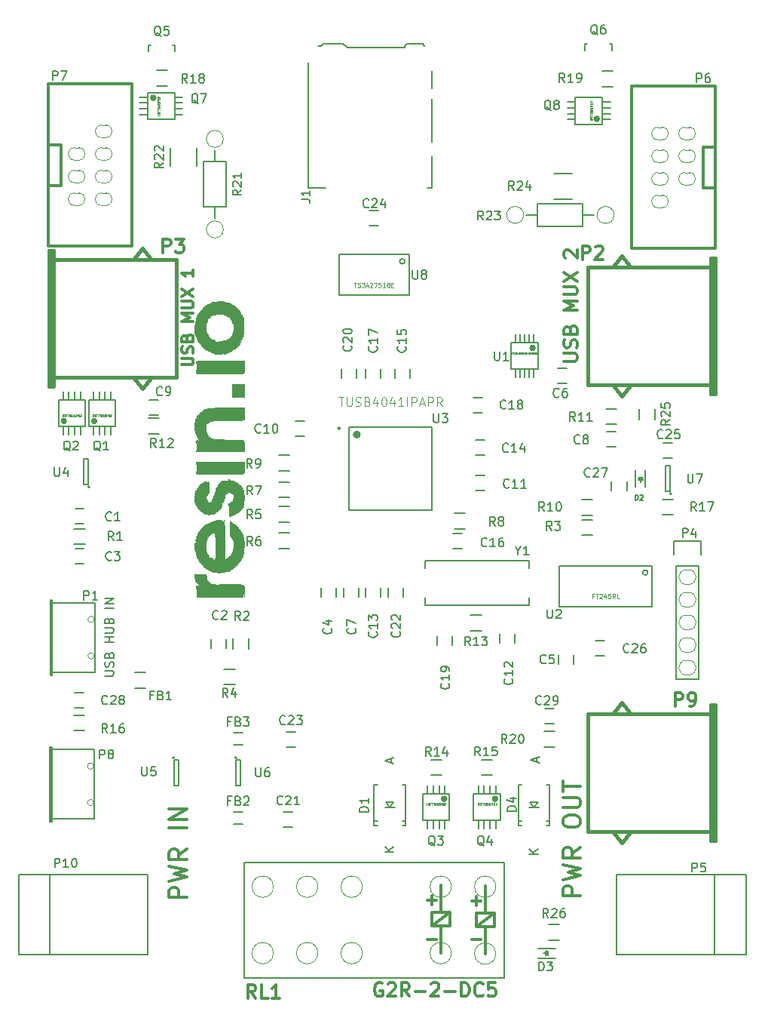
<source format=gto>
G04 #@! TF.FileFunction,Legend,Top*
%FSLAX46Y46*%
G04 Gerber Fmt 4.6, Leading zero omitted, Abs format (unit mm)*
G04 Created by KiCad (PCBNEW 4.0.2-stable) date Friday, 14 October 2016 'pmt' 13:51:35*
%MOMM*%
G01*
G04 APERTURE LIST*
%ADD10C,0.100000*%
%ADD11C,0.150000*%
%ADD12C,0.300000*%
%ADD13C,0.127000*%
%ADD14C,0.304800*%
%ADD15C,0.149860*%
%ADD16C,0.180000*%
%ADD17C,0.381000*%
%ADD18C,0.299720*%
%ADD19C,0.200660*%
%ADD20C,0.010000*%
%ADD21C,0.050800*%
%ADD22C,0.099060*%
%ADD23C,0.203200*%
%ADD24C,0.050000*%
%ADD25C,0.200000*%
G04 APERTURE END LIST*
D10*
D11*
X188449520Y-87070480D02*
G75*
G03X188449520Y-87070480I-100000J0D01*
G01*
X187799520Y-86820480D02*
X188299520Y-86820480D01*
X187799520Y-83920480D02*
X187799520Y-86820480D01*
X188299520Y-83920480D02*
X187799520Y-83920480D01*
X188299520Y-86820480D02*
X188299520Y-83920480D01*
X188549520Y-81345480D02*
X187549520Y-81345480D01*
X187549520Y-83045480D02*
X188549520Y-83045480D01*
X188649520Y-89420480D02*
X187449520Y-89420480D01*
X187449520Y-87670480D02*
X188649520Y-87670480D01*
D12*
X130336260Y-42645748D02*
G75*
G03X130336260Y-42645748I-100000J0D01*
G01*
D13*
X130436260Y-42645748D02*
G75*
G03X130436260Y-42645748I-200000J0D01*
G01*
X132634860Y-43875948D02*
X133549260Y-43875948D01*
X132634860Y-43215548D02*
X133549260Y-43215548D01*
X132634860Y-42580548D02*
X133549260Y-42580548D01*
X132634860Y-44510948D02*
X133549260Y-44510948D01*
X129637660Y-44510948D02*
X128723260Y-44510948D01*
X129637660Y-43875948D02*
X128723260Y-43875948D01*
X129637660Y-42580548D02*
X128723260Y-42580548D01*
X129637660Y-43215548D02*
X128723260Y-43215548D01*
X130516546Y-42646588D02*
G75*
G03X130516546Y-42646588I-281986J0D01*
G01*
X132637400Y-45046888D02*
X132637400Y-42044608D01*
X132637400Y-42044608D02*
X129635120Y-42044608D01*
X129635120Y-42044608D02*
X129635120Y-45046888D01*
X129635120Y-45046888D02*
X132637400Y-45046888D01*
D12*
X172949520Y-70700480D02*
G75*
G03X172949520Y-70700480I-100000J0D01*
G01*
D13*
X173049520Y-70700480D02*
G75*
G03X173049520Y-70700480I-200000J0D01*
G01*
X172965520Y-74013480D02*
X172965520Y-73124480D01*
X172457520Y-74013480D02*
X172457520Y-73124480D01*
X171949520Y-74013480D02*
X171949520Y-73124480D01*
X171466920Y-74013480D02*
X171466920Y-73124480D01*
X170933520Y-74013480D02*
X170933520Y-73124480D01*
X170933520Y-69187480D02*
X170933520Y-70076480D01*
X171441520Y-69187480D02*
X171441520Y-70076480D01*
X171949520Y-69187480D02*
X171949520Y-70076480D01*
X172457520Y-69187480D02*
X172457520Y-70076480D01*
X172940120Y-69187480D02*
X172940120Y-70076480D01*
X173130666Y-70698780D02*
G75*
G03X173130666Y-70698780I-281986J0D01*
G01*
X170448380Y-73101620D02*
X173450660Y-73101620D01*
X173450660Y-73101620D02*
X173450660Y-70099340D01*
X173450660Y-70099340D02*
X170448380Y-70099340D01*
X170448380Y-70099340D02*
X170448380Y-73101620D01*
X151092520Y-64796480D02*
X158966520Y-64796480D01*
X158966520Y-64796480D02*
X158966520Y-60224480D01*
X158966520Y-60224480D02*
X151092520Y-60224480D01*
X151092520Y-60224480D02*
X151092520Y-64796480D01*
X158488501Y-60986480D02*
G75*
G03X158488501Y-60986480I-283981J0D01*
G01*
D11*
X138409520Y-104380480D02*
X138409520Y-103380480D01*
X136709520Y-103380480D02*
X136709520Y-104380480D01*
X177469520Y-106190480D02*
X177469520Y-105190480D01*
X175769520Y-105190480D02*
X175769520Y-106190480D01*
X181199520Y-81775480D02*
X182199520Y-81775480D01*
X182199520Y-80075480D02*
X181199520Y-80075480D01*
X130800000Y-76500960D02*
X129800000Y-76500960D01*
X129800000Y-78200960D02*
X130800000Y-78200960D01*
X155529520Y-55310480D02*
X154529520Y-55310480D01*
X154529520Y-57010480D02*
X155529520Y-57010480D01*
X180929520Y-103570480D02*
X179929520Y-103570480D01*
X179929520Y-105270480D02*
X180929520Y-105270480D01*
X181725200Y-85656800D02*
X181725200Y-86656800D01*
X183425200Y-86656800D02*
X183425200Y-85656800D01*
X129399520Y-108875480D02*
X128199520Y-108875480D01*
X128199520Y-107125480D02*
X129399520Y-107125480D01*
D12*
X163014520Y-121300480D02*
G75*
G03X163014520Y-121300480I-100000J0D01*
G01*
D13*
X163114520Y-121300480D02*
G75*
G03X163114520Y-121300480I-200000J0D01*
G01*
X161684320Y-123699080D02*
X161684320Y-124613480D01*
X162344720Y-123699080D02*
X162344720Y-124613480D01*
X162979720Y-123699080D02*
X162979720Y-124613480D01*
X161049320Y-123699080D02*
X161049320Y-124613480D01*
X161049320Y-120701880D02*
X161049320Y-119787480D01*
X161684320Y-120701880D02*
X161684320Y-119787480D01*
X162979720Y-120701880D02*
X162979720Y-119787480D01*
X162344720Y-120701880D02*
X162344720Y-119787480D01*
X163195666Y-121298780D02*
G75*
G03X163195666Y-121298780I-281986J0D01*
G01*
X160513380Y-123701620D02*
X163515660Y-123701620D01*
X163515660Y-123701620D02*
X163515660Y-120699340D01*
X163515660Y-120699340D02*
X160513380Y-120699340D01*
X160513380Y-120699340D02*
X160513380Y-123701620D01*
D12*
X168729520Y-121300480D02*
G75*
G03X168729520Y-121300480I-100000J0D01*
G01*
D13*
X168829520Y-121300480D02*
G75*
G03X168829520Y-121300480I-200000J0D01*
G01*
X167399320Y-123699080D02*
X167399320Y-124613480D01*
X168059720Y-123699080D02*
X168059720Y-124613480D01*
X168694720Y-123699080D02*
X168694720Y-124613480D01*
X166764320Y-123699080D02*
X166764320Y-124613480D01*
X166764320Y-120701880D02*
X166764320Y-119787480D01*
X167399320Y-120701880D02*
X167399320Y-119787480D01*
X168694720Y-120701880D02*
X168694720Y-119787480D01*
X168059720Y-120701880D02*
X168059720Y-119787480D01*
X168910666Y-121298780D02*
G75*
G03X168910666Y-121298780I-281986J0D01*
G01*
X166228380Y-123701620D02*
X169230660Y-123701620D01*
X169230660Y-123701620D02*
X169230660Y-120699340D01*
X169230660Y-120699340D02*
X166228380Y-120699340D01*
X166228380Y-120699340D02*
X166228380Y-123701620D01*
D12*
X180159520Y-44995480D02*
G75*
G03X180159520Y-44995480I-100000J0D01*
G01*
D13*
X180259520Y-44995480D02*
G75*
G03X180259520Y-44995480I-200000J0D01*
G01*
X177660920Y-43765280D02*
X176746520Y-43765280D01*
X177660920Y-44425680D02*
X176746520Y-44425680D01*
X177660920Y-45060680D02*
X176746520Y-45060680D01*
X177660920Y-43130280D02*
X176746520Y-43130280D01*
X180658120Y-43130280D02*
X181572520Y-43130280D01*
X180658120Y-43765280D02*
X181572520Y-43765280D01*
X180658120Y-45060680D02*
X181572520Y-45060680D01*
X180658120Y-44425680D02*
X181572520Y-44425680D01*
X180343206Y-44994640D02*
G75*
G03X180343206Y-44994640I-281986J0D01*
G01*
X177658380Y-42594340D02*
X177658380Y-45596620D01*
X177658380Y-45596620D02*
X180660660Y-45596620D01*
X180660660Y-45596620D02*
X180660660Y-42594340D01*
X180660660Y-42594340D02*
X177658380Y-42594340D01*
D11*
X139224520Y-104480480D02*
X139224520Y-103280480D01*
X140974520Y-103280480D02*
X140974520Y-104480480D01*
X181099520Y-77510480D02*
X182299520Y-77510480D01*
X182299520Y-79260480D02*
X181099520Y-79260480D01*
X130900000Y-80325960D02*
X129700000Y-80325960D01*
X129700000Y-78575960D02*
X130900000Y-78575960D01*
X178349520Y-87725480D02*
X179549520Y-87725480D01*
X179549520Y-89475480D02*
X178349520Y-89475480D01*
X161414520Y-116880480D02*
X162614520Y-116880480D01*
X162614520Y-118630480D02*
X161414520Y-118630480D01*
X168329520Y-118630480D02*
X167129520Y-118630480D01*
X167129520Y-116880480D02*
X168329520Y-116880480D01*
X140429520Y-128450480D02*
X140429520Y-141350480D01*
X140429520Y-128450480D02*
X169629520Y-128450480D01*
X169629520Y-128450480D02*
X169629520Y-141350480D01*
X140429520Y-141350480D02*
X169629520Y-141350480D01*
D14*
X163545520Y-135562480D02*
X163545520Y-134038480D01*
X161513520Y-134038480D02*
X163545520Y-134038480D01*
X161513520Y-135562480D02*
X161513520Y-134038480D01*
X163545520Y-135562480D02*
X161513520Y-135562480D01*
X163545520Y-134038480D02*
X161513520Y-135562480D01*
X162529520Y-138610480D02*
X162529520Y-135562480D01*
X162529520Y-130990480D02*
X162529520Y-134038480D01*
X161513520Y-133195480D02*
X161513520Y-132179480D01*
X161005520Y-132687480D02*
X162021520Y-132687480D01*
X161005520Y-137113480D02*
X162021520Y-137113480D01*
X165995520Y-137113480D02*
X167011520Y-137113480D01*
X165995520Y-132737480D02*
X167011520Y-132737480D01*
X166503520Y-133245480D02*
X166503520Y-132229480D01*
X167519520Y-131040480D02*
X167519520Y-134088480D01*
X167519520Y-138660480D02*
X167519520Y-135612480D01*
X168535520Y-134088480D02*
X166503520Y-135612480D01*
X168535520Y-135612480D02*
X166503520Y-135612480D01*
X166503520Y-135612480D02*
X166503520Y-134088480D01*
X166503520Y-134088480D02*
X168535520Y-134088480D01*
X168535520Y-134088480D02*
X168535520Y-135612480D01*
D15*
X175865140Y-99736720D02*
X175865140Y-95134240D01*
X186263900Y-95134240D02*
X186263900Y-99736720D01*
X186263900Y-99736720D02*
X175865140Y-99736720D01*
X175865140Y-95134240D02*
X186263900Y-95134240D01*
X185788421Y-95901320D02*
G75*
G03X185788421Y-95901320I-283981J0D01*
G01*
D11*
X132498680Y-36750240D02*
X132450420Y-36750240D01*
X129699700Y-37451280D02*
X129699700Y-36750240D01*
X129699700Y-36750240D02*
X129948620Y-36750240D01*
X132498680Y-36750240D02*
X132699340Y-36750240D01*
X132699340Y-36750240D02*
X132699340Y-37451280D01*
X181549160Y-36599760D02*
X181500900Y-36599760D01*
X178750180Y-37300800D02*
X178750180Y-36599760D01*
X178750180Y-36599760D02*
X178999100Y-36599760D01*
X181549160Y-36599760D02*
X181749820Y-36599760D01*
X181749820Y-36599760D02*
X181749820Y-37300800D01*
X131799520Y-41275480D02*
X130599520Y-41275480D01*
X130599520Y-39525480D02*
X131799520Y-39525480D01*
X180650000Y-39625000D02*
X181850000Y-39625000D01*
X181850000Y-41375000D02*
X180650000Y-41375000D01*
D12*
X123699520Y-78900480D02*
G75*
G03X123699520Y-78900480I-100000J0D01*
G01*
D13*
X123799520Y-78900480D02*
G75*
G03X123799520Y-78900480I-200000J0D01*
G01*
X124829720Y-76501880D02*
X124829720Y-75587480D01*
X124169320Y-76501880D02*
X124169320Y-75587480D01*
X123534320Y-76501880D02*
X123534320Y-75587480D01*
X125464720Y-76501880D02*
X125464720Y-75587480D01*
X125464720Y-79499080D02*
X125464720Y-80413480D01*
X124829720Y-79499080D02*
X124829720Y-80413480D01*
X123534320Y-79499080D02*
X123534320Y-80413480D01*
X124169320Y-79499080D02*
X124169320Y-80413480D01*
X123882346Y-78902180D02*
G75*
G03X123882346Y-78902180I-281986J0D01*
G01*
X126000660Y-76499340D02*
X122998380Y-76499340D01*
X122998380Y-76499340D02*
X122998380Y-79501620D01*
X122998380Y-79501620D02*
X126000660Y-79501620D01*
X126000660Y-79501620D02*
X126000660Y-76499340D01*
D12*
X120299520Y-78900480D02*
G75*
G03X120299520Y-78900480I-100000J0D01*
G01*
D13*
X120399520Y-78900480D02*
G75*
G03X120399520Y-78900480I-200000J0D01*
G01*
X121429720Y-76501880D02*
X121429720Y-75587480D01*
X120769320Y-76501880D02*
X120769320Y-75587480D01*
X120134320Y-76501880D02*
X120134320Y-75587480D01*
X122064720Y-76501880D02*
X122064720Y-75587480D01*
X122064720Y-79499080D02*
X122064720Y-80413480D01*
X121429720Y-79499080D02*
X121429720Y-80413480D01*
X120134320Y-79499080D02*
X120134320Y-80413480D01*
X120769320Y-79499080D02*
X120769320Y-80413480D01*
X120482346Y-78902180D02*
G75*
G03X120482346Y-78902180I-281986J0D01*
G01*
X122600660Y-76499340D02*
X119598380Y-76499340D01*
X119598380Y-76499340D02*
X119598380Y-79501620D01*
X119598380Y-79501620D02*
X122600660Y-79501620D01*
X122600660Y-79501620D02*
X122600660Y-76499340D01*
D11*
X178349520Y-89975480D02*
X179549520Y-89975480D01*
X179549520Y-91725480D02*
X178349520Y-91725480D01*
X123099520Y-86300480D02*
G75*
G03X123099520Y-86300480I-100000J0D01*
G01*
X122449520Y-86050480D02*
X122949520Y-86050480D01*
X122449520Y-83150480D02*
X122449520Y-86050480D01*
X122949520Y-83150480D02*
X122449520Y-83150480D01*
X122949520Y-86050480D02*
X122949520Y-83150480D01*
X122420000Y-109386000D02*
X121420000Y-109386000D01*
X121420000Y-111086000D02*
X122420000Y-111086000D01*
X174214520Y-112890480D02*
X175214520Y-112890480D01*
X175214520Y-111190480D02*
X174214520Y-111190480D01*
D16*
X158529520Y-36955480D02*
X152029520Y-36955480D01*
X158529520Y-36805480D02*
X158529520Y-36955480D01*
X158729520Y-36605480D02*
X158529520Y-36805480D01*
X158729520Y-36605480D02*
X160479520Y-36605480D01*
X152029520Y-36955480D02*
X151529520Y-36605480D01*
X151529520Y-36605480D02*
X149329520Y-36605480D01*
X161529520Y-49155480D02*
X161529520Y-52755480D01*
X161529520Y-42755480D02*
X161529520Y-47555480D01*
X161529520Y-39605480D02*
X161529520Y-41555480D01*
X161529520Y-52755480D02*
X161029520Y-52755480D01*
X147679520Y-52755480D02*
X149579520Y-52755480D01*
X147679520Y-38705480D02*
X147679520Y-52755480D01*
X149129520Y-36805480D02*
X148779520Y-36805480D01*
X160679520Y-36805480D02*
X160479520Y-36605480D01*
X149129520Y-36805480D02*
X149329520Y-36605480D01*
D17*
X193129520Y-75845480D02*
X193129520Y-60605480D01*
X192875520Y-75845480D02*
X193383520Y-75845480D01*
X192875520Y-60605480D02*
X193383520Y-60605480D01*
X193383520Y-60605480D02*
X193383520Y-75845480D01*
X192875520Y-75845480D02*
X192875520Y-60605480D01*
X181826520Y-61621480D02*
X182842520Y-60351480D01*
X182842520Y-60351480D02*
X183858520Y-61621480D01*
X181826520Y-74829480D02*
X182842520Y-76099480D01*
X182842520Y-76099480D02*
X183858520Y-74829480D01*
X179032520Y-61621480D02*
X179032520Y-74829480D01*
X179032520Y-74829480D02*
X193256520Y-74829480D01*
X193256520Y-61621480D02*
X179032520Y-61621480D01*
X118765000Y-59730000D02*
X118765000Y-74970000D01*
X119019000Y-59730000D02*
X118511000Y-59730000D01*
X119019000Y-74970000D02*
X118511000Y-74970000D01*
X118511000Y-74970000D02*
X118511000Y-59730000D01*
X119019000Y-59730000D02*
X119019000Y-74970000D01*
X130068000Y-73954000D02*
X129052000Y-75224000D01*
X129052000Y-75224000D02*
X128036000Y-73954000D01*
X130068000Y-60746000D02*
X129052000Y-59476000D01*
X129052000Y-59476000D02*
X128036000Y-60746000D01*
X132862000Y-73954000D02*
X132862000Y-60746000D01*
X132862000Y-60746000D02*
X118638000Y-60746000D01*
X118638000Y-73954000D02*
X132862000Y-73954000D01*
D14*
X193384520Y-59545480D02*
X193384520Y-41345480D01*
X183984520Y-41345480D02*
X183984520Y-59545480D01*
X183984520Y-59545480D02*
X193384520Y-59545480D01*
X183984520Y-41345480D02*
X193384520Y-41345480D01*
D18*
X193384520Y-48145480D02*
X191984520Y-48145480D01*
X191984520Y-48145480D02*
X191984520Y-52745480D01*
X191984520Y-52745480D02*
X193384520Y-52745480D01*
D14*
X118450000Y-41100000D02*
X118450000Y-59300000D01*
X127850000Y-59300000D02*
X127850000Y-41100000D01*
X127850000Y-41100000D02*
X118450000Y-41100000D01*
X127850000Y-59300000D02*
X118450000Y-59300000D01*
D18*
X118450000Y-52500000D02*
X119850000Y-52500000D01*
X119850000Y-52500000D02*
X119850000Y-47900000D01*
X119850000Y-47900000D02*
X118450000Y-47900000D01*
D11*
X193320020Y-138766360D02*
X193320020Y-129764600D01*
X196820140Y-138766360D02*
X196820140Y-129764600D01*
X196820140Y-129764600D02*
X182319280Y-129764600D01*
X182319280Y-129764600D02*
X182319280Y-138766360D01*
X182319280Y-138766360D02*
X196820140Y-138766360D01*
D17*
X193129520Y-126010480D02*
X193129520Y-110770480D01*
X192875520Y-126010480D02*
X193383520Y-126010480D01*
X192875520Y-110770480D02*
X193383520Y-110770480D01*
X193383520Y-110770480D02*
X193383520Y-126010480D01*
X192875520Y-126010480D02*
X192875520Y-110770480D01*
X181826520Y-111786480D02*
X182842520Y-110516480D01*
X182842520Y-110516480D02*
X183858520Y-111786480D01*
X181826520Y-124994480D02*
X182842520Y-126264480D01*
X182842520Y-126264480D02*
X183858520Y-124994480D01*
X179032520Y-111786480D02*
X179032520Y-124994480D01*
X179032520Y-124994480D02*
X193256520Y-124994480D01*
X193256520Y-111786480D02*
X179032520Y-111786480D01*
D19*
X118740540Y-115459320D02*
X118740540Y-123861640D01*
X118638940Y-115459320D02*
X118638940Y-123861640D01*
X118638940Y-123861640D02*
X118839600Y-123861640D01*
X118839600Y-123861640D02*
X118839600Y-115459320D01*
X118839600Y-115459320D02*
X118638940Y-115459320D01*
X118638940Y-115761580D02*
X123640200Y-115761580D01*
X123640200Y-115761580D02*
X123640200Y-123559380D01*
X123640200Y-123559380D02*
X118638940Y-123559380D01*
D11*
X118644020Y-129764600D02*
X118644020Y-138766360D01*
X115143900Y-129764600D02*
X115143900Y-138766360D01*
X115143900Y-138766360D02*
X129644760Y-138766360D01*
X129644760Y-138766360D02*
X129644760Y-129764600D01*
X129644760Y-129764600D02*
X115143900Y-129764600D01*
X122520000Y-113651000D02*
X121320000Y-113651000D01*
X121320000Y-111901000D02*
X122520000Y-111901000D01*
X174114520Y-113705480D02*
X175314520Y-113705480D01*
X175314520Y-115455480D02*
X174114520Y-115455480D01*
X122449520Y-88750480D02*
X121449520Y-88750480D01*
X121449520Y-90450480D02*
X122449520Y-90450480D01*
X122449520Y-93250480D02*
X121449520Y-93250480D01*
X121449520Y-94950480D02*
X122449520Y-94950480D01*
X149099520Y-97600480D02*
X149099520Y-98600480D01*
X150799520Y-98600480D02*
X150799520Y-97600480D01*
X153299520Y-98600480D02*
X153299520Y-97600480D01*
X151599520Y-97600480D02*
X151599520Y-98600480D01*
X146249520Y-80620480D02*
X147249520Y-80620480D01*
X147249520Y-78920480D02*
X146249520Y-78920480D01*
X167449520Y-85000480D02*
X166449520Y-85000480D01*
X166449520Y-86700480D02*
X167449520Y-86700480D01*
X170839520Y-103786480D02*
X170839520Y-102786480D01*
X169139520Y-102786480D02*
X169139520Y-103786480D01*
X155799520Y-98600480D02*
X155799520Y-97600480D01*
X154099520Y-97600480D02*
X154099520Y-98600480D01*
X167449520Y-81000480D02*
X166449520Y-81000480D01*
X166449520Y-82700480D02*
X167449520Y-82700480D01*
X157349520Y-73100480D02*
X157349520Y-74100480D01*
X159049520Y-74100480D02*
X159049520Y-73100480D01*
X164949520Y-91500480D02*
X163949520Y-91500480D01*
X163949520Y-93200480D02*
X164949520Y-93200480D01*
X154099520Y-73100480D02*
X154099520Y-74100480D01*
X155799520Y-74100480D02*
X155799520Y-73100480D01*
X167199520Y-76250480D02*
X166199520Y-76250480D01*
X166199520Y-77950480D02*
X167199520Y-77950480D01*
X163839520Y-104036480D02*
X163839520Y-103036480D01*
X162139520Y-103036480D02*
X162139520Y-104036480D01*
X151349520Y-73100480D02*
X151349520Y-74100480D01*
X153049520Y-74100480D02*
X153049520Y-73100480D01*
X145899520Y-122750480D02*
X144899520Y-122750480D01*
X144899520Y-124450480D02*
X145899520Y-124450480D01*
X158299520Y-98600480D02*
X158299520Y-97600480D01*
X156599520Y-97600480D02*
X156599520Y-98600480D01*
X146199520Y-113750480D02*
X145199520Y-113750480D01*
X145199520Y-115450480D02*
X146199520Y-115450480D01*
X140289520Y-124145480D02*
X139289520Y-124145480D01*
X139289520Y-122795480D02*
X140289520Y-122795480D01*
X140289520Y-115255480D02*
X139289520Y-115255480D01*
X139289520Y-113905480D02*
X140289520Y-113905480D01*
X139399520Y-108475480D02*
X138199520Y-108475480D01*
X138199520Y-106725480D02*
X139399520Y-106725480D01*
X121349520Y-90975480D02*
X122549520Y-90975480D01*
X122549520Y-92725480D02*
X121349520Y-92725480D01*
X145549520Y-90225480D02*
X144349520Y-90225480D01*
X144349520Y-88475480D02*
X145549520Y-88475480D01*
X145549520Y-93225480D02*
X144349520Y-93225480D01*
X144349520Y-91475480D02*
X145549520Y-91475480D01*
X145549520Y-87475480D02*
X144349520Y-87475480D01*
X144349520Y-85725480D02*
X145549520Y-85725480D01*
X164099520Y-89225480D02*
X165299520Y-89225480D01*
X165299520Y-90975480D02*
X164099520Y-90975480D01*
X145549520Y-84475480D02*
X144349520Y-84475480D01*
X144349520Y-82725480D02*
X145549520Y-82725480D01*
X165889520Y-100661480D02*
X167089520Y-100661480D01*
X167089520Y-102411480D02*
X165889520Y-102411480D01*
D13*
X152259520Y-79565480D02*
X161559520Y-79565480D01*
X161559520Y-79565480D02*
X161559520Y-88865480D01*
X161559520Y-88865480D02*
X152259520Y-88865480D01*
X152259520Y-88865480D02*
X152259520Y-79565480D01*
X153470070Y-80415480D02*
G75*
G03X153470070Y-80415480I-360550J0D01*
G01*
X153392360Y-80415480D02*
G75*
G03X153392360Y-80415480I-282840J0D01*
G01*
X153392360Y-80415480D02*
G75*
G03X153392360Y-80415480I-282840J0D01*
G01*
X153333130Y-80415480D02*
G75*
G03X153333130Y-80415480I-223610J0D01*
G01*
D14*
X153250940Y-80415480D02*
G75*
G03X153250940Y-80415480I-141420J0D01*
G01*
D13*
X151250940Y-79715480D02*
G75*
G03X151250940Y-79715480I-141420J0D01*
G01*
D14*
X151159520Y-79715480D02*
G75*
G03X151159520Y-79715480I-50000J0D01*
G01*
D11*
X132604520Y-116690480D02*
G75*
G03X132604520Y-116690480I-100000J0D01*
G01*
X133054520Y-116940480D02*
X132554520Y-116940480D01*
X133054520Y-119840480D02*
X133054520Y-116940480D01*
X132554520Y-119840480D02*
X133054520Y-119840480D01*
X132554520Y-116940480D02*
X132554520Y-119840480D01*
X139589520Y-116690480D02*
G75*
G03X139589520Y-116690480I-100000J0D01*
G01*
X140039520Y-116940480D02*
X139539520Y-116940480D01*
X140039520Y-119840480D02*
X140039520Y-116940480D01*
X139539520Y-119840480D02*
X140039520Y-119840480D01*
X139539520Y-116940480D02*
X139539520Y-119840480D01*
D19*
X118800540Y-98999320D02*
X118800540Y-107401640D01*
X118698940Y-98999320D02*
X118698940Y-107401640D01*
X118698940Y-107401640D02*
X118899600Y-107401640D01*
X118899600Y-107401640D02*
X118899600Y-98999320D01*
X118899600Y-98999320D02*
X118698940Y-98999320D01*
X118698940Y-99301580D02*
X123700200Y-99301580D01*
X123700200Y-99301580D02*
X123700200Y-107099380D01*
X123700200Y-107099380D02*
X118698940Y-107099380D01*
D11*
X176674400Y-73013200D02*
X175674400Y-73013200D01*
X175674400Y-74713200D02*
X176674400Y-74713200D01*
X172473620Y-94528640D02*
X160774380Y-94528640D01*
X160774380Y-99527360D02*
X172473620Y-99527360D01*
X160774380Y-94528640D02*
X160774380Y-95377000D01*
X160774380Y-99527360D02*
X160774380Y-98679000D01*
X172473620Y-94528640D02*
X172473620Y-95377000D01*
X172473620Y-99527360D02*
X172473620Y-98679000D01*
X135890000Y-54864000D02*
X135890000Y-49784000D01*
X135890000Y-49784000D02*
X138430000Y-49784000D01*
X138430000Y-49784000D02*
X138430000Y-54864000D01*
X138430000Y-54864000D02*
X135890000Y-54864000D01*
X137160000Y-54864000D02*
X137160000Y-56134000D01*
X137160000Y-49784000D02*
X137160000Y-48514000D01*
X135079000Y-48276000D02*
X135079000Y-50276000D01*
X132129000Y-50276000D02*
X132129000Y-48276000D01*
X178511200Y-57048400D02*
X173431200Y-57048400D01*
X173431200Y-57048400D02*
X173431200Y-54508400D01*
X173431200Y-54508400D02*
X178511200Y-54508400D01*
X178511200Y-54508400D02*
X178511200Y-57048400D01*
X178511200Y-55778400D02*
X179781200Y-55778400D01*
X173431200Y-55778400D02*
X172161200Y-55778400D01*
X175276000Y-51103000D02*
X177276000Y-51103000D01*
X177276000Y-54053000D02*
X175276000Y-54053000D01*
X191516000Y-95148400D02*
X191516000Y-107848400D01*
X191516000Y-107848400D02*
X188976000Y-107848400D01*
X188976000Y-107848400D02*
X188976000Y-95148400D01*
X191796000Y-92328400D02*
X191796000Y-93878400D01*
X191516000Y-95148400D02*
X188976000Y-95148400D01*
X188696000Y-93878400D02*
X188696000Y-92328400D01*
X188696000Y-92328400D02*
X191796000Y-92328400D01*
X184412800Y-84396400D02*
X184412800Y-86296400D01*
X185512800Y-84396400D02*
X185512800Y-86296400D01*
X184962800Y-85296400D02*
X184962800Y-85746400D01*
X185212800Y-85246400D02*
X184712800Y-85246400D01*
X184962800Y-85246400D02*
X185212800Y-85496400D01*
X185212800Y-85496400D02*
X184712800Y-85496400D01*
X184712800Y-85496400D02*
X184962800Y-85246400D01*
X175394800Y-138083200D02*
X173494800Y-138083200D01*
X175394800Y-139183200D02*
X173494800Y-139183200D01*
X174494800Y-138633200D02*
X174044800Y-138633200D01*
X174544800Y-138883200D02*
X174544800Y-138383200D01*
X174544800Y-138633200D02*
X174294800Y-138883200D01*
X174294800Y-138883200D02*
X174294800Y-138383200D01*
X174294800Y-138383200D02*
X174544800Y-138633200D01*
X184849800Y-78730400D02*
X184849800Y-77530400D01*
X186599800Y-77530400D02*
X186599800Y-78730400D01*
X175860000Y-137120600D02*
X174660000Y-137120600D01*
X174660000Y-135370600D02*
X175860000Y-135370600D01*
X156800000Y-122250000D02*
X156350000Y-121700000D01*
X156350000Y-121700000D02*
X157250000Y-121700000D01*
X157250000Y-121700000D02*
X156800000Y-122250000D01*
X156250000Y-122250000D02*
X157350000Y-122250000D01*
X158550060Y-123799140D02*
X158199540Y-123799140D01*
X155049940Y-123799140D02*
X155400460Y-123799140D01*
X158550060Y-119749560D02*
X158199540Y-119749560D01*
X158550060Y-124250440D02*
X158199540Y-124250440D01*
X155049940Y-124250440D02*
X155400460Y-124250440D01*
X155049940Y-119749560D02*
X155400460Y-119749560D01*
X158550060Y-124250440D02*
X158550060Y-119749560D01*
X155049940Y-124250440D02*
X155049940Y-119749560D01*
X173000000Y-122250000D02*
X172550000Y-121700000D01*
X172550000Y-121700000D02*
X173450000Y-121700000D01*
X173450000Y-121700000D02*
X173000000Y-122250000D01*
X172450000Y-122250000D02*
X173550000Y-122250000D01*
X174750060Y-123799140D02*
X174399540Y-123799140D01*
X171249940Y-123799140D02*
X171600460Y-123799140D01*
X174750060Y-119749560D02*
X174399540Y-119749560D01*
X174750060Y-124250440D02*
X174399540Y-124250440D01*
X171249940Y-124250440D02*
X171600460Y-124250440D01*
X171249940Y-119749560D02*
X171600460Y-119749560D01*
X174750060Y-124250440D02*
X174750060Y-119749560D01*
X171249940Y-124250440D02*
X171249940Y-119749560D01*
D20*
G36*
X134871152Y-96346214D02*
X134898333Y-96062333D01*
X136168333Y-96062333D01*
X136180428Y-96316333D01*
X136194792Y-96510160D01*
X136211621Y-96612666D01*
X136220692Y-96718500D01*
X136272215Y-96781416D01*
X136281743Y-96782000D01*
X136366808Y-96849949D01*
X136440446Y-96974320D01*
X136603782Y-97143166D01*
X136762975Y-97186082D01*
X136981788Y-97234871D01*
X137115860Y-97303440D01*
X137246300Y-97357432D01*
X137331854Y-97303345D01*
X137451977Y-97262163D01*
X137722037Y-97232587D01*
X138147885Y-97214260D01*
X138735371Y-97206823D01*
X138915766Y-97206630D01*
X139511639Y-97211457D01*
X139938399Y-97224753D01*
X140196056Y-97246518D01*
X140284620Y-97276752D01*
X140274666Y-97290000D01*
X140196831Y-97355613D01*
X140276852Y-97373096D01*
X140295833Y-97373370D01*
X140372645Y-97394825D01*
X140415453Y-97480662D01*
X140431779Y-97665621D01*
X140429147Y-97984438D01*
X140429048Y-97988500D01*
X140414097Y-98602333D01*
X140359333Y-98009666D01*
X140304568Y-97417000D01*
X140289617Y-98009666D01*
X140274666Y-98602333D01*
X135110000Y-98602333D01*
X135110000Y-98122425D01*
X135100465Y-97830191D01*
X135075959Y-97592110D01*
X135054160Y-97496999D01*
X135040895Y-97400497D01*
X135131563Y-97376117D01*
X135266465Y-97390838D01*
X135534610Y-97430193D01*
X135533333Y-97429024D01*
X135533333Y-96160868D01*
X135787728Y-96157191D01*
X135914394Y-96147391D01*
X135895662Y-96133318D01*
X135850833Y-96127656D01*
X135532915Y-96113956D01*
X135215833Y-96127656D01*
X135141365Y-96142800D01*
X135218553Y-96154325D01*
X135429728Y-96160381D01*
X135533333Y-96160868D01*
X135533333Y-97429024D01*
X135227615Y-97148997D01*
X135024655Y-96928351D01*
X134958272Y-96754942D01*
X134965081Y-96697783D01*
X134970058Y-96581861D01*
X134926756Y-96578930D01*
X134876099Y-96544450D01*
X134868719Y-96374887D01*
X134871152Y-96346214D01*
X134871152Y-96346214D01*
G37*
X134871152Y-96346214D02*
X134898333Y-96062333D01*
X136168333Y-96062333D01*
X136180428Y-96316333D01*
X136194792Y-96510160D01*
X136211621Y-96612666D01*
X136220692Y-96718500D01*
X136272215Y-96781416D01*
X136281743Y-96782000D01*
X136366808Y-96849949D01*
X136440446Y-96974320D01*
X136603782Y-97143166D01*
X136762975Y-97186082D01*
X136981788Y-97234871D01*
X137115860Y-97303440D01*
X137246300Y-97357432D01*
X137331854Y-97303345D01*
X137451977Y-97262163D01*
X137722037Y-97232587D01*
X138147885Y-97214260D01*
X138735371Y-97206823D01*
X138915766Y-97206630D01*
X139511639Y-97211457D01*
X139938399Y-97224753D01*
X140196056Y-97246518D01*
X140284620Y-97276752D01*
X140274666Y-97290000D01*
X140196831Y-97355613D01*
X140276852Y-97373096D01*
X140295833Y-97373370D01*
X140372645Y-97394825D01*
X140415453Y-97480662D01*
X140431779Y-97665621D01*
X140429147Y-97984438D01*
X140429048Y-97988500D01*
X140414097Y-98602333D01*
X140359333Y-98009666D01*
X140304568Y-97417000D01*
X140289617Y-98009666D01*
X140274666Y-98602333D01*
X135110000Y-98602333D01*
X135110000Y-98122425D01*
X135100465Y-97830191D01*
X135075959Y-97592110D01*
X135054160Y-97496999D01*
X135040895Y-97400497D01*
X135131563Y-97376117D01*
X135266465Y-97390838D01*
X135534610Y-97430193D01*
X135533333Y-97429024D01*
X135533333Y-96160868D01*
X135787728Y-96157191D01*
X135914394Y-96147391D01*
X135895662Y-96133318D01*
X135850833Y-96127656D01*
X135532915Y-96113956D01*
X135215833Y-96127656D01*
X135141365Y-96142800D01*
X135218553Y-96154325D01*
X135429728Y-96160381D01*
X135533333Y-96160868D01*
X135533333Y-97429024D01*
X135227615Y-97148997D01*
X135024655Y-96928351D01*
X134958272Y-96754942D01*
X134965081Y-96697783D01*
X134970058Y-96581861D01*
X134926756Y-96578930D01*
X134876099Y-96544450D01*
X134868719Y-96374887D01*
X134871152Y-96346214D01*
G36*
X134891133Y-92654271D02*
X134930998Y-92524309D01*
X134963598Y-92520506D01*
X135013441Y-92498701D01*
X134993734Y-92349628D01*
X134978878Y-92175378D01*
X135029425Y-92125333D01*
X135082985Y-92059527D01*
X135067666Y-91956000D01*
X135059569Y-91819649D01*
X135104294Y-91786666D01*
X135177152Y-91715641D01*
X135194666Y-91613485D01*
X135252059Y-91437824D01*
X135391696Y-91243686D01*
X135406333Y-91228636D01*
X135547696Y-91070574D01*
X135616670Y-90960674D01*
X135617999Y-90952074D01*
X135677589Y-90868142D01*
X135818508Y-90742721D01*
X135983978Y-90619517D01*
X136117223Y-90542238D01*
X136158232Y-90536194D01*
X136238590Y-90503745D01*
X136356815Y-90410648D01*
X136496995Y-90319420D01*
X136577370Y-90318926D01*
X136630441Y-90313105D01*
X136633999Y-90285222D01*
X136710303Y-90212244D01*
X136906572Y-90138892D01*
X137173842Y-90076496D01*
X137463151Y-90036389D01*
X137725535Y-90029902D01*
X137734666Y-90030494D01*
X137888808Y-90043627D01*
X138008503Y-90071911D01*
X138097834Y-90134533D01*
X138160882Y-90250679D01*
X138201727Y-90439535D01*
X138224451Y-90720286D01*
X138233135Y-91112120D01*
X138231860Y-91634221D01*
X138224708Y-92305777D01*
X138224395Y-92332767D01*
X138217933Y-92984952D01*
X138216174Y-93486530D01*
X138220055Y-93856187D01*
X138230511Y-94112608D01*
X138248477Y-94274477D01*
X138274888Y-94360480D01*
X138310681Y-94389301D01*
X138327333Y-94389086D01*
X138506946Y-94316117D01*
X138549792Y-94284333D01*
X138692410Y-94171030D01*
X138824959Y-94075142D01*
X138961747Y-93940333D01*
X139004666Y-93837312D01*
X139050562Y-93764664D01*
X139088363Y-93775734D01*
X139136475Y-93762106D01*
X139121638Y-93696064D01*
X139119457Y-93584471D01*
X139157015Y-93564666D01*
X139205885Y-93496864D01*
X139195069Y-93382094D01*
X139185964Y-93259633D01*
X139224163Y-93247038D01*
X139266262Y-93198213D01*
X139294135Y-93021947D01*
X139301000Y-92837194D01*
X139289197Y-92584697D01*
X139258803Y-92418483D01*
X139230444Y-92379583D01*
X139185066Y-92318553D01*
X139191835Y-92283495D01*
X139161905Y-92162266D01*
X139131666Y-92116257D01*
X139131666Y-92040666D01*
X139174000Y-91998333D01*
X139131666Y-91956000D01*
X139089333Y-91998333D01*
X139131666Y-92040666D01*
X139131666Y-92116257D01*
X139047029Y-91987477D01*
X139019248Y-91954567D01*
X138920107Y-91823788D01*
X138858098Y-91677691D01*
X138823842Y-91472521D01*
X138807961Y-91164526D01*
X138803858Y-90949711D01*
X138806061Y-90548712D01*
X138827503Y-90300184D01*
X138870060Y-90188159D01*
X138894626Y-90177972D01*
X139016690Y-90243202D01*
X139082551Y-90326166D01*
X139151932Y-90418906D01*
X139171425Y-90411393D01*
X139228894Y-90416716D01*
X139367418Y-90510249D01*
X139402129Y-90538393D01*
X139672995Y-90781254D01*
X139889111Y-91007646D01*
X140024841Y-91187887D01*
X140054550Y-91292297D01*
X140054028Y-91293183D01*
X140074361Y-91358669D01*
X140105333Y-91363333D01*
X140160545Y-91414908D01*
X140147666Y-91448000D01*
X140157188Y-91525893D01*
X140190000Y-91532666D01*
X140247167Y-91582682D01*
X140235949Y-91611483D01*
X140246869Y-91720054D01*
X140274666Y-91744333D01*
X140324941Y-91845740D01*
X140313384Y-91877183D01*
X140319965Y-91951143D01*
X140344479Y-91956000D01*
X140379956Y-92033862D01*
X140402998Y-92241202D01*
X140413962Y-92538645D01*
X140413205Y-92886820D01*
X140401085Y-93246354D01*
X140377958Y-93577874D01*
X140344183Y-93842007D01*
X140326619Y-93924500D01*
X140257128Y-94127052D01*
X140186075Y-94235996D01*
X140170070Y-94242000D01*
X140133486Y-94294756D01*
X140147666Y-94326666D01*
X140138144Y-94404560D01*
X140105333Y-94411333D01*
X140044025Y-94455221D01*
X140052780Y-94479464D01*
X140022360Y-94574275D01*
X139897505Y-94745259D01*
X139711019Y-94956857D01*
X139495707Y-95173510D01*
X139284371Y-95359660D01*
X139152833Y-95454997D01*
X138995730Y-95537284D01*
X138920996Y-95545078D01*
X138920000Y-95540103D01*
X138879505Y-95549380D01*
X138805844Y-95635752D01*
X138676340Y-95736549D01*
X138590468Y-95729313D01*
X138448097Y-95723117D01*
X138369666Y-95766000D01*
X138226714Y-95824392D01*
X138161708Y-95810625D01*
X138081127Y-95815533D01*
X138073333Y-95848649D01*
X138026792Y-95897111D01*
X137893782Y-95845198D01*
X137770042Y-95793836D01*
X137771779Y-95842219D01*
X137750127Y-95913683D01*
X137607666Y-95935333D01*
X137607666Y-95850666D01*
X137650000Y-95808333D01*
X137607666Y-95766000D01*
X137565333Y-95808333D01*
X137607666Y-95850666D01*
X137607666Y-95935333D01*
X137461193Y-95911629D01*
X137432513Y-95860083D01*
X137392367Y-95820057D01*
X137233572Y-95818566D01*
X137194926Y-95823119D01*
X137176521Y-95822185D01*
X137176521Y-94496000D01*
X137192515Y-94415781D01*
X137206400Y-94192906D01*
X137217302Y-93854047D01*
X137224345Y-93425878D01*
X137226666Y-92967003D01*
X137222521Y-92424093D01*
X137210675Y-91989547D01*
X137192009Y-91679935D01*
X137167407Y-91511824D01*
X137147850Y-91486717D01*
X137038714Y-91476848D01*
X137017917Y-91452721D01*
X136923593Y-91430993D01*
X136770737Y-91517940D01*
X136592777Y-91680049D01*
X136423145Y-91883810D01*
X136295269Y-92095711D01*
X136250324Y-92222180D01*
X136196369Y-92382942D01*
X136140926Y-92430868D01*
X136140277Y-92430484D01*
X136110841Y-92482306D01*
X136098116Y-92650315D01*
X136100640Y-92882343D01*
X136116953Y-93126221D01*
X136145593Y-93329779D01*
X136167700Y-93409888D01*
X136229786Y-93616785D01*
X136244312Y-93691825D01*
X136329658Y-93859660D01*
X136385958Y-93908807D01*
X136453674Y-93973296D01*
X136433133Y-93986703D01*
X136416467Y-94039392D01*
X136463892Y-94114068D01*
X136578763Y-94200543D01*
X136633641Y-94199888D01*
X136737907Y-94218813D01*
X136901943Y-94319572D01*
X136912569Y-94327820D01*
X137074835Y-94444382D01*
X137174378Y-94495870D01*
X137176521Y-94496000D01*
X137176521Y-95822185D01*
X136913852Y-95808851D01*
X136782495Y-95733067D01*
X136659943Y-95651809D01*
X136601746Y-95657143D01*
X136553135Y-95645480D01*
X136549333Y-95613435D01*
X136488593Y-95552828D01*
X136431117Y-95562678D01*
X136301722Y-95534332D01*
X136177117Y-95414182D01*
X136081238Y-95300064D01*
X136041333Y-95297837D01*
X136041333Y-95297870D01*
X135996268Y-95302377D01*
X135879933Y-95203194D01*
X135720619Y-95033605D01*
X135546617Y-94826893D01*
X135406333Y-94642745D01*
X135406333Y-91363333D01*
X135448666Y-91321000D01*
X135406333Y-91278666D01*
X135364000Y-91321000D01*
X135406333Y-91363333D01*
X135406333Y-94642745D01*
X135386218Y-94616340D01*
X135267712Y-94435231D01*
X135222133Y-94334113D01*
X135154401Y-94150905D01*
X135089327Y-94062950D01*
X135036077Y-93952277D01*
X135001036Y-93740708D01*
X134996530Y-93668957D01*
X134976737Y-93464423D01*
X134943363Y-93361995D01*
X134930083Y-93359630D01*
X134901209Y-93301984D01*
X134881989Y-93119074D01*
X134877166Y-92929666D01*
X134891133Y-92654271D01*
X134891133Y-92654271D01*
G37*
X134891133Y-92654271D02*
X134930998Y-92524309D01*
X134963598Y-92520506D01*
X135013441Y-92498701D01*
X134993734Y-92349628D01*
X134978878Y-92175378D01*
X135029425Y-92125333D01*
X135082985Y-92059527D01*
X135067666Y-91956000D01*
X135059569Y-91819649D01*
X135104294Y-91786666D01*
X135177152Y-91715641D01*
X135194666Y-91613485D01*
X135252059Y-91437824D01*
X135391696Y-91243686D01*
X135406333Y-91228636D01*
X135547696Y-91070574D01*
X135616670Y-90960674D01*
X135617999Y-90952074D01*
X135677589Y-90868142D01*
X135818508Y-90742721D01*
X135983978Y-90619517D01*
X136117223Y-90542238D01*
X136158232Y-90536194D01*
X136238590Y-90503745D01*
X136356815Y-90410648D01*
X136496995Y-90319420D01*
X136577370Y-90318926D01*
X136630441Y-90313105D01*
X136633999Y-90285222D01*
X136710303Y-90212244D01*
X136906572Y-90138892D01*
X137173842Y-90076496D01*
X137463151Y-90036389D01*
X137725535Y-90029902D01*
X137734666Y-90030494D01*
X137888808Y-90043627D01*
X138008503Y-90071911D01*
X138097834Y-90134533D01*
X138160882Y-90250679D01*
X138201727Y-90439535D01*
X138224451Y-90720286D01*
X138233135Y-91112120D01*
X138231860Y-91634221D01*
X138224708Y-92305777D01*
X138224395Y-92332767D01*
X138217933Y-92984952D01*
X138216174Y-93486530D01*
X138220055Y-93856187D01*
X138230511Y-94112608D01*
X138248477Y-94274477D01*
X138274888Y-94360480D01*
X138310681Y-94389301D01*
X138327333Y-94389086D01*
X138506946Y-94316117D01*
X138549792Y-94284333D01*
X138692410Y-94171030D01*
X138824959Y-94075142D01*
X138961747Y-93940333D01*
X139004666Y-93837312D01*
X139050562Y-93764664D01*
X139088363Y-93775734D01*
X139136475Y-93762106D01*
X139121638Y-93696064D01*
X139119457Y-93584471D01*
X139157015Y-93564666D01*
X139205885Y-93496864D01*
X139195069Y-93382094D01*
X139185964Y-93259633D01*
X139224163Y-93247038D01*
X139266262Y-93198213D01*
X139294135Y-93021947D01*
X139301000Y-92837194D01*
X139289197Y-92584697D01*
X139258803Y-92418483D01*
X139230444Y-92379583D01*
X139185066Y-92318553D01*
X139191835Y-92283495D01*
X139161905Y-92162266D01*
X139131666Y-92116257D01*
X139131666Y-92040666D01*
X139174000Y-91998333D01*
X139131666Y-91956000D01*
X139089333Y-91998333D01*
X139131666Y-92040666D01*
X139131666Y-92116257D01*
X139047029Y-91987477D01*
X139019248Y-91954567D01*
X138920107Y-91823788D01*
X138858098Y-91677691D01*
X138823842Y-91472521D01*
X138807961Y-91164526D01*
X138803858Y-90949711D01*
X138806061Y-90548712D01*
X138827503Y-90300184D01*
X138870060Y-90188159D01*
X138894626Y-90177972D01*
X139016690Y-90243202D01*
X139082551Y-90326166D01*
X139151932Y-90418906D01*
X139171425Y-90411393D01*
X139228894Y-90416716D01*
X139367418Y-90510249D01*
X139402129Y-90538393D01*
X139672995Y-90781254D01*
X139889111Y-91007646D01*
X140024841Y-91187887D01*
X140054550Y-91292297D01*
X140054028Y-91293183D01*
X140074361Y-91358669D01*
X140105333Y-91363333D01*
X140160545Y-91414908D01*
X140147666Y-91448000D01*
X140157188Y-91525893D01*
X140190000Y-91532666D01*
X140247167Y-91582682D01*
X140235949Y-91611483D01*
X140246869Y-91720054D01*
X140274666Y-91744333D01*
X140324941Y-91845740D01*
X140313384Y-91877183D01*
X140319965Y-91951143D01*
X140344479Y-91956000D01*
X140379956Y-92033862D01*
X140402998Y-92241202D01*
X140413962Y-92538645D01*
X140413205Y-92886820D01*
X140401085Y-93246354D01*
X140377958Y-93577874D01*
X140344183Y-93842007D01*
X140326619Y-93924500D01*
X140257128Y-94127052D01*
X140186075Y-94235996D01*
X140170070Y-94242000D01*
X140133486Y-94294756D01*
X140147666Y-94326666D01*
X140138144Y-94404560D01*
X140105333Y-94411333D01*
X140044025Y-94455221D01*
X140052780Y-94479464D01*
X140022360Y-94574275D01*
X139897505Y-94745259D01*
X139711019Y-94956857D01*
X139495707Y-95173510D01*
X139284371Y-95359660D01*
X139152833Y-95454997D01*
X138995730Y-95537284D01*
X138920996Y-95545078D01*
X138920000Y-95540103D01*
X138879505Y-95549380D01*
X138805844Y-95635752D01*
X138676340Y-95736549D01*
X138590468Y-95729313D01*
X138448097Y-95723117D01*
X138369666Y-95766000D01*
X138226714Y-95824392D01*
X138161708Y-95810625D01*
X138081127Y-95815533D01*
X138073333Y-95848649D01*
X138026792Y-95897111D01*
X137893782Y-95845198D01*
X137770042Y-95793836D01*
X137771779Y-95842219D01*
X137750127Y-95913683D01*
X137607666Y-95935333D01*
X137607666Y-95850666D01*
X137650000Y-95808333D01*
X137607666Y-95766000D01*
X137565333Y-95808333D01*
X137607666Y-95850666D01*
X137607666Y-95935333D01*
X137461193Y-95911629D01*
X137432513Y-95860083D01*
X137392367Y-95820057D01*
X137233572Y-95818566D01*
X137194926Y-95823119D01*
X137176521Y-95822185D01*
X137176521Y-94496000D01*
X137192515Y-94415781D01*
X137206400Y-94192906D01*
X137217302Y-93854047D01*
X137224345Y-93425878D01*
X137226666Y-92967003D01*
X137222521Y-92424093D01*
X137210675Y-91989547D01*
X137192009Y-91679935D01*
X137167407Y-91511824D01*
X137147850Y-91486717D01*
X137038714Y-91476848D01*
X137017917Y-91452721D01*
X136923593Y-91430993D01*
X136770737Y-91517940D01*
X136592777Y-91680049D01*
X136423145Y-91883810D01*
X136295269Y-92095711D01*
X136250324Y-92222180D01*
X136196369Y-92382942D01*
X136140926Y-92430868D01*
X136140277Y-92430484D01*
X136110841Y-92482306D01*
X136098116Y-92650315D01*
X136100640Y-92882343D01*
X136116953Y-93126221D01*
X136145593Y-93329779D01*
X136167700Y-93409888D01*
X136229786Y-93616785D01*
X136244312Y-93691825D01*
X136329658Y-93859660D01*
X136385958Y-93908807D01*
X136453674Y-93973296D01*
X136433133Y-93986703D01*
X136416467Y-94039392D01*
X136463892Y-94114068D01*
X136578763Y-94200543D01*
X136633641Y-94199888D01*
X136737907Y-94218813D01*
X136901943Y-94319572D01*
X136912569Y-94327820D01*
X137074835Y-94444382D01*
X137174378Y-94495870D01*
X137176521Y-94496000D01*
X137176521Y-95822185D01*
X136913852Y-95808851D01*
X136782495Y-95733067D01*
X136659943Y-95651809D01*
X136601746Y-95657143D01*
X136553135Y-95645480D01*
X136549333Y-95613435D01*
X136488593Y-95552828D01*
X136431117Y-95562678D01*
X136301722Y-95534332D01*
X136177117Y-95414182D01*
X136081238Y-95300064D01*
X136041333Y-95297837D01*
X136041333Y-95297870D01*
X135996268Y-95302377D01*
X135879933Y-95203194D01*
X135720619Y-95033605D01*
X135546617Y-94826893D01*
X135406333Y-94642745D01*
X135406333Y-91363333D01*
X135448666Y-91321000D01*
X135406333Y-91278666D01*
X135364000Y-91321000D01*
X135406333Y-91363333D01*
X135406333Y-94642745D01*
X135386218Y-94616340D01*
X135267712Y-94435231D01*
X135222133Y-94334113D01*
X135154401Y-94150905D01*
X135089327Y-94062950D01*
X135036077Y-93952277D01*
X135001036Y-93740708D01*
X134996530Y-93668957D01*
X134976737Y-93464423D01*
X134943363Y-93361995D01*
X134930083Y-93359630D01*
X134901209Y-93301984D01*
X134881989Y-93119074D01*
X134877166Y-92929666D01*
X134891133Y-92654271D01*
G36*
X134914393Y-87868680D02*
X134931383Y-87892000D01*
X135006810Y-87958579D01*
X135024036Y-87918163D01*
X134968139Y-87785950D01*
X134946371Y-87768525D01*
X134894185Y-87657109D01*
X134876348Y-87464228D01*
X134893435Y-87273689D01*
X134942282Y-87171335D01*
X134973748Y-87070103D01*
X134961976Y-86921407D01*
X134973801Y-86727530D01*
X135057511Y-86656514D01*
X135150741Y-86576896D01*
X135146850Y-86528461D01*
X135162299Y-86457087D01*
X135189669Y-86452666D01*
X135271799Y-86385334D01*
X135279333Y-86340425D01*
X135336541Y-86206881D01*
X135470988Y-86048133D01*
X135621932Y-85933705D01*
X135818262Y-85818031D01*
X136018092Y-85720427D01*
X136179532Y-85660205D01*
X136260695Y-85656680D01*
X136255686Y-85686320D01*
X136247930Y-85764451D01*
X136331205Y-85760980D01*
X136426566Y-85694742D01*
X136466853Y-85728038D01*
X136489253Y-85917352D01*
X136492428Y-86250177D01*
X136491411Y-86301087D01*
X136478030Y-86652873D01*
X136449846Y-86879718D01*
X136395582Y-87025979D01*
X136303962Y-87136011D01*
X136271840Y-87164845D01*
X136139555Y-87324494D01*
X136102294Y-87465404D01*
X136103120Y-87468666D01*
X136213045Y-87748775D01*
X136353196Y-87951550D01*
X136441116Y-88014492D01*
X136574776Y-88011500D01*
X136724148Y-87946039D01*
X136828449Y-87854886D01*
X136831016Y-87778572D01*
X136834723Y-87725030D01*
X136855422Y-87722666D01*
X136920285Y-87649511D01*
X136954611Y-87494576D01*
X136989799Y-87308866D01*
X137036577Y-87219409D01*
X137101934Y-87105093D01*
X137128878Y-87003000D01*
X137202156Y-86797175D01*
X137255878Y-86711581D01*
X137310496Y-86628889D01*
X137244648Y-86655117D01*
X137240775Y-86657439D01*
X137203205Y-86645461D01*
X137243547Y-86532393D01*
X137339870Y-86353908D01*
X137470241Y-86145679D01*
X137612727Y-85943382D01*
X137745396Y-85782689D01*
X137820850Y-85713941D01*
X138029090Y-85625632D01*
X138304918Y-85575166D01*
X138373707Y-85571497D01*
X138569218Y-85554506D01*
X138649307Y-85520511D01*
X138636688Y-85501463D01*
X138608453Y-85449992D01*
X138687166Y-85437963D01*
X138812753Y-85477524D01*
X138835333Y-85522989D01*
X138905483Y-85575124D01*
X139040542Y-85572100D01*
X139228538Y-85587880D01*
X139293409Y-85659083D01*
X139398344Y-85755227D01*
X139460146Y-85758138D01*
X139545884Y-85784449D01*
X139512666Y-85817666D01*
X139555000Y-85860000D01*
X139597333Y-85817666D01*
X139572188Y-85792521D01*
X139591796Y-85798538D01*
X139761689Y-85930421D01*
X139791060Y-85960608D01*
X139940612Y-86095808D01*
X140042611Y-86142350D01*
X140054114Y-86136997D01*
X140097226Y-86159042D01*
X140105333Y-86226889D01*
X140151401Y-86348265D01*
X140199058Y-86368000D01*
X140254753Y-86429929D01*
X140242361Y-86499397D01*
X140233428Y-86588678D01*
X140265327Y-86585438D01*
X140331144Y-86623005D01*
X140382905Y-86771541D01*
X140409738Y-87008145D01*
X140421478Y-87319022D01*
X140419155Y-87651441D01*
X140403803Y-87952666D01*
X140376453Y-88169965D01*
X140354177Y-88239009D01*
X140324350Y-88403930D01*
X140339221Y-88469711D01*
X140343683Y-88553705D01*
X140290024Y-88536492D01*
X140225715Y-88532939D01*
X140239056Y-88598656D01*
X140202700Y-88708345D01*
X140070034Y-88870722D01*
X139885969Y-89045042D01*
X139695418Y-89190560D01*
X139543293Y-89266532D01*
X139501429Y-89267833D01*
X139432025Y-89311014D01*
X139428000Y-89340392D01*
X139366865Y-89398181D01*
X139306470Y-89387481D01*
X139184034Y-89393450D01*
X139155079Y-89430429D01*
X139057451Y-89506988D01*
X138914546Y-89543139D01*
X138804387Y-89548437D01*
X138793000Y-89541213D01*
X138793000Y-88230666D01*
X138835333Y-88188333D01*
X138793000Y-88146000D01*
X138750666Y-88188333D01*
X138793000Y-88230666D01*
X138793000Y-89541213D01*
X138743969Y-89510104D01*
X138722004Y-89392503D01*
X138727204Y-89159998D01*
X138736877Y-88982215D01*
X138740781Y-88594883D01*
X138702876Y-88344478D01*
X138668134Y-88275571D01*
X138622092Y-88178524D01*
X138712296Y-88118429D01*
X138782055Y-88098848D01*
X139016483Y-87993344D01*
X139165942Y-87795639D01*
X139258600Y-87469028D01*
X139287386Y-87248432D01*
X139250055Y-87128680D01*
X139121363Y-87046291D01*
X139083721Y-87029278D01*
X138928908Y-86941079D01*
X138880279Y-86872005D01*
X138881210Y-86870265D01*
X138837847Y-86842841D01*
X138709509Y-86855053D01*
X138553083Y-86930897D01*
X138398157Y-87070666D01*
X138287524Y-87224672D01*
X138263974Y-87343228D01*
X138274858Y-87359747D01*
X138269234Y-87456454D01*
X138196175Y-87634991D01*
X138177947Y-87669901D01*
X138077667Y-87885626D01*
X138025531Y-88054831D01*
X138024404Y-88064712D01*
X137949150Y-88330258D01*
X137791509Y-88625986D01*
X137692333Y-88752849D01*
X137692333Y-85944666D01*
X137734666Y-85902333D01*
X137692333Y-85860000D01*
X137650000Y-85902333D01*
X137692333Y-85944666D01*
X137692333Y-88752849D01*
X137597262Y-88874462D01*
X137494539Y-88960903D01*
X137353666Y-89061168D01*
X137353666Y-86537333D01*
X137396000Y-86495000D01*
X137353666Y-86452666D01*
X137311333Y-86495000D01*
X137353666Y-86537333D01*
X137353666Y-89061168D01*
X137298590Y-89100369D01*
X137162171Y-89214809D01*
X136995592Y-89289533D01*
X136888785Y-89289151D01*
X136728997Y-89299112D01*
X136670576Y-89340649D01*
X136572919Y-89371873D01*
X136506999Y-89331333D01*
X136383674Y-89287511D01*
X136343332Y-89322165D01*
X136253000Y-89351413D01*
X136253000Y-89331333D01*
X136295333Y-89289000D01*
X136253000Y-89246666D01*
X136210666Y-89289000D01*
X136253000Y-89331333D01*
X136253000Y-89351413D01*
X136221991Y-89361454D01*
X136039562Y-89318029D01*
X135999000Y-89296374D01*
X135999000Y-89246666D01*
X136041333Y-89204333D01*
X135999000Y-89162000D01*
X135956666Y-89204333D01*
X135999000Y-89246666D01*
X135999000Y-89296374D01*
X135879614Y-89232634D01*
X135840305Y-89145395D01*
X135842848Y-89140671D01*
X135844236Y-89091451D01*
X135803122Y-89109908D01*
X135690053Y-89092506D01*
X135516535Y-88979810D01*
X135438816Y-88911323D01*
X135293756Y-88757858D01*
X135235280Y-88664403D01*
X135245609Y-88651425D01*
X135247573Y-88615936D01*
X135169788Y-88560475D01*
X135060596Y-88423545D01*
X135073026Y-88298447D01*
X135088463Y-88177055D01*
X135067666Y-88179237D01*
X135067666Y-86791333D01*
X135110000Y-86749000D01*
X135067666Y-86706666D01*
X135025333Y-86749000D01*
X135067666Y-86791333D01*
X135067666Y-88179237D01*
X135034404Y-88182727D01*
X134949848Y-88187855D01*
X134940666Y-88157921D01*
X134916395Y-88012405D01*
X134890346Y-87920091D01*
X134865518Y-87819625D01*
X134914393Y-87868680D01*
X134914393Y-87868680D01*
G37*
X134914393Y-87868680D02*
X134931383Y-87892000D01*
X135006810Y-87958579D01*
X135024036Y-87918163D01*
X134968139Y-87785950D01*
X134946371Y-87768525D01*
X134894185Y-87657109D01*
X134876348Y-87464228D01*
X134893435Y-87273689D01*
X134942282Y-87171335D01*
X134973748Y-87070103D01*
X134961976Y-86921407D01*
X134973801Y-86727530D01*
X135057511Y-86656514D01*
X135150741Y-86576896D01*
X135146850Y-86528461D01*
X135162299Y-86457087D01*
X135189669Y-86452666D01*
X135271799Y-86385334D01*
X135279333Y-86340425D01*
X135336541Y-86206881D01*
X135470988Y-86048133D01*
X135621932Y-85933705D01*
X135818262Y-85818031D01*
X136018092Y-85720427D01*
X136179532Y-85660205D01*
X136260695Y-85656680D01*
X136255686Y-85686320D01*
X136247930Y-85764451D01*
X136331205Y-85760980D01*
X136426566Y-85694742D01*
X136466853Y-85728038D01*
X136489253Y-85917352D01*
X136492428Y-86250177D01*
X136491411Y-86301087D01*
X136478030Y-86652873D01*
X136449846Y-86879718D01*
X136395582Y-87025979D01*
X136303962Y-87136011D01*
X136271840Y-87164845D01*
X136139555Y-87324494D01*
X136102294Y-87465404D01*
X136103120Y-87468666D01*
X136213045Y-87748775D01*
X136353196Y-87951550D01*
X136441116Y-88014492D01*
X136574776Y-88011500D01*
X136724148Y-87946039D01*
X136828449Y-87854886D01*
X136831016Y-87778572D01*
X136834723Y-87725030D01*
X136855422Y-87722666D01*
X136920285Y-87649511D01*
X136954611Y-87494576D01*
X136989799Y-87308866D01*
X137036577Y-87219409D01*
X137101934Y-87105093D01*
X137128878Y-87003000D01*
X137202156Y-86797175D01*
X137255878Y-86711581D01*
X137310496Y-86628889D01*
X137244648Y-86655117D01*
X137240775Y-86657439D01*
X137203205Y-86645461D01*
X137243547Y-86532393D01*
X137339870Y-86353908D01*
X137470241Y-86145679D01*
X137612727Y-85943382D01*
X137745396Y-85782689D01*
X137820850Y-85713941D01*
X138029090Y-85625632D01*
X138304918Y-85575166D01*
X138373707Y-85571497D01*
X138569218Y-85554506D01*
X138649307Y-85520511D01*
X138636688Y-85501463D01*
X138608453Y-85449992D01*
X138687166Y-85437963D01*
X138812753Y-85477524D01*
X138835333Y-85522989D01*
X138905483Y-85575124D01*
X139040542Y-85572100D01*
X139228538Y-85587880D01*
X139293409Y-85659083D01*
X139398344Y-85755227D01*
X139460146Y-85758138D01*
X139545884Y-85784449D01*
X139512666Y-85817666D01*
X139555000Y-85860000D01*
X139597333Y-85817666D01*
X139572188Y-85792521D01*
X139591796Y-85798538D01*
X139761689Y-85930421D01*
X139791060Y-85960608D01*
X139940612Y-86095808D01*
X140042611Y-86142350D01*
X140054114Y-86136997D01*
X140097226Y-86159042D01*
X140105333Y-86226889D01*
X140151401Y-86348265D01*
X140199058Y-86368000D01*
X140254753Y-86429929D01*
X140242361Y-86499397D01*
X140233428Y-86588678D01*
X140265327Y-86585438D01*
X140331144Y-86623005D01*
X140382905Y-86771541D01*
X140409738Y-87008145D01*
X140421478Y-87319022D01*
X140419155Y-87651441D01*
X140403803Y-87952666D01*
X140376453Y-88169965D01*
X140354177Y-88239009D01*
X140324350Y-88403930D01*
X140339221Y-88469711D01*
X140343683Y-88553705D01*
X140290024Y-88536492D01*
X140225715Y-88532939D01*
X140239056Y-88598656D01*
X140202700Y-88708345D01*
X140070034Y-88870722D01*
X139885969Y-89045042D01*
X139695418Y-89190560D01*
X139543293Y-89266532D01*
X139501429Y-89267833D01*
X139432025Y-89311014D01*
X139428000Y-89340392D01*
X139366865Y-89398181D01*
X139306470Y-89387481D01*
X139184034Y-89393450D01*
X139155079Y-89430429D01*
X139057451Y-89506988D01*
X138914546Y-89543139D01*
X138804387Y-89548437D01*
X138793000Y-89541213D01*
X138793000Y-88230666D01*
X138835333Y-88188333D01*
X138793000Y-88146000D01*
X138750666Y-88188333D01*
X138793000Y-88230666D01*
X138793000Y-89541213D01*
X138743969Y-89510104D01*
X138722004Y-89392503D01*
X138727204Y-89159998D01*
X138736877Y-88982215D01*
X138740781Y-88594883D01*
X138702876Y-88344478D01*
X138668134Y-88275571D01*
X138622092Y-88178524D01*
X138712296Y-88118429D01*
X138782055Y-88098848D01*
X139016483Y-87993344D01*
X139165942Y-87795639D01*
X139258600Y-87469028D01*
X139287386Y-87248432D01*
X139250055Y-87128680D01*
X139121363Y-87046291D01*
X139083721Y-87029278D01*
X138928908Y-86941079D01*
X138880279Y-86872005D01*
X138881210Y-86870265D01*
X138837847Y-86842841D01*
X138709509Y-86855053D01*
X138553083Y-86930897D01*
X138398157Y-87070666D01*
X138287524Y-87224672D01*
X138263974Y-87343228D01*
X138274858Y-87359747D01*
X138269234Y-87456454D01*
X138196175Y-87634991D01*
X138177947Y-87669901D01*
X138077667Y-87885626D01*
X138025531Y-88054831D01*
X138024404Y-88064712D01*
X137949150Y-88330258D01*
X137791509Y-88625986D01*
X137692333Y-88752849D01*
X137692333Y-85944666D01*
X137734666Y-85902333D01*
X137692333Y-85860000D01*
X137650000Y-85902333D01*
X137692333Y-85944666D01*
X137692333Y-88752849D01*
X137597262Y-88874462D01*
X137494539Y-88960903D01*
X137353666Y-89061168D01*
X137353666Y-86537333D01*
X137396000Y-86495000D01*
X137353666Y-86452666D01*
X137311333Y-86495000D01*
X137353666Y-86537333D01*
X137353666Y-89061168D01*
X137298590Y-89100369D01*
X137162171Y-89214809D01*
X136995592Y-89289533D01*
X136888785Y-89289151D01*
X136728997Y-89299112D01*
X136670576Y-89340649D01*
X136572919Y-89371873D01*
X136506999Y-89331333D01*
X136383674Y-89287511D01*
X136343332Y-89322165D01*
X136253000Y-89351413D01*
X136253000Y-89331333D01*
X136295333Y-89289000D01*
X136253000Y-89246666D01*
X136210666Y-89289000D01*
X136253000Y-89331333D01*
X136253000Y-89351413D01*
X136221991Y-89361454D01*
X136039562Y-89318029D01*
X135999000Y-89296374D01*
X135999000Y-89246666D01*
X136041333Y-89204333D01*
X135999000Y-89162000D01*
X135956666Y-89204333D01*
X135999000Y-89246666D01*
X135999000Y-89296374D01*
X135879614Y-89232634D01*
X135840305Y-89145395D01*
X135842848Y-89140671D01*
X135844236Y-89091451D01*
X135803122Y-89109908D01*
X135690053Y-89092506D01*
X135516535Y-88979810D01*
X135438816Y-88911323D01*
X135293756Y-88757858D01*
X135235280Y-88664403D01*
X135245609Y-88651425D01*
X135247573Y-88615936D01*
X135169788Y-88560475D01*
X135060596Y-88423545D01*
X135073026Y-88298447D01*
X135088463Y-88177055D01*
X135067666Y-88179237D01*
X135067666Y-86791333D01*
X135110000Y-86749000D01*
X135067666Y-86706666D01*
X135025333Y-86749000D01*
X135067666Y-86791333D01*
X135067666Y-88179237D01*
X135034404Y-88182727D01*
X134949848Y-88187855D01*
X134940666Y-88157921D01*
X134916395Y-88012405D01*
X134890346Y-87920091D01*
X134865518Y-87819625D01*
X134914393Y-87868680D01*
G36*
X135076384Y-84674609D02*
X135104424Y-84477005D01*
X135101551Y-84146374D01*
X135098044Y-84070967D01*
X135066557Y-83447000D01*
X140444035Y-83447000D01*
X140444017Y-84089055D01*
X140437040Y-84404124D01*
X140418611Y-84649888D01*
X140392457Y-84780235D01*
X140387555Y-84787555D01*
X140312800Y-84798274D01*
X140312800Y-84558634D01*
X140324324Y-84481446D01*
X140330381Y-84270271D01*
X140330867Y-84166666D01*
X140327190Y-83912271D01*
X140317391Y-83785605D01*
X140303318Y-83804337D01*
X140297656Y-83849166D01*
X140283956Y-84167084D01*
X140297656Y-84484166D01*
X140312800Y-84558634D01*
X140312800Y-84798274D01*
X140292134Y-84801238D01*
X140047951Y-84813645D01*
X139675577Y-84824366D01*
X139195581Y-84832994D01*
X138628533Y-84839119D01*
X137995003Y-84842331D01*
X137614722Y-84842703D01*
X136923469Y-84840198D01*
X136314104Y-84833684D01*
X135802685Y-84823620D01*
X135405270Y-84810467D01*
X135137920Y-84794685D01*
X135016693Y-84776734D01*
X135013932Y-84768171D01*
X135076384Y-84674609D01*
X135076384Y-84674609D01*
G37*
X135076384Y-84674609D02*
X135104424Y-84477005D01*
X135101551Y-84146374D01*
X135098044Y-84070967D01*
X135066557Y-83447000D01*
X140444035Y-83447000D01*
X140444017Y-84089055D01*
X140437040Y-84404124D01*
X140418611Y-84649888D01*
X140392457Y-84780235D01*
X140387555Y-84787555D01*
X140312800Y-84798274D01*
X140312800Y-84558634D01*
X140324324Y-84481446D01*
X140330381Y-84270271D01*
X140330867Y-84166666D01*
X140327190Y-83912271D01*
X140317391Y-83785605D01*
X140303318Y-83804337D01*
X140297656Y-83849166D01*
X140283956Y-84167084D01*
X140297656Y-84484166D01*
X140312800Y-84558634D01*
X140312800Y-84798274D01*
X140292134Y-84801238D01*
X140047951Y-84813645D01*
X139675577Y-84824366D01*
X139195581Y-84832994D01*
X138628533Y-84839119D01*
X137995003Y-84842331D01*
X137614722Y-84842703D01*
X136923469Y-84840198D01*
X136314104Y-84833684D01*
X135802685Y-84823620D01*
X135405270Y-84810467D01*
X135137920Y-84794685D01*
X135016693Y-84776734D01*
X135013932Y-84768171D01*
X135076384Y-84674609D01*
G36*
X134886139Y-79279867D02*
X134903751Y-79094228D01*
X134929633Y-79037276D01*
X134969671Y-78988519D01*
X134992009Y-78825431D01*
X134992170Y-78821283D01*
X135051761Y-78594175D01*
X135161503Y-78442327D01*
X135237808Y-78365320D01*
X135194666Y-78367172D01*
X135160985Y-78359296D01*
X135243013Y-78268490D01*
X135267546Y-78246450D01*
X135386770Y-78126955D01*
X135409589Y-78071202D01*
X135405346Y-78070666D01*
X135398382Y-78018590D01*
X135447892Y-77944599D01*
X135563239Y-77858414D01*
X135618721Y-77859446D01*
X135701602Y-77833450D01*
X135728813Y-77785985D01*
X135829306Y-77695623D01*
X136037285Y-77591432D01*
X136184127Y-77537040D01*
X136363578Y-77490279D01*
X136594423Y-77454754D01*
X136900123Y-77429056D01*
X137304137Y-77411777D01*
X137829926Y-77401508D01*
X138500951Y-77396839D01*
X138519775Y-77396782D01*
X140444000Y-77391095D01*
X140444000Y-78740327D01*
X140314195Y-78764678D01*
X140314195Y-78490745D01*
X140325948Y-78399724D01*
X140331404Y-78179270D01*
X140331550Y-78113000D01*
X140327318Y-77872714D01*
X140316696Y-77764192D01*
X140301760Y-77804106D01*
X140297543Y-77839722D01*
X140283996Y-78138716D01*
X140297059Y-78422655D01*
X140298226Y-78432388D01*
X140314195Y-78490745D01*
X140314195Y-78764678D01*
X140157560Y-78794063D01*
X139980693Y-78809991D01*
X139668346Y-78820743D01*
X139254307Y-78825855D01*
X138772363Y-78824859D01*
X138345303Y-78819066D01*
X137807157Y-78812984D01*
X137374431Y-78816390D01*
X137064396Y-78828711D01*
X136894324Y-78849370D01*
X136867632Y-78868221D01*
X136847067Y-78908873D01*
X136774889Y-78892045D01*
X136657374Y-78879238D01*
X136634000Y-78909719D01*
X136584611Y-78965923D01*
X136584611Y-77555982D01*
X136694425Y-77540416D01*
X136695736Y-77511514D01*
X136582419Y-77491302D01*
X136533458Y-77504830D01*
X136501388Y-77542424D01*
X136584611Y-77555982D01*
X136584611Y-78965923D01*
X136564333Y-78989000D01*
X136396544Y-79079810D01*
X136394111Y-79080821D01*
X136252499Y-79154178D01*
X136170017Y-79256336D01*
X136131871Y-79429265D01*
X136123271Y-79714935D01*
X136124459Y-79845941D01*
X136200341Y-80260358D01*
X136400554Y-80603833D01*
X136701255Y-80839944D01*
X136803333Y-80882954D01*
X137026660Y-80926595D01*
X137410261Y-80959121D01*
X137945410Y-80980047D01*
X138623383Y-80988886D01*
X138708333Y-80989102D01*
X139282871Y-80994407D01*
X139755327Y-81007713D01*
X140107561Y-81028074D01*
X140321433Y-81054544D01*
X140379203Y-81076333D01*
X140403850Y-81182320D01*
X140424538Y-81395301D01*
X140439448Y-81664058D01*
X140446761Y-81937375D01*
X140444661Y-82164035D01*
X140431329Y-82292821D01*
X140422833Y-82305453D01*
X140336230Y-82306394D01*
X140314195Y-82306580D01*
X140314195Y-82046745D01*
X140325948Y-81955724D01*
X140331404Y-81735270D01*
X140331550Y-81669000D01*
X140327318Y-81428714D01*
X140316696Y-81320192D01*
X140301760Y-81360106D01*
X140297543Y-81395722D01*
X140283996Y-81694716D01*
X140297059Y-81978655D01*
X140298226Y-81988388D01*
X140314195Y-82046745D01*
X140314195Y-82306580D01*
X140100481Y-82308386D01*
X139735767Y-82311274D01*
X139262271Y-82314901D01*
X138700174Y-82319114D01*
X138069659Y-82323755D01*
X137675370Y-82326619D01*
X136881548Y-82329970D01*
X136218658Y-82327749D01*
X135694322Y-82320130D01*
X135316164Y-82307289D01*
X135091804Y-82289401D01*
X135028866Y-82266641D01*
X135029536Y-82265900D01*
X135078779Y-82135396D01*
X135104128Y-81907753D01*
X135105922Y-81644930D01*
X135084499Y-81408888D01*
X135040199Y-81261587D01*
X135023952Y-81244813D01*
X134960826Y-81157540D01*
X135028083Y-81086380D01*
X135186962Y-81055451D01*
X135310768Y-81066353D01*
X135472130Y-81089360D01*
X135483659Y-81065413D01*
X135427499Y-81028342D01*
X135304565Y-80901347D01*
X135279333Y-80818126D01*
X135232258Y-80708181D01*
X135194666Y-80695333D01*
X135125194Y-80624644D01*
X135110000Y-80530997D01*
X135070452Y-80368459D01*
X135023952Y-80313480D01*
X134975110Y-80212011D01*
X134986615Y-80181483D01*
X134983247Y-80107402D01*
X134960787Y-80102666D01*
X134922084Y-80025435D01*
X134893394Y-79823404D01*
X134881257Y-79553599D01*
X134886139Y-79279867D01*
X134886139Y-79279867D01*
G37*
X134886139Y-79279867D02*
X134903751Y-79094228D01*
X134929633Y-79037276D01*
X134969671Y-78988519D01*
X134992009Y-78825431D01*
X134992170Y-78821283D01*
X135051761Y-78594175D01*
X135161503Y-78442327D01*
X135237808Y-78365320D01*
X135194666Y-78367172D01*
X135160985Y-78359296D01*
X135243013Y-78268490D01*
X135267546Y-78246450D01*
X135386770Y-78126955D01*
X135409589Y-78071202D01*
X135405346Y-78070666D01*
X135398382Y-78018590D01*
X135447892Y-77944599D01*
X135563239Y-77858414D01*
X135618721Y-77859446D01*
X135701602Y-77833450D01*
X135728813Y-77785985D01*
X135829306Y-77695623D01*
X136037285Y-77591432D01*
X136184127Y-77537040D01*
X136363578Y-77490279D01*
X136594423Y-77454754D01*
X136900123Y-77429056D01*
X137304137Y-77411777D01*
X137829926Y-77401508D01*
X138500951Y-77396839D01*
X138519775Y-77396782D01*
X140444000Y-77391095D01*
X140444000Y-78740327D01*
X140314195Y-78764678D01*
X140314195Y-78490745D01*
X140325948Y-78399724D01*
X140331404Y-78179270D01*
X140331550Y-78113000D01*
X140327318Y-77872714D01*
X140316696Y-77764192D01*
X140301760Y-77804106D01*
X140297543Y-77839722D01*
X140283996Y-78138716D01*
X140297059Y-78422655D01*
X140298226Y-78432388D01*
X140314195Y-78490745D01*
X140314195Y-78764678D01*
X140157560Y-78794063D01*
X139980693Y-78809991D01*
X139668346Y-78820743D01*
X139254307Y-78825855D01*
X138772363Y-78824859D01*
X138345303Y-78819066D01*
X137807157Y-78812984D01*
X137374431Y-78816390D01*
X137064396Y-78828711D01*
X136894324Y-78849370D01*
X136867632Y-78868221D01*
X136847067Y-78908873D01*
X136774889Y-78892045D01*
X136657374Y-78879238D01*
X136634000Y-78909719D01*
X136584611Y-78965923D01*
X136584611Y-77555982D01*
X136694425Y-77540416D01*
X136695736Y-77511514D01*
X136582419Y-77491302D01*
X136533458Y-77504830D01*
X136501388Y-77542424D01*
X136584611Y-77555982D01*
X136584611Y-78965923D01*
X136564333Y-78989000D01*
X136396544Y-79079810D01*
X136394111Y-79080821D01*
X136252499Y-79154178D01*
X136170017Y-79256336D01*
X136131871Y-79429265D01*
X136123271Y-79714935D01*
X136124459Y-79845941D01*
X136200341Y-80260358D01*
X136400554Y-80603833D01*
X136701255Y-80839944D01*
X136803333Y-80882954D01*
X137026660Y-80926595D01*
X137410261Y-80959121D01*
X137945410Y-80980047D01*
X138623383Y-80988886D01*
X138708333Y-80989102D01*
X139282871Y-80994407D01*
X139755327Y-81007713D01*
X140107561Y-81028074D01*
X140321433Y-81054544D01*
X140379203Y-81076333D01*
X140403850Y-81182320D01*
X140424538Y-81395301D01*
X140439448Y-81664058D01*
X140446761Y-81937375D01*
X140444661Y-82164035D01*
X140431329Y-82292821D01*
X140422833Y-82305453D01*
X140336230Y-82306394D01*
X140314195Y-82306580D01*
X140314195Y-82046745D01*
X140325948Y-81955724D01*
X140331404Y-81735270D01*
X140331550Y-81669000D01*
X140327318Y-81428714D01*
X140316696Y-81320192D01*
X140301760Y-81360106D01*
X140297543Y-81395722D01*
X140283996Y-81694716D01*
X140297059Y-81978655D01*
X140298226Y-81988388D01*
X140314195Y-82046745D01*
X140314195Y-82306580D01*
X140100481Y-82308386D01*
X139735767Y-82311274D01*
X139262271Y-82314901D01*
X138700174Y-82319114D01*
X138069659Y-82323755D01*
X137675370Y-82326619D01*
X136881548Y-82329970D01*
X136218658Y-82327749D01*
X135694322Y-82320130D01*
X135316164Y-82307289D01*
X135091804Y-82289401D01*
X135028866Y-82266641D01*
X135029536Y-82265900D01*
X135078779Y-82135396D01*
X135104128Y-81907753D01*
X135105922Y-81644930D01*
X135084499Y-81408888D01*
X135040199Y-81261587D01*
X135023952Y-81244813D01*
X134960826Y-81157540D01*
X135028083Y-81086380D01*
X135186962Y-81055451D01*
X135310768Y-81066353D01*
X135472130Y-81089360D01*
X135483659Y-81065413D01*
X135427499Y-81028342D01*
X135304565Y-80901347D01*
X135279333Y-80818126D01*
X135232258Y-80708181D01*
X135194666Y-80695333D01*
X135125194Y-80624644D01*
X135110000Y-80530997D01*
X135070452Y-80368459D01*
X135023952Y-80313480D01*
X134975110Y-80212011D01*
X134986615Y-80181483D01*
X134983247Y-80107402D01*
X134960787Y-80102666D01*
X134922084Y-80025435D01*
X134893394Y-79823404D01*
X134881257Y-79553599D01*
X134886139Y-79279867D01*
G36*
X139787833Y-74784708D02*
X140444000Y-74782778D01*
X140444000Y-76208000D01*
X140314195Y-76208000D01*
X140314195Y-75866078D01*
X140325948Y-75775058D01*
X140331404Y-75554603D01*
X140331550Y-75488333D01*
X140327318Y-75248047D01*
X140316696Y-75139525D01*
X140301760Y-75179439D01*
X140297543Y-75215055D01*
X140283996Y-75514049D01*
X140297059Y-75797988D01*
X140298226Y-75807722D01*
X140314195Y-75866078D01*
X140314195Y-76208000D01*
X139131666Y-76208000D01*
X139131666Y-74786637D01*
X139787833Y-74784708D01*
X139787833Y-74784708D01*
G37*
X139787833Y-74784708D02*
X140444000Y-74782778D01*
X140444000Y-76208000D01*
X140314195Y-76208000D01*
X140314195Y-75866078D01*
X140325948Y-75775058D01*
X140331404Y-75554603D01*
X140331550Y-75488333D01*
X140327318Y-75248047D01*
X140316696Y-75139525D01*
X140301760Y-75179439D01*
X140297543Y-75215055D01*
X140283996Y-75514049D01*
X140297059Y-75797988D01*
X140298226Y-75807722D01*
X140314195Y-75866078D01*
X140314195Y-76208000D01*
X139131666Y-76208000D01*
X139131666Y-74786637D01*
X139787833Y-74784708D01*
G36*
X135006277Y-73483855D02*
X135066709Y-73336753D01*
X135100432Y-73083631D01*
X135107343Y-72785517D01*
X135087336Y-72503439D01*
X135040308Y-72298423D01*
X135008400Y-72245600D01*
X135015118Y-72216702D01*
X135107676Y-72193433D01*
X135299041Y-72175300D01*
X135602182Y-72161808D01*
X136030068Y-72152463D01*
X136595668Y-72146772D01*
X137311950Y-72144240D01*
X137675400Y-72144000D01*
X140444000Y-72144000D01*
X140444000Y-72807222D01*
X140437782Y-73126825D01*
X140421304Y-73376824D01*
X140397829Y-73512381D01*
X140391951Y-73522493D01*
X140314195Y-73533079D01*
X140314195Y-73241411D01*
X140325948Y-73150391D01*
X140331404Y-72929937D01*
X140331550Y-72863666D01*
X140327318Y-72623380D01*
X140316696Y-72514859D01*
X140301760Y-72554772D01*
X140297543Y-72590388D01*
X140283996Y-72889383D01*
X140297059Y-73173322D01*
X140298226Y-73183055D01*
X140314195Y-73241411D01*
X140314195Y-73533079D01*
X140297632Y-73535334D01*
X140054498Y-73547426D01*
X139683065Y-73558335D01*
X139203852Y-73567627D01*
X138637374Y-73574869D01*
X138004151Y-73579626D01*
X137621229Y-73581060D01*
X136847271Y-73581667D01*
X136229047Y-73579046D01*
X135752977Y-73572693D01*
X135405484Y-73562102D01*
X135172990Y-73546768D01*
X135041916Y-73526188D01*
X134998684Y-73499856D01*
X135006277Y-73483855D01*
X135006277Y-73483855D01*
G37*
X135006277Y-73483855D02*
X135066709Y-73336753D01*
X135100432Y-73083631D01*
X135107343Y-72785517D01*
X135087336Y-72503439D01*
X135040308Y-72298423D01*
X135008400Y-72245600D01*
X135015118Y-72216702D01*
X135107676Y-72193433D01*
X135299041Y-72175300D01*
X135602182Y-72161808D01*
X136030068Y-72152463D01*
X136595668Y-72146772D01*
X137311950Y-72144240D01*
X137675400Y-72144000D01*
X140444000Y-72144000D01*
X140444000Y-72807222D01*
X140437782Y-73126825D01*
X140421304Y-73376824D01*
X140397829Y-73512381D01*
X140391951Y-73522493D01*
X140314195Y-73533079D01*
X140314195Y-73241411D01*
X140325948Y-73150391D01*
X140331404Y-72929937D01*
X140331550Y-72863666D01*
X140327318Y-72623380D01*
X140316696Y-72514859D01*
X140301760Y-72554772D01*
X140297543Y-72590388D01*
X140283996Y-72889383D01*
X140297059Y-73173322D01*
X140298226Y-73183055D01*
X140314195Y-73241411D01*
X140314195Y-73533079D01*
X140297632Y-73535334D01*
X140054498Y-73547426D01*
X139683065Y-73558335D01*
X139203852Y-73567627D01*
X138637374Y-73574869D01*
X138004151Y-73579626D01*
X137621229Y-73581060D01*
X136847271Y-73581667D01*
X136229047Y-73579046D01*
X135752977Y-73572693D01*
X135405484Y-73562102D01*
X135172990Y-73546768D01*
X135041916Y-73526188D01*
X134998684Y-73499856D01*
X135006277Y-73483855D01*
G36*
X134915831Y-67946145D02*
X135009363Y-67473577D01*
X135131234Y-67127500D01*
X135260198Y-66874909D01*
X135374992Y-66698927D01*
X135443982Y-66640666D01*
X135522372Y-66571821D01*
X135533333Y-66508670D01*
X135576886Y-66422811D01*
X135623698Y-66432522D01*
X135712922Y-66410742D01*
X135757778Y-66321207D01*
X135874740Y-66131943D01*
X136098451Y-65938727D01*
X136373425Y-65786120D01*
X136466304Y-65752159D01*
X136648568Y-65668444D01*
X136735972Y-65593339D01*
X136838107Y-65551298D01*
X137055986Y-65517855D01*
X137344905Y-65494410D01*
X137660162Y-65482361D01*
X137957055Y-65483108D01*
X138190882Y-65498050D01*
X138316941Y-65528585D01*
X138327333Y-65543528D01*
X138388442Y-65587494D01*
X138439732Y-65576220D01*
X138636853Y-65577549D01*
X138889423Y-65680691D01*
X139139678Y-65861538D01*
X139152833Y-65873834D01*
X139283036Y-65979469D01*
X139342900Y-65992703D01*
X139343333Y-65988663D01*
X139391669Y-65998120D01*
X139510482Y-66106855D01*
X139535273Y-66133532D01*
X139833652Y-66482747D01*
X140008755Y-66738528D01*
X140056808Y-66895110D01*
X140048764Y-66917700D01*
X140049307Y-66965820D01*
X140083379Y-66950568D01*
X140175547Y-66963602D01*
X140237135Y-67075684D01*
X140236612Y-67216530D01*
X140219526Y-67254055D01*
X140217251Y-67303752D01*
X140261584Y-67283751D01*
X140305024Y-67262075D01*
X140336052Y-67276162D01*
X140357881Y-67350648D01*
X140373726Y-67510171D01*
X140386801Y-67779370D01*
X140400320Y-68182879D01*
X140406878Y-68397500D01*
X140409676Y-68737946D01*
X140397516Y-69003617D01*
X140372844Y-69157318D01*
X140355318Y-69180666D01*
X140314468Y-69242995D01*
X140328715Y-69307666D01*
X140324990Y-69416403D01*
X140283725Y-69434666D01*
X140211158Y-69506501D01*
X140190000Y-69629386D01*
X140150992Y-69796154D01*
X140053069Y-70011860D01*
X139924878Y-70229803D01*
X139795068Y-70403287D01*
X139692288Y-70485614D01*
X139666181Y-70483223D01*
X139605592Y-70509871D01*
X139597333Y-70562398D01*
X139526516Y-70674854D01*
X139354214Y-70784535D01*
X139336122Y-70792320D01*
X139124203Y-70895074D01*
X138977580Y-70991890D01*
X138976288Y-70993092D01*
X138843695Y-71082709D01*
X138632091Y-71196189D01*
X138405496Y-71302510D01*
X138227932Y-71370653D01*
X138176294Y-71380703D01*
X138181758Y-71343768D01*
X138242666Y-71297333D01*
X138307437Y-71229861D01*
X138277944Y-71213963D01*
X138135738Y-71264628D01*
X138123073Y-71275816D01*
X138014695Y-71311149D01*
X137805944Y-71336120D01*
X137696188Y-71341770D01*
X137696188Y-70086519D01*
X137704845Y-70049573D01*
X137689387Y-70022566D01*
X137684536Y-69959017D01*
X137800803Y-69949207D01*
X137954336Y-69969386D01*
X138151629Y-69991079D01*
X138189548Y-69966400D01*
X138158000Y-69941563D01*
X138089102Y-69893566D01*
X138096033Y-69865535D01*
X138209062Y-69846415D01*
X138458457Y-69825151D01*
X138481814Y-69823296D01*
X138612459Y-69749157D01*
X138677518Y-69665078D01*
X138775361Y-69563118D01*
X138834441Y-69561115D01*
X138913524Y-69530542D01*
X138961943Y-69435896D01*
X139040052Y-69298355D01*
X139100035Y-69265333D01*
X139145276Y-69213125D01*
X139131666Y-69180666D01*
X139136872Y-69102581D01*
X139166345Y-69096000D01*
X139218960Y-69034845D01*
X139207904Y-68977564D01*
X139205627Y-68847933D01*
X139231727Y-68816316D01*
X139273437Y-68713007D01*
X139298120Y-68502062D01*
X139301000Y-68391474D01*
X139294208Y-68172508D01*
X139276986Y-68052608D01*
X139266097Y-68044347D01*
X139214598Y-67996850D01*
X139124732Y-67836450D01*
X139078189Y-67737503D01*
X138959170Y-67502036D01*
X138877666Y-67374848D01*
X138877666Y-65794000D01*
X138920000Y-65751666D01*
X138877666Y-65709333D01*
X138835333Y-65751666D01*
X138877666Y-65794000D01*
X138877666Y-67374848D01*
X138846265Y-67325846D01*
X138816759Y-67292281D01*
X138419078Y-67015302D01*
X137963976Y-66865474D01*
X137495957Y-66850553D01*
X137059522Y-66978293D01*
X137048057Y-66984065D01*
X136840324Y-67069278D01*
X136696114Y-67090969D01*
X136673242Y-67081539D01*
X136646093Y-67082307D01*
X136667533Y-67127140D01*
X136648230Y-67239515D01*
X136514429Y-67330020D01*
X136372788Y-67420460D01*
X136341099Y-67492888D01*
X136325929Y-67600930D01*
X136274944Y-67673023D01*
X136181599Y-67802922D01*
X136131427Y-67970698D01*
X136115439Y-68224020D01*
X136120274Y-68493003D01*
X136152922Y-68795154D01*
X136219744Y-69014202D01*
X136257789Y-69070551D01*
X136358389Y-69196006D01*
X136380103Y-69250214D01*
X136431294Y-69352768D01*
X136553590Y-69508912D01*
X136700386Y-69667161D01*
X136825082Y-69776034D01*
X136873705Y-69795512D01*
X137005521Y-69797611D01*
X137134842Y-69856013D01*
X137186576Y-69933527D01*
X137181165Y-69947792D01*
X137199099Y-69991012D01*
X137257986Y-69977510D01*
X137424679Y-69977489D01*
X137568934Y-70029261D01*
X137696188Y-70086519D01*
X137696188Y-71341770D01*
X137551347Y-71349227D01*
X137305432Y-71348969D01*
X137184333Y-71338944D01*
X137184333Y-71297333D01*
X137226666Y-71255000D01*
X137184333Y-71212666D01*
X137142000Y-71255000D01*
X137184333Y-71297333D01*
X137184333Y-71338944D01*
X137122727Y-71333844D01*
X137057333Y-71305156D01*
X136985522Y-71254974D01*
X136874451Y-71234925D01*
X136695415Y-71176912D01*
X136621747Y-71111075D01*
X136561043Y-71048197D01*
X136550629Y-71065701D01*
X136492020Y-71067459D01*
X136349633Y-70993925D01*
X136170617Y-70877194D01*
X136002123Y-70749361D01*
X135891297Y-70642521D01*
X135871999Y-70603752D01*
X135819463Y-70563707D01*
X135787333Y-70577666D01*
X135711602Y-70562607D01*
X135702666Y-70518363D01*
X135637921Y-70387555D01*
X135546559Y-70309242D01*
X135444438Y-70202713D01*
X135315556Y-70017156D01*
X135192596Y-69807770D01*
X135108239Y-69629752D01*
X135092305Y-69542037D01*
X135070166Y-69459492D01*
X135002341Y-69281978D01*
X134987390Y-69245703D01*
X134900903Y-68890253D01*
X134878364Y-68437718D01*
X134915831Y-67946145D01*
X134915831Y-67946145D01*
G37*
X134915831Y-67946145D02*
X135009363Y-67473577D01*
X135131234Y-67127500D01*
X135260198Y-66874909D01*
X135374992Y-66698927D01*
X135443982Y-66640666D01*
X135522372Y-66571821D01*
X135533333Y-66508670D01*
X135576886Y-66422811D01*
X135623698Y-66432522D01*
X135712922Y-66410742D01*
X135757778Y-66321207D01*
X135874740Y-66131943D01*
X136098451Y-65938727D01*
X136373425Y-65786120D01*
X136466304Y-65752159D01*
X136648568Y-65668444D01*
X136735972Y-65593339D01*
X136838107Y-65551298D01*
X137055986Y-65517855D01*
X137344905Y-65494410D01*
X137660162Y-65482361D01*
X137957055Y-65483108D01*
X138190882Y-65498050D01*
X138316941Y-65528585D01*
X138327333Y-65543528D01*
X138388442Y-65587494D01*
X138439732Y-65576220D01*
X138636853Y-65577549D01*
X138889423Y-65680691D01*
X139139678Y-65861538D01*
X139152833Y-65873834D01*
X139283036Y-65979469D01*
X139342900Y-65992703D01*
X139343333Y-65988663D01*
X139391669Y-65998120D01*
X139510482Y-66106855D01*
X139535273Y-66133532D01*
X139833652Y-66482747D01*
X140008755Y-66738528D01*
X140056808Y-66895110D01*
X140048764Y-66917700D01*
X140049307Y-66965820D01*
X140083379Y-66950568D01*
X140175547Y-66963602D01*
X140237135Y-67075684D01*
X140236612Y-67216530D01*
X140219526Y-67254055D01*
X140217251Y-67303752D01*
X140261584Y-67283751D01*
X140305024Y-67262075D01*
X140336052Y-67276162D01*
X140357881Y-67350648D01*
X140373726Y-67510171D01*
X140386801Y-67779370D01*
X140400320Y-68182879D01*
X140406878Y-68397500D01*
X140409676Y-68737946D01*
X140397516Y-69003617D01*
X140372844Y-69157318D01*
X140355318Y-69180666D01*
X140314468Y-69242995D01*
X140328715Y-69307666D01*
X140324990Y-69416403D01*
X140283725Y-69434666D01*
X140211158Y-69506501D01*
X140190000Y-69629386D01*
X140150992Y-69796154D01*
X140053069Y-70011860D01*
X139924878Y-70229803D01*
X139795068Y-70403287D01*
X139692288Y-70485614D01*
X139666181Y-70483223D01*
X139605592Y-70509871D01*
X139597333Y-70562398D01*
X139526516Y-70674854D01*
X139354214Y-70784535D01*
X139336122Y-70792320D01*
X139124203Y-70895074D01*
X138977580Y-70991890D01*
X138976288Y-70993092D01*
X138843695Y-71082709D01*
X138632091Y-71196189D01*
X138405496Y-71302510D01*
X138227932Y-71370653D01*
X138176294Y-71380703D01*
X138181758Y-71343768D01*
X138242666Y-71297333D01*
X138307437Y-71229861D01*
X138277944Y-71213963D01*
X138135738Y-71264628D01*
X138123073Y-71275816D01*
X138014695Y-71311149D01*
X137805944Y-71336120D01*
X137696188Y-71341770D01*
X137696188Y-70086519D01*
X137704845Y-70049573D01*
X137689387Y-70022566D01*
X137684536Y-69959017D01*
X137800803Y-69949207D01*
X137954336Y-69969386D01*
X138151629Y-69991079D01*
X138189548Y-69966400D01*
X138158000Y-69941563D01*
X138089102Y-69893566D01*
X138096033Y-69865535D01*
X138209062Y-69846415D01*
X138458457Y-69825151D01*
X138481814Y-69823296D01*
X138612459Y-69749157D01*
X138677518Y-69665078D01*
X138775361Y-69563118D01*
X138834441Y-69561115D01*
X138913524Y-69530542D01*
X138961943Y-69435896D01*
X139040052Y-69298355D01*
X139100035Y-69265333D01*
X139145276Y-69213125D01*
X139131666Y-69180666D01*
X139136872Y-69102581D01*
X139166345Y-69096000D01*
X139218960Y-69034845D01*
X139207904Y-68977564D01*
X139205627Y-68847933D01*
X139231727Y-68816316D01*
X139273437Y-68713007D01*
X139298120Y-68502062D01*
X139301000Y-68391474D01*
X139294208Y-68172508D01*
X139276986Y-68052608D01*
X139266097Y-68044347D01*
X139214598Y-67996850D01*
X139124732Y-67836450D01*
X139078189Y-67737503D01*
X138959170Y-67502036D01*
X138877666Y-67374848D01*
X138877666Y-65794000D01*
X138920000Y-65751666D01*
X138877666Y-65709333D01*
X138835333Y-65751666D01*
X138877666Y-65794000D01*
X138877666Y-67374848D01*
X138846265Y-67325846D01*
X138816759Y-67292281D01*
X138419078Y-67015302D01*
X137963976Y-66865474D01*
X137495957Y-66850553D01*
X137059522Y-66978293D01*
X137048057Y-66984065D01*
X136840324Y-67069278D01*
X136696114Y-67090969D01*
X136673242Y-67081539D01*
X136646093Y-67082307D01*
X136667533Y-67127140D01*
X136648230Y-67239515D01*
X136514429Y-67330020D01*
X136372788Y-67420460D01*
X136341099Y-67492888D01*
X136325929Y-67600930D01*
X136274944Y-67673023D01*
X136181599Y-67802922D01*
X136131427Y-67970698D01*
X136115439Y-68224020D01*
X136120274Y-68493003D01*
X136152922Y-68795154D01*
X136219744Y-69014202D01*
X136257789Y-69070551D01*
X136358389Y-69196006D01*
X136380103Y-69250214D01*
X136431294Y-69352768D01*
X136553590Y-69508912D01*
X136700386Y-69667161D01*
X136825082Y-69776034D01*
X136873705Y-69795512D01*
X137005521Y-69797611D01*
X137134842Y-69856013D01*
X137186576Y-69933527D01*
X137181165Y-69947792D01*
X137199099Y-69991012D01*
X137257986Y-69977510D01*
X137424679Y-69977489D01*
X137568934Y-70029261D01*
X137696188Y-70086519D01*
X137696188Y-71341770D01*
X137551347Y-71349227D01*
X137305432Y-71348969D01*
X137184333Y-71338944D01*
X137184333Y-71297333D01*
X137226666Y-71255000D01*
X137184333Y-71212666D01*
X137142000Y-71255000D01*
X137184333Y-71297333D01*
X137184333Y-71338944D01*
X137122727Y-71333844D01*
X137057333Y-71305156D01*
X136985522Y-71254974D01*
X136874451Y-71234925D01*
X136695415Y-71176912D01*
X136621747Y-71111075D01*
X136561043Y-71048197D01*
X136550629Y-71065701D01*
X136492020Y-71067459D01*
X136349633Y-70993925D01*
X136170617Y-70877194D01*
X136002123Y-70749361D01*
X135891297Y-70642521D01*
X135871999Y-70603752D01*
X135819463Y-70563707D01*
X135787333Y-70577666D01*
X135711602Y-70562607D01*
X135702666Y-70518363D01*
X135637921Y-70387555D01*
X135546559Y-70309242D01*
X135444438Y-70202713D01*
X135315556Y-70017156D01*
X135192596Y-69807770D01*
X135108239Y-69629752D01*
X135092305Y-69542037D01*
X135070166Y-69459492D01*
X135002341Y-69281978D01*
X134987390Y-69245703D01*
X134900903Y-68890253D01*
X134878364Y-68437718D01*
X134915831Y-67946145D01*
G36*
X138200333Y-90008666D02*
X138242666Y-90051000D01*
X138200333Y-90093333D01*
X138158000Y-90051000D01*
X138200333Y-90008666D01*
X138200333Y-90008666D01*
G37*
X138200333Y-90008666D02*
X138242666Y-90051000D01*
X138200333Y-90093333D01*
X138158000Y-90051000D01*
X138200333Y-90008666D01*
G36*
X137184333Y-97205333D02*
X137226666Y-97247666D01*
X137184333Y-97290000D01*
X137142000Y-97247666D01*
X137184333Y-97205333D01*
X137184333Y-97205333D01*
G37*
X137184333Y-97205333D02*
X137226666Y-97247666D01*
X137184333Y-97290000D01*
X137142000Y-97247666D01*
X137184333Y-97205333D01*
G36*
X136422333Y-89331333D02*
X136464666Y-89373666D01*
X136422333Y-89416000D01*
X136380000Y-89373666D01*
X136422333Y-89331333D01*
X136422333Y-89331333D01*
G37*
X136422333Y-89331333D02*
X136464666Y-89373666D01*
X136422333Y-89416000D01*
X136380000Y-89373666D01*
X136422333Y-89331333D01*
G36*
X134898333Y-87045333D02*
X134940666Y-87087666D01*
X134898333Y-87130000D01*
X134856000Y-87087666D01*
X134898333Y-87045333D01*
X134898333Y-87045333D01*
G37*
X134898333Y-87045333D02*
X134940666Y-87087666D01*
X134898333Y-87130000D01*
X134856000Y-87087666D01*
X134898333Y-87045333D01*
G36*
X138539000Y-69688666D02*
X138581333Y-69731000D01*
X138539000Y-69773333D01*
X138496666Y-69731000D01*
X138539000Y-69688666D01*
X138539000Y-69688666D01*
G37*
X138539000Y-69688666D02*
X138581333Y-69731000D01*
X138539000Y-69773333D01*
X138496666Y-69731000D01*
X138539000Y-69688666D01*
D10*
X168729520Y-131150480D02*
G75*
G03X168729520Y-131150480I-1200000J0D01*
G01*
X153729520Y-131150480D02*
G75*
G03X153729520Y-131150480I-1200000J0D01*
G01*
X148729520Y-131150480D02*
G75*
G03X148729520Y-131150480I-1200000J0D01*
G01*
X143729520Y-131150480D02*
G75*
G03X143729520Y-131150480I-1200000J0D01*
G01*
X143729520Y-138600480D02*
G75*
G03X143729520Y-138600480I-1200000J0D01*
G01*
X148729520Y-138600480D02*
G75*
G03X148729520Y-138600480I-1200000J0D01*
G01*
X153729520Y-138600480D02*
G75*
G03X153729520Y-138600480I-1200000J0D01*
G01*
X168719520Y-138660480D02*
G75*
G03X168719520Y-138660480I-1200000J0D01*
G01*
X163729520Y-131150480D02*
G75*
G03X163729520Y-131150480I-1200000J0D01*
G01*
X163729520Y-138600480D02*
G75*
G03X163729520Y-138600480I-1200000J0D01*
G01*
X186914520Y-47335480D02*
X187414520Y-47335480D01*
X186914520Y-45935480D02*
X187414520Y-45935480D01*
X187414520Y-47335480D02*
G75*
G03X187414520Y-45935480I0J700000D01*
G01*
X186914520Y-45935480D02*
G75*
G03X186914520Y-47335480I0J-700000D01*
G01*
X189954520Y-47335480D02*
X190454520Y-47335480D01*
X189954520Y-45935480D02*
X190454520Y-45935480D01*
X190454520Y-47335480D02*
G75*
G03X190454520Y-45935480I0J700000D01*
G01*
X189954520Y-45935480D02*
G75*
G03X189954520Y-47335480I0J-700000D01*
G01*
X186914520Y-54955480D02*
X187414520Y-54955480D01*
X186914520Y-53555480D02*
X187414520Y-53555480D01*
X187414520Y-54955480D02*
G75*
G03X187414520Y-53555480I0J700000D01*
G01*
X186914520Y-53555480D02*
G75*
G03X186914520Y-54955480I0J-700000D01*
G01*
X189954520Y-52415480D02*
X190454520Y-52415480D01*
X189954520Y-51015480D02*
X190454520Y-51015480D01*
X190454520Y-52415480D02*
G75*
G03X190454520Y-51015480I0J700000D01*
G01*
X189954520Y-51015480D02*
G75*
G03X189954520Y-52415480I0J-700000D01*
G01*
X186914520Y-52415480D02*
X187414520Y-52415480D01*
X186914520Y-51015480D02*
X187414520Y-51015480D01*
X187414520Y-52415480D02*
G75*
G03X187414520Y-51015480I0J700000D01*
G01*
X186914520Y-51015480D02*
G75*
G03X186914520Y-52415480I0J-700000D01*
G01*
X189954520Y-49875480D02*
X190454520Y-49875480D01*
X189954520Y-48475480D02*
X190454520Y-48475480D01*
X190454520Y-49875480D02*
G75*
G03X190454520Y-48475480I0J700000D01*
G01*
X189954520Y-48475480D02*
G75*
G03X189954520Y-49875480I0J-700000D01*
G01*
X186914520Y-49875480D02*
X187414520Y-49875480D01*
X186914520Y-48475480D02*
X187414520Y-48475480D01*
X187414520Y-49875480D02*
G75*
G03X187414520Y-48475480I0J700000D01*
G01*
X186914520Y-48475480D02*
G75*
G03X186914520Y-49875480I0J-700000D01*
G01*
X124920000Y-53310000D02*
X124420000Y-53310000D01*
X124920000Y-54710000D02*
X124420000Y-54710000D01*
X124420000Y-53310000D02*
G75*
G03X124420000Y-54710000I0J-700000D01*
G01*
X124920000Y-54710000D02*
G75*
G03X124920000Y-53310000I0J700000D01*
G01*
X121880000Y-53310000D02*
X121380000Y-53310000D01*
X121880000Y-54710000D02*
X121380000Y-54710000D01*
X121380000Y-53310000D02*
G75*
G03X121380000Y-54710000I0J-700000D01*
G01*
X121880000Y-54710000D02*
G75*
G03X121880000Y-53310000I0J700000D01*
G01*
X124920000Y-45690000D02*
X124420000Y-45690000D01*
X124920000Y-47090000D02*
X124420000Y-47090000D01*
X124420000Y-45690000D02*
G75*
G03X124420000Y-47090000I0J-700000D01*
G01*
X124920000Y-47090000D02*
G75*
G03X124920000Y-45690000I0J700000D01*
G01*
X121880000Y-48230000D02*
X121380000Y-48230000D01*
X121880000Y-49630000D02*
X121380000Y-49630000D01*
X121380000Y-48230000D02*
G75*
G03X121380000Y-49630000I0J-700000D01*
G01*
X121880000Y-49630000D02*
G75*
G03X121880000Y-48230000I0J700000D01*
G01*
X124920000Y-48230000D02*
X124420000Y-48230000D01*
X124920000Y-49630000D02*
X124420000Y-49630000D01*
X124420000Y-48230000D02*
G75*
G03X124420000Y-49630000I0J-700000D01*
G01*
X124920000Y-49630000D02*
G75*
G03X124920000Y-48230000I0J700000D01*
G01*
X121880000Y-50770000D02*
X121380000Y-50770000D01*
X121880000Y-52170000D02*
X121380000Y-52170000D01*
X121380000Y-50770000D02*
G75*
G03X121380000Y-52170000I0J-700000D01*
G01*
X121880000Y-52170000D02*
G75*
G03X121880000Y-50770000I0J700000D01*
G01*
X124920000Y-50770000D02*
X124420000Y-50770000D01*
X124920000Y-52170000D02*
X124420000Y-52170000D01*
X124420000Y-50770000D02*
G75*
G03X124420000Y-52170000I0J-700000D01*
G01*
X124920000Y-52170000D02*
G75*
G03X124920000Y-50770000I0J700000D01*
G01*
X123538300Y-121710480D02*
G75*
G03X123538300Y-121710480I-348780J0D01*
G01*
X123538300Y-117610480D02*
G75*
G03X123538300Y-117610480I-348780J0D01*
G01*
X123598300Y-105250480D02*
G75*
G03X123598300Y-105250480I-348780J0D01*
G01*
X123598300Y-101150480D02*
G75*
G03X123598300Y-101150480I-348780J0D01*
G01*
X138109490Y-57404000D02*
G75*
G03X138109490Y-57404000I-949490J0D01*
G01*
X138109490Y-47244000D02*
G75*
G03X138109490Y-47244000I-949490J0D01*
G01*
X182000690Y-55778400D02*
G75*
G03X182000690Y-55778400I-949490J0D01*
G01*
X171840690Y-55778400D02*
G75*
G03X171840690Y-55778400I-949490J0D01*
G01*
X190093600Y-97232000D02*
X190398400Y-97232000D01*
X190093600Y-95604800D02*
X190398400Y-95604800D01*
X190398400Y-97232000D02*
G75*
G03X190398400Y-95604800I0J813600D01*
G01*
X190093600Y-95604800D02*
G75*
G03X190093600Y-97232000I0J-813600D01*
G01*
X190093600Y-99772000D02*
X190398400Y-99772000D01*
X190093600Y-98144800D02*
X190398400Y-98144800D01*
X190398400Y-99772000D02*
G75*
G03X190398400Y-98144800I0J813600D01*
G01*
X190093600Y-98144800D02*
G75*
G03X190093600Y-99772000I0J-813600D01*
G01*
X190093600Y-102312000D02*
X190398400Y-102312000D01*
X190093600Y-100684800D02*
X190398400Y-100684800D01*
X190398400Y-102312000D02*
G75*
G03X190398400Y-100684800I0J813600D01*
G01*
X190093600Y-100684800D02*
G75*
G03X190093600Y-102312000I0J-813600D01*
G01*
X190093600Y-104852000D02*
X190398400Y-104852000D01*
X190093600Y-103224800D02*
X190398400Y-103224800D01*
X190398400Y-104852000D02*
G75*
G03X190398400Y-103224800I0J813600D01*
G01*
X190093600Y-103224800D02*
G75*
G03X190093600Y-104852000I0J-813600D01*
G01*
X190093600Y-107392000D02*
X190398400Y-107392000D01*
X190093600Y-105764800D02*
X190398400Y-105764800D01*
X190398400Y-107392000D02*
G75*
G03X190398400Y-105764800I0J813600D01*
G01*
X190093600Y-105764800D02*
G75*
G03X190093600Y-107392000I0J-813600D01*
G01*
D11*
X190296895Y-84847181D02*
X190296895Y-85656705D01*
X190344514Y-85751943D01*
X190392133Y-85799562D01*
X190487371Y-85847181D01*
X190677848Y-85847181D01*
X190773086Y-85799562D01*
X190820705Y-85751943D01*
X190868324Y-85656705D01*
X190868324Y-84847181D01*
X191249276Y-84847181D02*
X191915943Y-84847181D01*
X191487371Y-85847181D01*
X187469543Y-80773543D02*
X187421924Y-80821162D01*
X187279067Y-80868781D01*
X187183829Y-80868781D01*
X187040971Y-80821162D01*
X186945733Y-80725924D01*
X186898114Y-80630686D01*
X186850495Y-80440210D01*
X186850495Y-80297352D01*
X186898114Y-80106876D01*
X186945733Y-80011638D01*
X187040971Y-79916400D01*
X187183829Y-79868781D01*
X187279067Y-79868781D01*
X187421924Y-79916400D01*
X187469543Y-79964019D01*
X187850495Y-79964019D02*
X187898114Y-79916400D01*
X187993352Y-79868781D01*
X188231448Y-79868781D01*
X188326686Y-79916400D01*
X188374305Y-79964019D01*
X188421924Y-80059257D01*
X188421924Y-80154495D01*
X188374305Y-80297352D01*
X187802876Y-80868781D01*
X188421924Y-80868781D01*
X189326686Y-79868781D02*
X188850495Y-79868781D01*
X188802876Y-80344971D01*
X188850495Y-80297352D01*
X188945733Y-80249733D01*
X189183829Y-80249733D01*
X189279067Y-80297352D01*
X189326686Y-80344971D01*
X189374305Y-80440210D01*
X189374305Y-80678305D01*
X189326686Y-80773543D01*
X189279067Y-80821162D01*
X189183829Y-80868781D01*
X188945733Y-80868781D01*
X188850495Y-80821162D01*
X188802876Y-80773543D01*
X191228743Y-88996781D02*
X190895409Y-88520590D01*
X190657314Y-88996781D02*
X190657314Y-87996781D01*
X191038267Y-87996781D01*
X191133505Y-88044400D01*
X191181124Y-88092019D01*
X191228743Y-88187257D01*
X191228743Y-88330114D01*
X191181124Y-88425352D01*
X191133505Y-88472971D01*
X191038267Y-88520590D01*
X190657314Y-88520590D01*
X192181124Y-88996781D02*
X191609695Y-88996781D01*
X191895409Y-88996781D02*
X191895409Y-87996781D01*
X191800171Y-88139638D01*
X191704933Y-88234876D01*
X191609695Y-88282495D01*
X192514457Y-87996781D02*
X193181124Y-87996781D01*
X192752552Y-88996781D01*
X135286762Y-43295819D02*
X135191524Y-43248200D01*
X135096286Y-43152962D01*
X134953429Y-43010105D01*
X134858190Y-42962486D01*
X134762952Y-42962486D01*
X134810571Y-43200581D02*
X134715333Y-43152962D01*
X134620095Y-43057724D01*
X134572476Y-42867248D01*
X134572476Y-42533914D01*
X134620095Y-42343438D01*
X134715333Y-42248200D01*
X134810571Y-42200581D01*
X135001048Y-42200581D01*
X135096286Y-42248200D01*
X135191524Y-42343438D01*
X135239143Y-42533914D01*
X135239143Y-42867248D01*
X135191524Y-43057724D01*
X135096286Y-43152962D01*
X135001048Y-43200581D01*
X134810571Y-43200581D01*
X135572476Y-42200581D02*
X136239143Y-42200581D01*
X135810571Y-43200581D01*
D21*
X130949147Y-44606621D02*
X130700227Y-44606621D01*
X130949147Y-44345848D02*
X130830613Y-44428822D01*
X130949147Y-44488088D02*
X130700227Y-44488088D01*
X130700227Y-44393262D01*
X130712080Y-44369555D01*
X130723933Y-44357702D01*
X130747640Y-44345848D01*
X130783200Y-44345848D01*
X130806907Y-44357702D01*
X130818760Y-44369555D01*
X130830613Y-44393262D01*
X130830613Y-44488088D01*
X130818760Y-44156195D02*
X130818760Y-44239168D01*
X130949147Y-44239168D02*
X130700227Y-44239168D01*
X130700227Y-44120635D01*
X130700227Y-44049515D02*
X130700227Y-43883568D01*
X130949147Y-43990248D01*
X130700227Y-43682061D02*
X130700227Y-43729475D01*
X130712080Y-43753181D01*
X130723933Y-43765035D01*
X130759493Y-43788741D01*
X130806907Y-43800595D01*
X130901733Y-43800595D01*
X130925440Y-43788741D01*
X130937293Y-43776888D01*
X130949147Y-43753181D01*
X130949147Y-43705768D01*
X130937293Y-43682061D01*
X130925440Y-43670208D01*
X130901733Y-43658355D01*
X130842467Y-43658355D01*
X130818760Y-43670208D01*
X130806907Y-43682061D01*
X130795053Y-43705768D01*
X130795053Y-43753181D01*
X130806907Y-43776888D01*
X130818760Y-43788741D01*
X130842467Y-43800595D01*
X130700227Y-43504261D02*
X130700227Y-43480554D01*
X130712080Y-43456848D01*
X130723933Y-43444994D01*
X130747640Y-43433141D01*
X130795053Y-43421288D01*
X130854320Y-43421288D01*
X130901733Y-43433141D01*
X130925440Y-43444994D01*
X130937293Y-43456848D01*
X130949147Y-43480554D01*
X130949147Y-43504261D01*
X130937293Y-43527968D01*
X130925440Y-43539821D01*
X130901733Y-43551674D01*
X130854320Y-43563528D01*
X130795053Y-43563528D01*
X130747640Y-43551674D01*
X130723933Y-43539821D01*
X130712080Y-43527968D01*
X130700227Y-43504261D01*
X130700227Y-43207927D02*
X130700227Y-43255341D01*
X130712080Y-43279047D01*
X130723933Y-43290901D01*
X130759493Y-43314607D01*
X130806907Y-43326461D01*
X130901733Y-43326461D01*
X130925440Y-43314607D01*
X130937293Y-43302754D01*
X130949147Y-43279047D01*
X130949147Y-43231634D01*
X130937293Y-43207927D01*
X130925440Y-43196074D01*
X130901733Y-43184221D01*
X130842467Y-43184221D01*
X130818760Y-43196074D01*
X130806907Y-43207927D01*
X130795053Y-43231634D01*
X130795053Y-43279047D01*
X130806907Y-43302754D01*
X130818760Y-43314607D01*
X130842467Y-43326461D01*
X130949147Y-43077540D02*
X130700227Y-43077540D01*
X130700227Y-42982714D01*
X130712080Y-42959007D01*
X130723933Y-42947154D01*
X130747640Y-42935300D01*
X130783200Y-42935300D01*
X130806907Y-42947154D01*
X130818760Y-42959007D01*
X130830613Y-42982714D01*
X130830613Y-43077540D01*
X130818760Y-42745647D02*
X130830613Y-42710087D01*
X130842467Y-42698234D01*
X130866173Y-42686380D01*
X130901733Y-42686380D01*
X130925440Y-42698234D01*
X130937293Y-42710087D01*
X130949147Y-42733794D01*
X130949147Y-42828620D01*
X130700227Y-42828620D01*
X130700227Y-42745647D01*
X130712080Y-42721940D01*
X130723933Y-42710087D01*
X130747640Y-42698234D01*
X130771347Y-42698234D01*
X130795053Y-42710087D01*
X130806907Y-42721940D01*
X130818760Y-42745647D01*
X130818760Y-42828620D01*
X130818760Y-42496727D02*
X130818760Y-42579700D01*
X130949147Y-42579700D02*
X130700227Y-42579700D01*
X130700227Y-42461167D01*
D11*
X168587615Y-71102861D02*
X168587615Y-71912385D01*
X168635234Y-72007623D01*
X168682853Y-72055242D01*
X168778091Y-72102861D01*
X168968568Y-72102861D01*
X169063806Y-72055242D01*
X169111425Y-72007623D01*
X169159044Y-71912385D01*
X169159044Y-71102861D01*
X170159044Y-72102861D02*
X169587615Y-72102861D01*
X169873329Y-72102861D02*
X169873329Y-71102861D01*
X169778091Y-71245718D01*
X169682853Y-71340956D01*
X169587615Y-71388575D01*
D21*
X170426367Y-71164447D02*
X170568607Y-71164447D01*
X170497487Y-71413367D02*
X170497487Y-71164447D01*
X170639726Y-71401513D02*
X170675286Y-71413367D01*
X170734553Y-71413367D01*
X170758260Y-71401513D01*
X170770113Y-71389660D01*
X170781966Y-71365953D01*
X170781966Y-71342247D01*
X170770113Y-71318540D01*
X170758260Y-71306687D01*
X170734553Y-71294833D01*
X170687140Y-71282980D01*
X170663433Y-71271127D01*
X170651580Y-71259273D01*
X170639726Y-71235567D01*
X170639726Y-71211860D01*
X170651580Y-71188153D01*
X170663433Y-71176300D01*
X170687140Y-71164447D01*
X170746406Y-71164447D01*
X170781966Y-71176300D01*
X170864940Y-71164447D02*
X171019033Y-71164447D01*
X170936060Y-71259273D01*
X170971620Y-71259273D01*
X170995327Y-71271127D01*
X171007180Y-71282980D01*
X171019033Y-71306687D01*
X171019033Y-71365953D01*
X171007180Y-71389660D01*
X170995327Y-71401513D01*
X170971620Y-71413367D01*
X170900500Y-71413367D01*
X170876793Y-71401513D01*
X170864940Y-71389660D01*
X171125714Y-71164447D02*
X171125714Y-71365953D01*
X171137567Y-71389660D01*
X171149420Y-71401513D01*
X171173127Y-71413367D01*
X171220540Y-71413367D01*
X171244247Y-71401513D01*
X171256100Y-71389660D01*
X171267954Y-71365953D01*
X171267954Y-71164447D01*
X171374633Y-71401513D02*
X171410193Y-71413367D01*
X171469460Y-71413367D01*
X171493167Y-71401513D01*
X171505020Y-71389660D01*
X171516873Y-71365953D01*
X171516873Y-71342247D01*
X171505020Y-71318540D01*
X171493167Y-71306687D01*
X171469460Y-71294833D01*
X171422047Y-71282980D01*
X171398340Y-71271127D01*
X171386487Y-71259273D01*
X171374633Y-71235567D01*
X171374633Y-71211860D01*
X171386487Y-71188153D01*
X171398340Y-71176300D01*
X171422047Y-71164447D01*
X171481313Y-71164447D01*
X171516873Y-71176300D01*
X171706527Y-71282980D02*
X171742087Y-71294833D01*
X171753940Y-71306687D01*
X171765794Y-71330393D01*
X171765794Y-71365953D01*
X171753940Y-71389660D01*
X171742087Y-71401513D01*
X171718380Y-71413367D01*
X171623554Y-71413367D01*
X171623554Y-71164447D01*
X171706527Y-71164447D01*
X171730234Y-71176300D01*
X171742087Y-71188153D01*
X171753940Y-71211860D01*
X171753940Y-71235567D01*
X171742087Y-71259273D01*
X171730234Y-71271127D01*
X171706527Y-71282980D01*
X171623554Y-71282980D01*
X171848767Y-71164447D02*
X172002860Y-71164447D01*
X171919887Y-71259273D01*
X171955447Y-71259273D01*
X171979154Y-71271127D01*
X171991007Y-71282980D01*
X172002860Y-71306687D01*
X172002860Y-71365953D01*
X171991007Y-71389660D01*
X171979154Y-71401513D01*
X171955447Y-71413367D01*
X171884327Y-71413367D01*
X171860620Y-71401513D01*
X171848767Y-71389660D01*
X172156954Y-71164447D02*
X172180661Y-71164447D01*
X172204367Y-71176300D01*
X172216221Y-71188153D01*
X172228074Y-71211860D01*
X172239927Y-71259273D01*
X172239927Y-71318540D01*
X172228074Y-71365953D01*
X172216221Y-71389660D01*
X172204367Y-71401513D01*
X172180661Y-71413367D01*
X172156954Y-71413367D01*
X172133247Y-71401513D01*
X172121394Y-71389660D01*
X172109541Y-71365953D01*
X172097687Y-71318540D01*
X172097687Y-71259273D01*
X172109541Y-71211860D01*
X172121394Y-71188153D01*
X172133247Y-71176300D01*
X172156954Y-71164447D01*
X172346608Y-71282980D02*
X172429581Y-71282980D01*
X172465141Y-71413367D02*
X172346608Y-71413367D01*
X172346608Y-71164447D01*
X172465141Y-71164447D01*
X172571821Y-71413367D02*
X172571821Y-71164447D01*
X172631087Y-71164447D01*
X172666647Y-71176300D01*
X172690354Y-71200007D01*
X172702207Y-71223713D01*
X172714061Y-71271127D01*
X172714061Y-71306687D01*
X172702207Y-71354100D01*
X172690354Y-71377807D01*
X172666647Y-71401513D01*
X172631087Y-71413367D01*
X172571821Y-71413367D01*
X172951127Y-71176300D02*
X172927421Y-71164447D01*
X172891861Y-71164447D01*
X172856301Y-71176300D01*
X172832594Y-71200007D01*
X172820741Y-71223713D01*
X172808887Y-71271127D01*
X172808887Y-71306687D01*
X172820741Y-71354100D01*
X172832594Y-71377807D01*
X172856301Y-71401513D01*
X172891861Y-71413367D01*
X172915567Y-71413367D01*
X172951127Y-71401513D01*
X172962981Y-71389660D01*
X172962981Y-71306687D01*
X172915567Y-71306687D01*
X173057807Y-71401513D02*
X173093367Y-71413367D01*
X173152634Y-71413367D01*
X173176341Y-71401513D01*
X173188194Y-71389660D01*
X173200047Y-71365953D01*
X173200047Y-71342247D01*
X173188194Y-71318540D01*
X173176341Y-71306687D01*
X173152634Y-71294833D01*
X173105221Y-71282980D01*
X173081514Y-71271127D01*
X173069661Y-71259273D01*
X173057807Y-71235567D01*
X173057807Y-71211860D01*
X173069661Y-71188153D01*
X173081514Y-71176300D01*
X173105221Y-71164447D01*
X173164487Y-71164447D01*
X173200047Y-71176300D01*
X173448968Y-71413367D02*
X173365994Y-71294833D01*
X173306728Y-71413367D02*
X173306728Y-71164447D01*
X173401554Y-71164447D01*
X173425261Y-71176300D01*
X173437114Y-71188153D01*
X173448968Y-71211860D01*
X173448968Y-71247420D01*
X173437114Y-71271127D01*
X173425261Y-71282980D01*
X173401554Y-71294833D01*
X173306728Y-71294833D01*
D11*
X159367135Y-61963341D02*
X159367135Y-62772865D01*
X159414754Y-62868103D01*
X159462373Y-62915722D01*
X159557611Y-62963341D01*
X159748088Y-62963341D01*
X159843326Y-62915722D01*
X159890945Y-62868103D01*
X159938564Y-62772865D01*
X159938564Y-61963341D01*
X160557611Y-62391912D02*
X160462373Y-62344293D01*
X160414754Y-62296674D01*
X160367135Y-62201436D01*
X160367135Y-62153817D01*
X160414754Y-62058579D01*
X160462373Y-62010960D01*
X160557611Y-61963341D01*
X160748088Y-61963341D01*
X160843326Y-62010960D01*
X160890945Y-62058579D01*
X160938564Y-62153817D01*
X160938564Y-62201436D01*
X160890945Y-62296674D01*
X160843326Y-62344293D01*
X160748088Y-62391912D01*
X160557611Y-62391912D01*
X160462373Y-62439531D01*
X160414754Y-62487150D01*
X160367135Y-62582389D01*
X160367135Y-62772865D01*
X160414754Y-62868103D01*
X160462373Y-62915722D01*
X160557611Y-62963341D01*
X160748088Y-62963341D01*
X160843326Y-62915722D01*
X160890945Y-62868103D01*
X160938564Y-62772865D01*
X160938564Y-62582389D01*
X160890945Y-62487150D01*
X160843326Y-62439531D01*
X160748088Y-62391912D01*
D22*
X152777811Y-63379462D02*
X153063743Y-63379462D01*
X152920777Y-63879842D02*
X152920777Y-63379462D01*
X153206708Y-63856015D02*
X153278191Y-63879842D01*
X153397329Y-63879842D01*
X153444985Y-63856015D01*
X153468812Y-63832187D01*
X153492640Y-63784532D01*
X153492640Y-63736877D01*
X153468812Y-63689221D01*
X153444985Y-63665394D01*
X153397329Y-63641566D01*
X153302019Y-63617739D01*
X153254364Y-63593911D01*
X153230536Y-63570083D01*
X153206708Y-63522428D01*
X153206708Y-63474773D01*
X153230536Y-63427118D01*
X153254364Y-63403290D01*
X153302019Y-63379462D01*
X153421157Y-63379462D01*
X153492640Y-63403290D01*
X153659433Y-63379462D02*
X153969192Y-63379462D01*
X153802399Y-63570083D01*
X153873881Y-63570083D01*
X153921537Y-63593911D01*
X153945364Y-63617739D01*
X153969192Y-63665394D01*
X153969192Y-63784532D01*
X153945364Y-63832187D01*
X153921537Y-63856015D01*
X153873881Y-63879842D01*
X153730916Y-63879842D01*
X153683260Y-63856015D01*
X153659433Y-63832187D01*
X154159812Y-63736877D02*
X154398089Y-63736877D01*
X154112157Y-63879842D02*
X154278951Y-63379462D01*
X154445744Y-63879842D01*
X154588709Y-63427118D02*
X154612537Y-63403290D01*
X154660192Y-63379462D01*
X154779330Y-63379462D01*
X154826986Y-63403290D01*
X154850813Y-63427118D01*
X154874641Y-63474773D01*
X154874641Y-63522428D01*
X154850813Y-63593911D01*
X154564882Y-63879842D01*
X154874641Y-63879842D01*
X155041434Y-63379462D02*
X155375021Y-63379462D01*
X155160572Y-63879842D01*
X155803917Y-63379462D02*
X155565641Y-63379462D01*
X155541813Y-63617739D01*
X155565641Y-63593911D01*
X155613296Y-63570083D01*
X155732434Y-63570083D01*
X155780090Y-63593911D01*
X155803917Y-63617739D01*
X155827745Y-63665394D01*
X155827745Y-63784532D01*
X155803917Y-63832187D01*
X155780090Y-63856015D01*
X155732434Y-63879842D01*
X155613296Y-63879842D01*
X155565641Y-63856015D01*
X155541813Y-63832187D01*
X156304297Y-63879842D02*
X156018365Y-63879842D01*
X156161331Y-63879842D02*
X156161331Y-63379462D01*
X156113676Y-63450945D01*
X156066021Y-63498600D01*
X156018365Y-63522428D01*
X156590228Y-63593911D02*
X156542573Y-63570083D01*
X156518745Y-63546256D01*
X156494917Y-63498600D01*
X156494917Y-63474773D01*
X156518745Y-63427118D01*
X156542573Y-63403290D01*
X156590228Y-63379462D01*
X156685538Y-63379462D01*
X156733194Y-63403290D01*
X156757021Y-63427118D01*
X156780849Y-63474773D01*
X156780849Y-63498600D01*
X156757021Y-63546256D01*
X156733194Y-63570083D01*
X156685538Y-63593911D01*
X156590228Y-63593911D01*
X156542573Y-63617739D01*
X156518745Y-63641566D01*
X156494917Y-63689221D01*
X156494917Y-63784532D01*
X156518745Y-63832187D01*
X156542573Y-63856015D01*
X156590228Y-63879842D01*
X156685538Y-63879842D01*
X156733194Y-63856015D01*
X156757021Y-63832187D01*
X156780849Y-63784532D01*
X156780849Y-63689221D01*
X156757021Y-63641566D01*
X156733194Y-63617739D01*
X156685538Y-63593911D01*
X156995297Y-63617739D02*
X157162090Y-63617739D01*
X157233573Y-63879842D02*
X156995297Y-63879842D01*
X156995297Y-63379462D01*
X157233573Y-63379462D01*
D11*
X137532854Y-101057623D02*
X137485235Y-101105242D01*
X137342378Y-101152861D01*
X137247140Y-101152861D01*
X137104282Y-101105242D01*
X137009044Y-101010004D01*
X136961425Y-100914766D01*
X136913806Y-100724290D01*
X136913806Y-100581432D01*
X136961425Y-100390956D01*
X137009044Y-100295718D01*
X137104282Y-100200480D01*
X137247140Y-100152861D01*
X137342378Y-100152861D01*
X137485235Y-100200480D01*
X137532854Y-100248099D01*
X137913806Y-100248099D02*
X137961425Y-100200480D01*
X138056663Y-100152861D01*
X138294759Y-100152861D01*
X138389997Y-100200480D01*
X138437616Y-100248099D01*
X138485235Y-100343337D01*
X138485235Y-100438575D01*
X138437616Y-100581432D01*
X137866187Y-101152861D01*
X138485235Y-101152861D01*
X174331334Y-106021143D02*
X174283715Y-106068762D01*
X174140858Y-106116381D01*
X174045620Y-106116381D01*
X173902762Y-106068762D01*
X173807524Y-105973524D01*
X173759905Y-105878286D01*
X173712286Y-105687810D01*
X173712286Y-105544952D01*
X173759905Y-105354476D01*
X173807524Y-105259238D01*
X173902762Y-105164000D01*
X174045620Y-105116381D01*
X174140858Y-105116381D01*
X174283715Y-105164000D01*
X174331334Y-105211619D01*
X175236096Y-105116381D02*
X174759905Y-105116381D01*
X174712286Y-105592571D01*
X174759905Y-105544952D01*
X174855143Y-105497333D01*
X175093239Y-105497333D01*
X175188477Y-105544952D01*
X175236096Y-105592571D01*
X175283715Y-105687810D01*
X175283715Y-105925905D01*
X175236096Y-106021143D01*
X175188477Y-106068762D01*
X175093239Y-106116381D01*
X174855143Y-106116381D01*
X174759905Y-106068762D01*
X174712286Y-106021143D01*
X178141334Y-81357743D02*
X178093715Y-81405362D01*
X177950858Y-81452981D01*
X177855620Y-81452981D01*
X177712762Y-81405362D01*
X177617524Y-81310124D01*
X177569905Y-81214886D01*
X177522286Y-81024410D01*
X177522286Y-80881552D01*
X177569905Y-80691076D01*
X177617524Y-80595838D01*
X177712762Y-80500600D01*
X177855620Y-80452981D01*
X177950858Y-80452981D01*
X178093715Y-80500600D01*
X178141334Y-80548219D01*
X178712762Y-80881552D02*
X178617524Y-80833933D01*
X178569905Y-80786314D01*
X178522286Y-80691076D01*
X178522286Y-80643457D01*
X178569905Y-80548219D01*
X178617524Y-80500600D01*
X178712762Y-80452981D01*
X178903239Y-80452981D01*
X178998477Y-80500600D01*
X179046096Y-80548219D01*
X179093715Y-80643457D01*
X179093715Y-80691076D01*
X179046096Y-80786314D01*
X178998477Y-80833933D01*
X178903239Y-80881552D01*
X178712762Y-80881552D01*
X178617524Y-80929171D01*
X178569905Y-80976790D01*
X178522286Y-81072029D01*
X178522286Y-81262505D01*
X178569905Y-81357743D01*
X178617524Y-81405362D01*
X178712762Y-81452981D01*
X178903239Y-81452981D01*
X178998477Y-81405362D01*
X179046096Y-81357743D01*
X179093715Y-81262505D01*
X179093715Y-81072029D01*
X179046096Y-80976790D01*
X178998477Y-80929171D01*
X178903239Y-80881552D01*
X131233334Y-75957143D02*
X131185715Y-76004762D01*
X131042858Y-76052381D01*
X130947620Y-76052381D01*
X130804762Y-76004762D01*
X130709524Y-75909524D01*
X130661905Y-75814286D01*
X130614286Y-75623810D01*
X130614286Y-75480952D01*
X130661905Y-75290476D01*
X130709524Y-75195238D01*
X130804762Y-75100000D01*
X130947620Y-75052381D01*
X131042858Y-75052381D01*
X131185715Y-75100000D01*
X131233334Y-75147619D01*
X131709524Y-76052381D02*
X131900000Y-76052381D01*
X131995239Y-76004762D01*
X132042858Y-75957143D01*
X132138096Y-75814286D01*
X132185715Y-75623810D01*
X132185715Y-75242857D01*
X132138096Y-75147619D01*
X132090477Y-75100000D01*
X131995239Y-75052381D01*
X131804762Y-75052381D01*
X131709524Y-75100000D01*
X131661905Y-75147619D01*
X131614286Y-75242857D01*
X131614286Y-75480952D01*
X131661905Y-75576190D01*
X131709524Y-75623810D01*
X131804762Y-75671429D01*
X131995239Y-75671429D01*
X132090477Y-75623810D01*
X132138096Y-75576190D01*
X132185715Y-75480952D01*
X154436663Y-54867623D02*
X154389044Y-54915242D01*
X154246187Y-54962861D01*
X154150949Y-54962861D01*
X154008091Y-54915242D01*
X153912853Y-54820004D01*
X153865234Y-54724766D01*
X153817615Y-54534290D01*
X153817615Y-54391432D01*
X153865234Y-54200956D01*
X153912853Y-54105718D01*
X154008091Y-54010480D01*
X154150949Y-53962861D01*
X154246187Y-53962861D01*
X154389044Y-54010480D01*
X154436663Y-54058099D01*
X154817615Y-54058099D02*
X154865234Y-54010480D01*
X154960472Y-53962861D01*
X155198568Y-53962861D01*
X155293806Y-54010480D01*
X155341425Y-54058099D01*
X155389044Y-54153337D01*
X155389044Y-54248575D01*
X155341425Y-54391432D01*
X154769996Y-54962861D01*
X155389044Y-54962861D01*
X156246187Y-54296194D02*
X156246187Y-54962861D01*
X156008091Y-53915242D02*
X155769996Y-54629528D01*
X156389044Y-54629528D01*
X183659543Y-104801943D02*
X183611924Y-104849562D01*
X183469067Y-104897181D01*
X183373829Y-104897181D01*
X183230971Y-104849562D01*
X183135733Y-104754324D01*
X183088114Y-104659086D01*
X183040495Y-104468610D01*
X183040495Y-104325752D01*
X183088114Y-104135276D01*
X183135733Y-104040038D01*
X183230971Y-103944800D01*
X183373829Y-103897181D01*
X183469067Y-103897181D01*
X183611924Y-103944800D01*
X183659543Y-103992419D01*
X184040495Y-103992419D02*
X184088114Y-103944800D01*
X184183352Y-103897181D01*
X184421448Y-103897181D01*
X184516686Y-103944800D01*
X184564305Y-103992419D01*
X184611924Y-104087657D01*
X184611924Y-104182895D01*
X184564305Y-104325752D01*
X183992876Y-104897181D01*
X184611924Y-104897181D01*
X185469067Y-103897181D02*
X185278590Y-103897181D01*
X185183352Y-103944800D01*
X185135733Y-103992419D01*
X185040495Y-104135276D01*
X184992876Y-104325752D01*
X184992876Y-104706705D01*
X185040495Y-104801943D01*
X185088114Y-104849562D01*
X185183352Y-104897181D01*
X185373829Y-104897181D01*
X185469067Y-104849562D01*
X185516686Y-104801943D01*
X185564305Y-104706705D01*
X185564305Y-104468610D01*
X185516686Y-104373371D01*
X185469067Y-104325752D01*
X185373829Y-104278133D01*
X185183352Y-104278133D01*
X185088114Y-104325752D01*
X185040495Y-104373371D01*
X184992876Y-104468610D01*
X179290743Y-85091543D02*
X179243124Y-85139162D01*
X179100267Y-85186781D01*
X179005029Y-85186781D01*
X178862171Y-85139162D01*
X178766933Y-85043924D01*
X178719314Y-84948686D01*
X178671695Y-84758210D01*
X178671695Y-84615352D01*
X178719314Y-84424876D01*
X178766933Y-84329638D01*
X178862171Y-84234400D01*
X179005029Y-84186781D01*
X179100267Y-84186781D01*
X179243124Y-84234400D01*
X179290743Y-84282019D01*
X179671695Y-84282019D02*
X179719314Y-84234400D01*
X179814552Y-84186781D01*
X180052648Y-84186781D01*
X180147886Y-84234400D01*
X180195505Y-84282019D01*
X180243124Y-84377257D01*
X180243124Y-84472495D01*
X180195505Y-84615352D01*
X179624076Y-85186781D01*
X180243124Y-85186781D01*
X180576457Y-84186781D02*
X181243124Y-84186781D01*
X180814552Y-85186781D01*
X130230667Y-109656571D02*
X129897333Y-109656571D01*
X129897333Y-110180381D02*
X129897333Y-109180381D01*
X130373524Y-109180381D01*
X131087810Y-109656571D02*
X131230667Y-109704190D01*
X131278286Y-109751810D01*
X131325905Y-109847048D01*
X131325905Y-109989905D01*
X131278286Y-110085143D01*
X131230667Y-110132762D01*
X131135429Y-110180381D01*
X130754476Y-110180381D01*
X130754476Y-109180381D01*
X131087810Y-109180381D01*
X131183048Y-109228000D01*
X131230667Y-109275619D01*
X131278286Y-109370857D01*
X131278286Y-109466095D01*
X131230667Y-109561333D01*
X131183048Y-109608952D01*
X131087810Y-109656571D01*
X130754476Y-109656571D01*
X132278286Y-110180381D02*
X131706857Y-110180381D01*
X131992571Y-110180381D02*
X131992571Y-109180381D01*
X131897333Y-109323238D01*
X131802095Y-109418476D01*
X131706857Y-109466095D01*
X161904762Y-126547619D02*
X161809524Y-126500000D01*
X161714286Y-126404762D01*
X161571429Y-126261905D01*
X161476190Y-126214286D01*
X161380952Y-126214286D01*
X161428571Y-126452381D02*
X161333333Y-126404762D01*
X161238095Y-126309524D01*
X161190476Y-126119048D01*
X161190476Y-125785714D01*
X161238095Y-125595238D01*
X161333333Y-125500000D01*
X161428571Y-125452381D01*
X161619048Y-125452381D01*
X161714286Y-125500000D01*
X161809524Y-125595238D01*
X161857143Y-125785714D01*
X161857143Y-126119048D01*
X161809524Y-126309524D01*
X161714286Y-126404762D01*
X161619048Y-126452381D01*
X161428571Y-126452381D01*
X162190476Y-125452381D02*
X162809524Y-125452381D01*
X162476190Y-125833333D01*
X162619048Y-125833333D01*
X162714286Y-125880952D01*
X162761905Y-125928571D01*
X162809524Y-126023810D01*
X162809524Y-126261905D01*
X162761905Y-126357143D01*
X162714286Y-126404762D01*
X162619048Y-126452381D01*
X162333333Y-126452381D01*
X162238095Y-126404762D01*
X162190476Y-126357143D01*
D21*
X160953647Y-122013367D02*
X160953647Y-121764447D01*
X161214420Y-122013367D02*
X161131446Y-121894833D01*
X161072180Y-122013367D02*
X161072180Y-121764447D01*
X161167006Y-121764447D01*
X161190713Y-121776300D01*
X161202566Y-121788153D01*
X161214420Y-121811860D01*
X161214420Y-121847420D01*
X161202566Y-121871127D01*
X161190713Y-121882980D01*
X161167006Y-121894833D01*
X161072180Y-121894833D01*
X161404073Y-121882980D02*
X161321100Y-121882980D01*
X161321100Y-122013367D02*
X161321100Y-121764447D01*
X161439633Y-121764447D01*
X161510753Y-121764447D02*
X161676700Y-121764447D01*
X161570020Y-122013367D01*
X161878207Y-121764447D02*
X161830793Y-121764447D01*
X161807087Y-121776300D01*
X161795233Y-121788153D01*
X161771527Y-121823713D01*
X161759673Y-121871127D01*
X161759673Y-121965953D01*
X161771527Y-121989660D01*
X161783380Y-122001513D01*
X161807087Y-122013367D01*
X161854500Y-122013367D01*
X161878207Y-122001513D01*
X161890060Y-121989660D01*
X161901913Y-121965953D01*
X161901913Y-121906687D01*
X161890060Y-121882980D01*
X161878207Y-121871127D01*
X161854500Y-121859273D01*
X161807087Y-121859273D01*
X161783380Y-121871127D01*
X161771527Y-121882980D01*
X161759673Y-121906687D01*
X162056007Y-121764447D02*
X162079714Y-121764447D01*
X162103420Y-121776300D01*
X162115274Y-121788153D01*
X162127127Y-121811860D01*
X162138980Y-121859273D01*
X162138980Y-121918540D01*
X162127127Y-121965953D01*
X162115274Y-121989660D01*
X162103420Y-122001513D01*
X162079714Y-122013367D01*
X162056007Y-122013367D01*
X162032300Y-122001513D01*
X162020447Y-121989660D01*
X162008594Y-121965953D01*
X161996740Y-121918540D01*
X161996740Y-121859273D01*
X162008594Y-121811860D01*
X162020447Y-121788153D01*
X162032300Y-121776300D01*
X162056007Y-121764447D01*
X162352341Y-121764447D02*
X162304927Y-121764447D01*
X162281221Y-121776300D01*
X162269367Y-121788153D01*
X162245661Y-121823713D01*
X162233807Y-121871127D01*
X162233807Y-121965953D01*
X162245661Y-121989660D01*
X162257514Y-122001513D01*
X162281221Y-122013367D01*
X162328634Y-122013367D01*
X162352341Y-122001513D01*
X162364194Y-121989660D01*
X162376047Y-121965953D01*
X162376047Y-121906687D01*
X162364194Y-121882980D01*
X162352341Y-121871127D01*
X162328634Y-121859273D01*
X162281221Y-121859273D01*
X162257514Y-121871127D01*
X162245661Y-121882980D01*
X162233807Y-121906687D01*
X162482728Y-122013367D02*
X162482728Y-121764447D01*
X162577554Y-121764447D01*
X162601261Y-121776300D01*
X162613114Y-121788153D01*
X162624968Y-121811860D01*
X162624968Y-121847420D01*
X162613114Y-121871127D01*
X162601261Y-121882980D01*
X162577554Y-121894833D01*
X162482728Y-121894833D01*
X162814621Y-121882980D02*
X162850181Y-121894833D01*
X162862034Y-121906687D01*
X162873888Y-121930393D01*
X162873888Y-121965953D01*
X162862034Y-121989660D01*
X162850181Y-122001513D01*
X162826474Y-122013367D01*
X162731648Y-122013367D01*
X162731648Y-121764447D01*
X162814621Y-121764447D01*
X162838328Y-121776300D01*
X162850181Y-121788153D01*
X162862034Y-121811860D01*
X162862034Y-121835567D01*
X162850181Y-121859273D01*
X162838328Y-121871127D01*
X162814621Y-121882980D01*
X162731648Y-121882980D01*
X163063541Y-121882980D02*
X162980568Y-121882980D01*
X162980568Y-122013367D02*
X162980568Y-121764447D01*
X163099101Y-121764447D01*
D11*
X167404762Y-126547619D02*
X167309524Y-126500000D01*
X167214286Y-126404762D01*
X167071429Y-126261905D01*
X166976190Y-126214286D01*
X166880952Y-126214286D01*
X166928571Y-126452381D02*
X166833333Y-126404762D01*
X166738095Y-126309524D01*
X166690476Y-126119048D01*
X166690476Y-125785714D01*
X166738095Y-125595238D01*
X166833333Y-125500000D01*
X166928571Y-125452381D01*
X167119048Y-125452381D01*
X167214286Y-125500000D01*
X167309524Y-125595238D01*
X167357143Y-125785714D01*
X167357143Y-126119048D01*
X167309524Y-126309524D01*
X167214286Y-126404762D01*
X167119048Y-126452381D01*
X166928571Y-126452381D01*
X168214286Y-125785714D02*
X168214286Y-126452381D01*
X167976190Y-125404762D02*
X167738095Y-126119048D01*
X168357143Y-126119048D01*
D21*
X166668647Y-122013367D02*
X166668647Y-121764447D01*
X166929420Y-122013367D02*
X166846446Y-121894833D01*
X166787180Y-122013367D02*
X166787180Y-121764447D01*
X166882006Y-121764447D01*
X166905713Y-121776300D01*
X166917566Y-121788153D01*
X166929420Y-121811860D01*
X166929420Y-121847420D01*
X166917566Y-121871127D01*
X166905713Y-121882980D01*
X166882006Y-121894833D01*
X166787180Y-121894833D01*
X167119073Y-121882980D02*
X167036100Y-121882980D01*
X167036100Y-122013367D02*
X167036100Y-121764447D01*
X167154633Y-121764447D01*
X167225753Y-121764447D02*
X167391700Y-121764447D01*
X167285020Y-122013367D01*
X167593207Y-121764447D02*
X167545793Y-121764447D01*
X167522087Y-121776300D01*
X167510233Y-121788153D01*
X167486527Y-121823713D01*
X167474673Y-121871127D01*
X167474673Y-121965953D01*
X167486527Y-121989660D01*
X167498380Y-122001513D01*
X167522087Y-122013367D01*
X167569500Y-122013367D01*
X167593207Y-122001513D01*
X167605060Y-121989660D01*
X167616913Y-121965953D01*
X167616913Y-121906687D01*
X167605060Y-121882980D01*
X167593207Y-121871127D01*
X167569500Y-121859273D01*
X167522087Y-121859273D01*
X167498380Y-121871127D01*
X167486527Y-121882980D01*
X167474673Y-121906687D01*
X167771007Y-121764447D02*
X167794714Y-121764447D01*
X167818420Y-121776300D01*
X167830274Y-121788153D01*
X167842127Y-121811860D01*
X167853980Y-121859273D01*
X167853980Y-121918540D01*
X167842127Y-121965953D01*
X167830274Y-121989660D01*
X167818420Y-122001513D01*
X167794714Y-122013367D01*
X167771007Y-122013367D01*
X167747300Y-122001513D01*
X167735447Y-121989660D01*
X167723594Y-121965953D01*
X167711740Y-121918540D01*
X167711740Y-121859273D01*
X167723594Y-121811860D01*
X167735447Y-121788153D01*
X167747300Y-121776300D01*
X167771007Y-121764447D01*
X168067341Y-121764447D02*
X168019927Y-121764447D01*
X167996221Y-121776300D01*
X167984367Y-121788153D01*
X167960661Y-121823713D01*
X167948807Y-121871127D01*
X167948807Y-121965953D01*
X167960661Y-121989660D01*
X167972514Y-122001513D01*
X167996221Y-122013367D01*
X168043634Y-122013367D01*
X168067341Y-122001513D01*
X168079194Y-121989660D01*
X168091047Y-121965953D01*
X168091047Y-121906687D01*
X168079194Y-121882980D01*
X168067341Y-121871127D01*
X168043634Y-121859273D01*
X167996221Y-121859273D01*
X167972514Y-121871127D01*
X167960661Y-121882980D01*
X167948807Y-121906687D01*
X168197728Y-122013367D02*
X168197728Y-121764447D01*
X168292554Y-121764447D01*
X168316261Y-121776300D01*
X168328114Y-121788153D01*
X168339968Y-121811860D01*
X168339968Y-121847420D01*
X168328114Y-121871127D01*
X168316261Y-121882980D01*
X168292554Y-121894833D01*
X168197728Y-121894833D01*
X168529621Y-121882980D02*
X168565181Y-121894833D01*
X168577034Y-121906687D01*
X168588888Y-121930393D01*
X168588888Y-121965953D01*
X168577034Y-121989660D01*
X168565181Y-122001513D01*
X168541474Y-122013367D01*
X168446648Y-122013367D01*
X168446648Y-121764447D01*
X168529621Y-121764447D01*
X168553328Y-121776300D01*
X168565181Y-121788153D01*
X168577034Y-121811860D01*
X168577034Y-121835567D01*
X168565181Y-121859273D01*
X168553328Y-121871127D01*
X168529621Y-121882980D01*
X168446648Y-121882980D01*
X168778541Y-121882980D02*
X168695568Y-121882980D01*
X168695568Y-122013367D02*
X168695568Y-121764447D01*
X168814101Y-121764447D01*
D11*
X174910762Y-44032419D02*
X174815524Y-43984800D01*
X174720286Y-43889562D01*
X174577429Y-43746705D01*
X174482190Y-43699086D01*
X174386952Y-43699086D01*
X174434571Y-43937181D02*
X174339333Y-43889562D01*
X174244095Y-43794324D01*
X174196476Y-43603848D01*
X174196476Y-43270514D01*
X174244095Y-43080038D01*
X174339333Y-42984800D01*
X174434571Y-42937181D01*
X174625048Y-42937181D01*
X174720286Y-42984800D01*
X174815524Y-43080038D01*
X174863143Y-43270514D01*
X174863143Y-43603848D01*
X174815524Y-43794324D01*
X174720286Y-43889562D01*
X174625048Y-43937181D01*
X174434571Y-43937181D01*
X175434571Y-43365752D02*
X175339333Y-43318133D01*
X175291714Y-43270514D01*
X175244095Y-43175276D01*
X175244095Y-43127657D01*
X175291714Y-43032419D01*
X175339333Y-42984800D01*
X175434571Y-42937181D01*
X175625048Y-42937181D01*
X175720286Y-42984800D01*
X175767905Y-43032419D01*
X175815524Y-43127657D01*
X175815524Y-43175276D01*
X175767905Y-43270514D01*
X175720286Y-43318133D01*
X175625048Y-43365752D01*
X175434571Y-43365752D01*
X175339333Y-43413371D01*
X175291714Y-43460990D01*
X175244095Y-43556229D01*
X175244095Y-43746705D01*
X175291714Y-43841943D01*
X175339333Y-43889562D01*
X175434571Y-43937181D01*
X175625048Y-43937181D01*
X175720286Y-43889562D01*
X175767905Y-43841943D01*
X175815524Y-43746705D01*
X175815524Y-43556229D01*
X175767905Y-43460990D01*
X175720286Y-43413371D01*
X175625048Y-43365752D01*
D21*
X179571847Y-45156353D02*
X179322927Y-45156353D01*
X179571847Y-44895580D02*
X179453313Y-44978554D01*
X179571847Y-45037820D02*
X179322927Y-45037820D01*
X179322927Y-44942994D01*
X179334780Y-44919287D01*
X179346633Y-44907434D01*
X179370340Y-44895580D01*
X179405900Y-44895580D01*
X179429607Y-44907434D01*
X179441460Y-44919287D01*
X179453313Y-44942994D01*
X179453313Y-45037820D01*
X179441460Y-44705927D02*
X179441460Y-44788900D01*
X179571847Y-44788900D02*
X179322927Y-44788900D01*
X179322927Y-44670367D01*
X179322927Y-44599247D02*
X179322927Y-44433300D01*
X179571847Y-44539980D01*
X179322927Y-44231793D02*
X179322927Y-44279207D01*
X179334780Y-44302913D01*
X179346633Y-44314767D01*
X179382193Y-44338473D01*
X179429607Y-44350327D01*
X179524433Y-44350327D01*
X179548140Y-44338473D01*
X179559993Y-44326620D01*
X179571847Y-44302913D01*
X179571847Y-44255500D01*
X179559993Y-44231793D01*
X179548140Y-44219940D01*
X179524433Y-44208087D01*
X179465167Y-44208087D01*
X179441460Y-44219940D01*
X179429607Y-44231793D01*
X179417753Y-44255500D01*
X179417753Y-44302913D01*
X179429607Y-44326620D01*
X179441460Y-44338473D01*
X179465167Y-44350327D01*
X179322927Y-44053993D02*
X179322927Y-44030286D01*
X179334780Y-44006580D01*
X179346633Y-43994726D01*
X179370340Y-43982873D01*
X179417753Y-43971020D01*
X179477020Y-43971020D01*
X179524433Y-43982873D01*
X179548140Y-43994726D01*
X179559993Y-44006580D01*
X179571847Y-44030286D01*
X179571847Y-44053993D01*
X179559993Y-44077700D01*
X179548140Y-44089553D01*
X179524433Y-44101406D01*
X179477020Y-44113260D01*
X179417753Y-44113260D01*
X179370340Y-44101406D01*
X179346633Y-44089553D01*
X179334780Y-44077700D01*
X179322927Y-44053993D01*
X179322927Y-43757659D02*
X179322927Y-43805073D01*
X179334780Y-43828779D01*
X179346633Y-43840633D01*
X179382193Y-43864339D01*
X179429607Y-43876193D01*
X179524433Y-43876193D01*
X179548140Y-43864339D01*
X179559993Y-43852486D01*
X179571847Y-43828779D01*
X179571847Y-43781366D01*
X179559993Y-43757659D01*
X179548140Y-43745806D01*
X179524433Y-43733953D01*
X179465167Y-43733953D01*
X179441460Y-43745806D01*
X179429607Y-43757659D01*
X179417753Y-43781366D01*
X179417753Y-43828779D01*
X179429607Y-43852486D01*
X179441460Y-43864339D01*
X179465167Y-43876193D01*
X179571847Y-43627272D02*
X179322927Y-43627272D01*
X179322927Y-43532446D01*
X179334780Y-43508739D01*
X179346633Y-43496886D01*
X179370340Y-43485032D01*
X179405900Y-43485032D01*
X179429607Y-43496886D01*
X179441460Y-43508739D01*
X179453313Y-43532446D01*
X179453313Y-43627272D01*
X179441460Y-43295379D02*
X179453313Y-43259819D01*
X179465167Y-43247966D01*
X179488873Y-43236112D01*
X179524433Y-43236112D01*
X179548140Y-43247966D01*
X179559993Y-43259819D01*
X179571847Y-43283526D01*
X179571847Y-43378352D01*
X179322927Y-43378352D01*
X179322927Y-43295379D01*
X179334780Y-43271672D01*
X179346633Y-43259819D01*
X179370340Y-43247966D01*
X179394047Y-43247966D01*
X179417753Y-43259819D01*
X179429607Y-43271672D01*
X179441460Y-43295379D01*
X179441460Y-43378352D01*
X179441460Y-43046459D02*
X179441460Y-43129432D01*
X179571847Y-43129432D02*
X179322927Y-43129432D01*
X179322927Y-43010899D01*
D11*
X140032854Y-101252861D02*
X139699520Y-100776670D01*
X139461425Y-101252861D02*
X139461425Y-100252861D01*
X139842378Y-100252861D01*
X139937616Y-100300480D01*
X139985235Y-100348099D01*
X140032854Y-100443337D01*
X140032854Y-100586194D01*
X139985235Y-100681432D01*
X139937616Y-100729051D01*
X139842378Y-100776670D01*
X139461425Y-100776670D01*
X140413806Y-100348099D02*
X140461425Y-100300480D01*
X140556663Y-100252861D01*
X140794759Y-100252861D01*
X140889997Y-100300480D01*
X140937616Y-100348099D01*
X140985235Y-100443337D01*
X140985235Y-100538575D01*
X140937616Y-100681432D01*
X140366187Y-101252861D01*
X140985235Y-101252861D01*
X177639743Y-78912981D02*
X177306409Y-78436790D01*
X177068314Y-78912981D02*
X177068314Y-77912981D01*
X177449267Y-77912981D01*
X177544505Y-77960600D01*
X177592124Y-78008219D01*
X177639743Y-78103457D01*
X177639743Y-78246314D01*
X177592124Y-78341552D01*
X177544505Y-78389171D01*
X177449267Y-78436790D01*
X177068314Y-78436790D01*
X178592124Y-78912981D02*
X178020695Y-78912981D01*
X178306409Y-78912981D02*
X178306409Y-77912981D01*
X178211171Y-78055838D01*
X178115933Y-78151076D01*
X178020695Y-78198695D01*
X179544505Y-78912981D02*
X178973076Y-78912981D01*
X179258790Y-78912981D02*
X179258790Y-77912981D01*
X179163552Y-78055838D01*
X179068314Y-78151076D01*
X178973076Y-78198695D01*
X130557143Y-81852381D02*
X130223809Y-81376190D01*
X129985714Y-81852381D02*
X129985714Y-80852381D01*
X130366667Y-80852381D01*
X130461905Y-80900000D01*
X130509524Y-80947619D01*
X130557143Y-81042857D01*
X130557143Y-81185714D01*
X130509524Y-81280952D01*
X130461905Y-81328571D01*
X130366667Y-81376190D01*
X129985714Y-81376190D01*
X131509524Y-81852381D02*
X130938095Y-81852381D01*
X131223809Y-81852381D02*
X131223809Y-80852381D01*
X131128571Y-80995238D01*
X131033333Y-81090476D01*
X130938095Y-81138095D01*
X131890476Y-80947619D02*
X131938095Y-80900000D01*
X132033333Y-80852381D01*
X132271429Y-80852381D01*
X132366667Y-80900000D01*
X132414286Y-80947619D01*
X132461905Y-81042857D01*
X132461905Y-81138095D01*
X132414286Y-81280952D01*
X131842857Y-81852381D01*
X132461905Y-81852381D01*
X174159943Y-88996781D02*
X173826609Y-88520590D01*
X173588514Y-88996781D02*
X173588514Y-87996781D01*
X173969467Y-87996781D01*
X174064705Y-88044400D01*
X174112324Y-88092019D01*
X174159943Y-88187257D01*
X174159943Y-88330114D01*
X174112324Y-88425352D01*
X174064705Y-88472971D01*
X173969467Y-88520590D01*
X173588514Y-88520590D01*
X175112324Y-88996781D02*
X174540895Y-88996781D01*
X174826609Y-88996781D02*
X174826609Y-87996781D01*
X174731371Y-88139638D01*
X174636133Y-88234876D01*
X174540895Y-88282495D01*
X175731371Y-87996781D02*
X175826610Y-87996781D01*
X175921848Y-88044400D01*
X175969467Y-88092019D01*
X176017086Y-88187257D01*
X176064705Y-88377733D01*
X176064705Y-88615829D01*
X176017086Y-88806305D01*
X175969467Y-88901543D01*
X175921848Y-88949162D01*
X175826610Y-88996781D01*
X175731371Y-88996781D01*
X175636133Y-88949162D01*
X175588514Y-88901543D01*
X175540895Y-88806305D01*
X175493276Y-88615829D01*
X175493276Y-88377733D01*
X175540895Y-88187257D01*
X175588514Y-88092019D01*
X175636133Y-88044400D01*
X175731371Y-87996781D01*
X161421663Y-116457861D02*
X161088329Y-115981670D01*
X160850234Y-116457861D02*
X160850234Y-115457861D01*
X161231187Y-115457861D01*
X161326425Y-115505480D01*
X161374044Y-115553099D01*
X161421663Y-115648337D01*
X161421663Y-115791194D01*
X161374044Y-115886432D01*
X161326425Y-115934051D01*
X161231187Y-115981670D01*
X160850234Y-115981670D01*
X162374044Y-116457861D02*
X161802615Y-116457861D01*
X162088329Y-116457861D02*
X162088329Y-115457861D01*
X161993091Y-115600718D01*
X161897853Y-115695956D01*
X161802615Y-115743575D01*
X163231187Y-115791194D02*
X163231187Y-116457861D01*
X162993091Y-115410242D02*
X162754996Y-116124528D01*
X163374044Y-116124528D01*
X166957143Y-116452381D02*
X166623809Y-115976190D01*
X166385714Y-116452381D02*
X166385714Y-115452381D01*
X166766667Y-115452381D01*
X166861905Y-115500000D01*
X166909524Y-115547619D01*
X166957143Y-115642857D01*
X166957143Y-115785714D01*
X166909524Y-115880952D01*
X166861905Y-115928571D01*
X166766667Y-115976190D01*
X166385714Y-115976190D01*
X167909524Y-116452381D02*
X167338095Y-116452381D01*
X167623809Y-116452381D02*
X167623809Y-115452381D01*
X167528571Y-115595238D01*
X167433333Y-115690476D01*
X167338095Y-115738095D01*
X168814286Y-115452381D02*
X168338095Y-115452381D01*
X168290476Y-115928571D01*
X168338095Y-115880952D01*
X168433333Y-115833333D01*
X168671429Y-115833333D01*
X168766667Y-115880952D01*
X168814286Y-115928571D01*
X168861905Y-116023810D01*
X168861905Y-116261905D01*
X168814286Y-116357143D01*
X168766667Y-116404762D01*
X168671429Y-116452381D01*
X168433333Y-116452381D01*
X168338095Y-116404762D01*
X168290476Y-116357143D01*
D14*
X141750143Y-143666029D02*
X141242143Y-142940314D01*
X140879286Y-143666029D02*
X140879286Y-142142029D01*
X141459858Y-142142029D01*
X141605000Y-142214600D01*
X141677572Y-142287171D01*
X141750143Y-142432314D01*
X141750143Y-142650029D01*
X141677572Y-142795171D01*
X141605000Y-142867743D01*
X141459858Y-142940314D01*
X140879286Y-142940314D01*
X143129000Y-143666029D02*
X142403286Y-143666029D01*
X142403286Y-142142029D01*
X144435286Y-143666029D02*
X143564429Y-143666029D01*
X143999857Y-143666029D02*
X143999857Y-142142029D01*
X143854714Y-142359743D01*
X143709572Y-142504886D01*
X143564429Y-142577457D01*
X155948743Y-142011400D02*
X155803600Y-141938829D01*
X155585886Y-141938829D01*
X155368171Y-142011400D01*
X155223029Y-142156543D01*
X155150457Y-142301686D01*
X155077886Y-142591971D01*
X155077886Y-142809686D01*
X155150457Y-143099971D01*
X155223029Y-143245114D01*
X155368171Y-143390257D01*
X155585886Y-143462829D01*
X155731029Y-143462829D01*
X155948743Y-143390257D01*
X156021314Y-143317686D01*
X156021314Y-142809686D01*
X155731029Y-142809686D01*
X156601886Y-142083971D02*
X156674457Y-142011400D01*
X156819600Y-141938829D01*
X157182457Y-141938829D01*
X157327600Y-142011400D01*
X157400171Y-142083971D01*
X157472743Y-142229114D01*
X157472743Y-142374257D01*
X157400171Y-142591971D01*
X156529314Y-143462829D01*
X157472743Y-143462829D01*
X158996743Y-143462829D02*
X158488743Y-142737114D01*
X158125886Y-143462829D02*
X158125886Y-141938829D01*
X158706458Y-141938829D01*
X158851600Y-142011400D01*
X158924172Y-142083971D01*
X158996743Y-142229114D01*
X158996743Y-142446829D01*
X158924172Y-142591971D01*
X158851600Y-142664543D01*
X158706458Y-142737114D01*
X158125886Y-142737114D01*
X159649886Y-142882257D02*
X160811029Y-142882257D01*
X161464172Y-142083971D02*
X161536743Y-142011400D01*
X161681886Y-141938829D01*
X162044743Y-141938829D01*
X162189886Y-142011400D01*
X162262457Y-142083971D01*
X162335029Y-142229114D01*
X162335029Y-142374257D01*
X162262457Y-142591971D01*
X161391600Y-143462829D01*
X162335029Y-143462829D01*
X162988172Y-142882257D02*
X164149315Y-142882257D01*
X164875029Y-143462829D02*
X164875029Y-141938829D01*
X165237886Y-141938829D01*
X165455601Y-142011400D01*
X165600743Y-142156543D01*
X165673315Y-142301686D01*
X165745886Y-142591971D01*
X165745886Y-142809686D01*
X165673315Y-143099971D01*
X165600743Y-143245114D01*
X165455601Y-143390257D01*
X165237886Y-143462829D01*
X164875029Y-143462829D01*
X167269886Y-143317686D02*
X167197315Y-143390257D01*
X166979601Y-143462829D01*
X166834458Y-143462829D01*
X166616743Y-143390257D01*
X166471601Y-143245114D01*
X166399029Y-143099971D01*
X166326458Y-142809686D01*
X166326458Y-142591971D01*
X166399029Y-142301686D01*
X166471601Y-142156543D01*
X166616743Y-142011400D01*
X166834458Y-141938829D01*
X166979601Y-141938829D01*
X167197315Y-142011400D01*
X167269886Y-142083971D01*
X168648743Y-141938829D02*
X167923029Y-141938829D01*
X167850458Y-142664543D01*
X167923029Y-142591971D01*
X168068172Y-142519400D01*
X168431029Y-142519400D01*
X168576172Y-142591971D01*
X168648743Y-142664543D01*
X168721315Y-142809686D01*
X168721315Y-143172543D01*
X168648743Y-143317686D01*
X168576172Y-143390257D01*
X168431029Y-143462829D01*
X168068172Y-143462829D01*
X167923029Y-143390257D01*
X167850458Y-143317686D01*
D11*
X174498095Y-100036381D02*
X174498095Y-100845905D01*
X174545714Y-100941143D01*
X174593333Y-100988762D01*
X174688571Y-101036381D01*
X174879048Y-101036381D01*
X174974286Y-100988762D01*
X175021905Y-100941143D01*
X175069524Y-100845905D01*
X175069524Y-100036381D01*
X175498095Y-100131619D02*
X175545714Y-100084000D01*
X175640952Y-100036381D01*
X175879048Y-100036381D01*
X175974286Y-100084000D01*
X176021905Y-100131619D01*
X176069524Y-100226857D01*
X176069524Y-100322095D01*
X176021905Y-100464952D01*
X175450476Y-101036381D01*
X176069524Y-101036381D01*
D22*
X179777829Y-98542739D02*
X179611036Y-98542739D01*
X179611036Y-98804842D02*
X179611036Y-98304462D01*
X179849312Y-98304462D01*
X179968450Y-98304462D02*
X180254382Y-98304462D01*
X180111416Y-98804842D02*
X180111416Y-98304462D01*
X180397347Y-98352118D02*
X180421175Y-98328290D01*
X180468830Y-98304462D01*
X180587968Y-98304462D01*
X180635624Y-98328290D01*
X180659451Y-98352118D01*
X180683279Y-98399773D01*
X180683279Y-98447428D01*
X180659451Y-98518911D01*
X180373520Y-98804842D01*
X180683279Y-98804842D01*
X181112176Y-98471256D02*
X181112176Y-98804842D01*
X180993038Y-98280635D02*
X180873899Y-98638049D01*
X181183659Y-98638049D01*
X181612555Y-98304462D02*
X181374279Y-98304462D01*
X181350451Y-98542739D01*
X181374279Y-98518911D01*
X181421934Y-98495083D01*
X181541072Y-98495083D01*
X181588728Y-98518911D01*
X181612555Y-98542739D01*
X181636383Y-98590394D01*
X181636383Y-98709532D01*
X181612555Y-98757187D01*
X181588728Y-98781015D01*
X181541072Y-98804842D01*
X181421934Y-98804842D01*
X181374279Y-98781015D01*
X181350451Y-98757187D01*
X182136763Y-98804842D02*
X181969969Y-98566566D01*
X181850831Y-98804842D02*
X181850831Y-98304462D01*
X182041452Y-98304462D01*
X182089107Y-98328290D01*
X182112935Y-98352118D01*
X182136763Y-98399773D01*
X182136763Y-98471256D01*
X182112935Y-98518911D01*
X182089107Y-98542739D01*
X182041452Y-98566566D01*
X181850831Y-98566566D01*
X182589487Y-98804842D02*
X182351211Y-98804842D01*
X182351211Y-98304462D01*
D11*
X131104282Y-35698099D02*
X131009044Y-35650480D01*
X130913806Y-35555242D01*
X130770949Y-35412385D01*
X130675710Y-35364766D01*
X130580472Y-35364766D01*
X130628091Y-35602861D02*
X130532853Y-35555242D01*
X130437615Y-35460004D01*
X130389996Y-35269528D01*
X130389996Y-34936194D01*
X130437615Y-34745718D01*
X130532853Y-34650480D01*
X130628091Y-34602861D01*
X130818568Y-34602861D01*
X130913806Y-34650480D01*
X131009044Y-34745718D01*
X131056663Y-34936194D01*
X131056663Y-35269528D01*
X131009044Y-35460004D01*
X130913806Y-35555242D01*
X130818568Y-35602861D01*
X130628091Y-35602861D01*
X131961425Y-34602861D02*
X131485234Y-34602861D01*
X131437615Y-35079051D01*
X131485234Y-35031432D01*
X131580472Y-34983813D01*
X131818568Y-34983813D01*
X131913806Y-35031432D01*
X131961425Y-35079051D01*
X132009044Y-35174290D01*
X132009044Y-35412385D01*
X131961425Y-35507623D01*
X131913806Y-35555242D01*
X131818568Y-35602861D01*
X131580472Y-35602861D01*
X131485234Y-35555242D01*
X131437615Y-35507623D01*
X180154762Y-35547619D02*
X180059524Y-35500000D01*
X179964286Y-35404762D01*
X179821429Y-35261905D01*
X179726190Y-35214286D01*
X179630952Y-35214286D01*
X179678571Y-35452381D02*
X179583333Y-35404762D01*
X179488095Y-35309524D01*
X179440476Y-35119048D01*
X179440476Y-34785714D01*
X179488095Y-34595238D01*
X179583333Y-34500000D01*
X179678571Y-34452381D01*
X179869048Y-34452381D01*
X179964286Y-34500000D01*
X180059524Y-34595238D01*
X180107143Y-34785714D01*
X180107143Y-35119048D01*
X180059524Y-35309524D01*
X179964286Y-35404762D01*
X179869048Y-35452381D01*
X179678571Y-35452381D01*
X180964286Y-34452381D02*
X180773809Y-34452381D01*
X180678571Y-34500000D01*
X180630952Y-34547619D01*
X180535714Y-34690476D01*
X180488095Y-34880952D01*
X180488095Y-35261905D01*
X180535714Y-35357143D01*
X180583333Y-35404762D01*
X180678571Y-35452381D01*
X180869048Y-35452381D01*
X180964286Y-35404762D01*
X181011905Y-35357143D01*
X181059524Y-35261905D01*
X181059524Y-35023810D01*
X181011905Y-34928571D01*
X180964286Y-34880952D01*
X180869048Y-34833333D01*
X180678571Y-34833333D01*
X180583333Y-34880952D01*
X180535714Y-34928571D01*
X180488095Y-35023810D01*
X134056663Y-40952861D02*
X133723329Y-40476670D01*
X133485234Y-40952861D02*
X133485234Y-39952861D01*
X133866187Y-39952861D01*
X133961425Y-40000480D01*
X134009044Y-40048099D01*
X134056663Y-40143337D01*
X134056663Y-40286194D01*
X134009044Y-40381432D01*
X133961425Y-40429051D01*
X133866187Y-40476670D01*
X133485234Y-40476670D01*
X135009044Y-40952861D02*
X134437615Y-40952861D01*
X134723329Y-40952861D02*
X134723329Y-39952861D01*
X134628091Y-40095718D01*
X134532853Y-40190956D01*
X134437615Y-40238575D01*
X135580472Y-40381432D02*
X135485234Y-40333813D01*
X135437615Y-40286194D01*
X135389996Y-40190956D01*
X135389996Y-40143337D01*
X135437615Y-40048099D01*
X135485234Y-40000480D01*
X135580472Y-39952861D01*
X135770949Y-39952861D01*
X135866187Y-40000480D01*
X135913806Y-40048099D01*
X135961425Y-40143337D01*
X135961425Y-40190956D01*
X135913806Y-40286194D01*
X135866187Y-40333813D01*
X135770949Y-40381432D01*
X135580472Y-40381432D01*
X135485234Y-40429051D01*
X135437615Y-40476670D01*
X135389996Y-40571909D01*
X135389996Y-40762385D01*
X135437615Y-40857623D01*
X135485234Y-40905242D01*
X135580472Y-40952861D01*
X135770949Y-40952861D01*
X135866187Y-40905242D01*
X135913806Y-40857623D01*
X135961425Y-40762385D01*
X135961425Y-40571909D01*
X135913806Y-40476670D01*
X135866187Y-40429051D01*
X135770949Y-40381432D01*
X176445943Y-40889181D02*
X176112609Y-40412990D01*
X175874514Y-40889181D02*
X175874514Y-39889181D01*
X176255467Y-39889181D01*
X176350705Y-39936800D01*
X176398324Y-39984419D01*
X176445943Y-40079657D01*
X176445943Y-40222514D01*
X176398324Y-40317752D01*
X176350705Y-40365371D01*
X176255467Y-40412990D01*
X175874514Y-40412990D01*
X177398324Y-40889181D02*
X176826895Y-40889181D01*
X177112609Y-40889181D02*
X177112609Y-39889181D01*
X177017371Y-40032038D01*
X176922133Y-40127276D01*
X176826895Y-40174895D01*
X177874514Y-40889181D02*
X178064990Y-40889181D01*
X178160229Y-40841562D01*
X178207848Y-40793943D01*
X178303086Y-40651086D01*
X178350705Y-40460610D01*
X178350705Y-40079657D01*
X178303086Y-39984419D01*
X178255467Y-39936800D01*
X178160229Y-39889181D01*
X177969752Y-39889181D01*
X177874514Y-39936800D01*
X177826895Y-39984419D01*
X177779276Y-40079657D01*
X177779276Y-40317752D01*
X177826895Y-40412990D01*
X177874514Y-40460610D01*
X177969752Y-40508229D01*
X178160229Y-40508229D01*
X178255467Y-40460610D01*
X178303086Y-40412990D01*
X178350705Y-40317752D01*
X124304282Y-82248099D02*
X124209044Y-82200480D01*
X124113806Y-82105242D01*
X123970949Y-81962385D01*
X123875710Y-81914766D01*
X123780472Y-81914766D01*
X123828091Y-82152861D02*
X123732853Y-82105242D01*
X123637615Y-82010004D01*
X123589996Y-81819528D01*
X123589996Y-81486194D01*
X123637615Y-81295718D01*
X123732853Y-81200480D01*
X123828091Y-81152861D01*
X124018568Y-81152861D01*
X124113806Y-81200480D01*
X124209044Y-81295718D01*
X124256663Y-81486194D01*
X124256663Y-81819528D01*
X124209044Y-82010004D01*
X124113806Y-82105242D01*
X124018568Y-82152861D01*
X123828091Y-82152861D01*
X125209044Y-82152861D02*
X124637615Y-82152861D01*
X124923329Y-82152861D02*
X124923329Y-81152861D01*
X124828091Y-81295718D01*
X124732853Y-81390956D01*
X124637615Y-81438575D01*
D21*
X123438647Y-78412807D02*
X123438647Y-78163887D01*
X123699420Y-78412807D02*
X123616446Y-78294273D01*
X123557180Y-78412807D02*
X123557180Y-78163887D01*
X123652006Y-78163887D01*
X123675713Y-78175740D01*
X123687566Y-78187593D01*
X123699420Y-78211300D01*
X123699420Y-78246860D01*
X123687566Y-78270567D01*
X123675713Y-78282420D01*
X123652006Y-78294273D01*
X123557180Y-78294273D01*
X123889073Y-78282420D02*
X123806100Y-78282420D01*
X123806100Y-78412807D02*
X123806100Y-78163887D01*
X123924633Y-78163887D01*
X123995753Y-78163887D02*
X124161700Y-78163887D01*
X124055020Y-78412807D01*
X124363207Y-78163887D02*
X124315793Y-78163887D01*
X124292087Y-78175740D01*
X124280233Y-78187593D01*
X124256527Y-78223153D01*
X124244673Y-78270567D01*
X124244673Y-78365393D01*
X124256527Y-78389100D01*
X124268380Y-78400953D01*
X124292087Y-78412807D01*
X124339500Y-78412807D01*
X124363207Y-78400953D01*
X124375060Y-78389100D01*
X124386913Y-78365393D01*
X124386913Y-78306127D01*
X124375060Y-78282420D01*
X124363207Y-78270567D01*
X124339500Y-78258713D01*
X124292087Y-78258713D01*
X124268380Y-78270567D01*
X124256527Y-78282420D01*
X124244673Y-78306127D01*
X124541007Y-78163887D02*
X124564714Y-78163887D01*
X124588420Y-78175740D01*
X124600274Y-78187593D01*
X124612127Y-78211300D01*
X124623980Y-78258713D01*
X124623980Y-78317980D01*
X124612127Y-78365393D01*
X124600274Y-78389100D01*
X124588420Y-78400953D01*
X124564714Y-78412807D01*
X124541007Y-78412807D01*
X124517300Y-78400953D01*
X124505447Y-78389100D01*
X124493594Y-78365393D01*
X124481740Y-78317980D01*
X124481740Y-78258713D01*
X124493594Y-78211300D01*
X124505447Y-78187593D01*
X124517300Y-78175740D01*
X124541007Y-78163887D01*
X124837341Y-78163887D02*
X124789927Y-78163887D01*
X124766221Y-78175740D01*
X124754367Y-78187593D01*
X124730661Y-78223153D01*
X124718807Y-78270567D01*
X124718807Y-78365393D01*
X124730661Y-78389100D01*
X124742514Y-78400953D01*
X124766221Y-78412807D01*
X124813634Y-78412807D01*
X124837341Y-78400953D01*
X124849194Y-78389100D01*
X124861047Y-78365393D01*
X124861047Y-78306127D01*
X124849194Y-78282420D01*
X124837341Y-78270567D01*
X124813634Y-78258713D01*
X124766221Y-78258713D01*
X124742514Y-78270567D01*
X124730661Y-78282420D01*
X124718807Y-78306127D01*
X124967728Y-78412807D02*
X124967728Y-78163887D01*
X125062554Y-78163887D01*
X125086261Y-78175740D01*
X125098114Y-78187593D01*
X125109968Y-78211300D01*
X125109968Y-78246860D01*
X125098114Y-78270567D01*
X125086261Y-78282420D01*
X125062554Y-78294273D01*
X124967728Y-78294273D01*
X125299621Y-78282420D02*
X125335181Y-78294273D01*
X125347034Y-78306127D01*
X125358888Y-78329833D01*
X125358888Y-78365393D01*
X125347034Y-78389100D01*
X125335181Y-78400953D01*
X125311474Y-78412807D01*
X125216648Y-78412807D01*
X125216648Y-78163887D01*
X125299621Y-78163887D01*
X125323328Y-78175740D01*
X125335181Y-78187593D01*
X125347034Y-78211300D01*
X125347034Y-78235007D01*
X125335181Y-78258713D01*
X125323328Y-78270567D01*
X125299621Y-78282420D01*
X125216648Y-78282420D01*
X125548541Y-78282420D02*
X125465568Y-78282420D01*
X125465568Y-78412807D02*
X125465568Y-78163887D01*
X125584101Y-78163887D01*
D11*
X120904282Y-82248099D02*
X120809044Y-82200480D01*
X120713806Y-82105242D01*
X120570949Y-81962385D01*
X120475710Y-81914766D01*
X120380472Y-81914766D01*
X120428091Y-82152861D02*
X120332853Y-82105242D01*
X120237615Y-82010004D01*
X120189996Y-81819528D01*
X120189996Y-81486194D01*
X120237615Y-81295718D01*
X120332853Y-81200480D01*
X120428091Y-81152861D01*
X120618568Y-81152861D01*
X120713806Y-81200480D01*
X120809044Y-81295718D01*
X120856663Y-81486194D01*
X120856663Y-81819528D01*
X120809044Y-82010004D01*
X120713806Y-82105242D01*
X120618568Y-82152861D01*
X120428091Y-82152861D01*
X121237615Y-81248099D02*
X121285234Y-81200480D01*
X121380472Y-81152861D01*
X121618568Y-81152861D01*
X121713806Y-81200480D01*
X121761425Y-81248099D01*
X121809044Y-81343337D01*
X121809044Y-81438575D01*
X121761425Y-81581432D01*
X121189996Y-82152861D01*
X121809044Y-82152861D01*
D21*
X120038647Y-78412807D02*
X120038647Y-78163887D01*
X120299420Y-78412807D02*
X120216446Y-78294273D01*
X120157180Y-78412807D02*
X120157180Y-78163887D01*
X120252006Y-78163887D01*
X120275713Y-78175740D01*
X120287566Y-78187593D01*
X120299420Y-78211300D01*
X120299420Y-78246860D01*
X120287566Y-78270567D01*
X120275713Y-78282420D01*
X120252006Y-78294273D01*
X120157180Y-78294273D01*
X120489073Y-78282420D02*
X120406100Y-78282420D01*
X120406100Y-78412807D02*
X120406100Y-78163887D01*
X120524633Y-78163887D01*
X120595753Y-78163887D02*
X120761700Y-78163887D01*
X120655020Y-78412807D01*
X120963207Y-78163887D02*
X120915793Y-78163887D01*
X120892087Y-78175740D01*
X120880233Y-78187593D01*
X120856527Y-78223153D01*
X120844673Y-78270567D01*
X120844673Y-78365393D01*
X120856527Y-78389100D01*
X120868380Y-78400953D01*
X120892087Y-78412807D01*
X120939500Y-78412807D01*
X120963207Y-78400953D01*
X120975060Y-78389100D01*
X120986913Y-78365393D01*
X120986913Y-78306127D01*
X120975060Y-78282420D01*
X120963207Y-78270567D01*
X120939500Y-78258713D01*
X120892087Y-78258713D01*
X120868380Y-78270567D01*
X120856527Y-78282420D01*
X120844673Y-78306127D01*
X121141007Y-78163887D02*
X121164714Y-78163887D01*
X121188420Y-78175740D01*
X121200274Y-78187593D01*
X121212127Y-78211300D01*
X121223980Y-78258713D01*
X121223980Y-78317980D01*
X121212127Y-78365393D01*
X121200274Y-78389100D01*
X121188420Y-78400953D01*
X121164714Y-78412807D01*
X121141007Y-78412807D01*
X121117300Y-78400953D01*
X121105447Y-78389100D01*
X121093594Y-78365393D01*
X121081740Y-78317980D01*
X121081740Y-78258713D01*
X121093594Y-78211300D01*
X121105447Y-78187593D01*
X121117300Y-78175740D01*
X121141007Y-78163887D01*
X121437341Y-78163887D02*
X121389927Y-78163887D01*
X121366221Y-78175740D01*
X121354367Y-78187593D01*
X121330661Y-78223153D01*
X121318807Y-78270567D01*
X121318807Y-78365393D01*
X121330661Y-78389100D01*
X121342514Y-78400953D01*
X121366221Y-78412807D01*
X121413634Y-78412807D01*
X121437341Y-78400953D01*
X121449194Y-78389100D01*
X121461047Y-78365393D01*
X121461047Y-78306127D01*
X121449194Y-78282420D01*
X121437341Y-78270567D01*
X121413634Y-78258713D01*
X121366221Y-78258713D01*
X121342514Y-78270567D01*
X121330661Y-78282420D01*
X121318807Y-78306127D01*
X121567728Y-78412807D02*
X121567728Y-78163887D01*
X121662554Y-78163887D01*
X121686261Y-78175740D01*
X121698114Y-78187593D01*
X121709968Y-78211300D01*
X121709968Y-78246860D01*
X121698114Y-78270567D01*
X121686261Y-78282420D01*
X121662554Y-78294273D01*
X121567728Y-78294273D01*
X121899621Y-78282420D02*
X121935181Y-78294273D01*
X121947034Y-78306127D01*
X121958888Y-78329833D01*
X121958888Y-78365393D01*
X121947034Y-78389100D01*
X121935181Y-78400953D01*
X121911474Y-78412807D01*
X121816648Y-78412807D01*
X121816648Y-78163887D01*
X121899621Y-78163887D01*
X121923328Y-78175740D01*
X121935181Y-78187593D01*
X121947034Y-78211300D01*
X121947034Y-78235007D01*
X121935181Y-78258713D01*
X121923328Y-78270567D01*
X121899621Y-78282420D01*
X121816648Y-78282420D01*
X122148541Y-78282420D02*
X122065568Y-78282420D01*
X122065568Y-78412807D02*
X122065568Y-78163887D01*
X122184101Y-78163887D01*
D11*
X175017134Y-91155781D02*
X174683800Y-90679590D01*
X174445705Y-91155781D02*
X174445705Y-90155781D01*
X174826658Y-90155781D01*
X174921896Y-90203400D01*
X174969515Y-90251019D01*
X175017134Y-90346257D01*
X175017134Y-90489114D01*
X174969515Y-90584352D01*
X174921896Y-90631971D01*
X174826658Y-90679590D01*
X174445705Y-90679590D01*
X175350467Y-90155781D02*
X175969515Y-90155781D01*
X175636181Y-90536733D01*
X175779039Y-90536733D01*
X175874277Y-90584352D01*
X175921896Y-90631971D01*
X175969515Y-90727210D01*
X175969515Y-90965305D01*
X175921896Y-91060543D01*
X175874277Y-91108162D01*
X175779039Y-91155781D01*
X175493324Y-91155781D01*
X175398086Y-91108162D01*
X175350467Y-91060543D01*
X119137615Y-84102861D02*
X119137615Y-84912385D01*
X119185234Y-85007623D01*
X119232853Y-85055242D01*
X119328091Y-85102861D01*
X119518568Y-85102861D01*
X119613806Y-85055242D01*
X119661425Y-85007623D01*
X119709044Y-84912385D01*
X119709044Y-84102861D01*
X120613806Y-84436194D02*
X120613806Y-85102861D01*
X120375710Y-84055242D02*
X120137615Y-84769528D01*
X120756663Y-84769528D01*
X125087143Y-110593143D02*
X125039524Y-110640762D01*
X124896667Y-110688381D01*
X124801429Y-110688381D01*
X124658571Y-110640762D01*
X124563333Y-110545524D01*
X124515714Y-110450286D01*
X124468095Y-110259810D01*
X124468095Y-110116952D01*
X124515714Y-109926476D01*
X124563333Y-109831238D01*
X124658571Y-109736000D01*
X124801429Y-109688381D01*
X124896667Y-109688381D01*
X125039524Y-109736000D01*
X125087143Y-109783619D01*
X125468095Y-109783619D02*
X125515714Y-109736000D01*
X125610952Y-109688381D01*
X125849048Y-109688381D01*
X125944286Y-109736000D01*
X125991905Y-109783619D01*
X126039524Y-109878857D01*
X126039524Y-109974095D01*
X125991905Y-110116952D01*
X125420476Y-110688381D01*
X126039524Y-110688381D01*
X126610952Y-110116952D02*
X126515714Y-110069333D01*
X126468095Y-110021714D01*
X126420476Y-109926476D01*
X126420476Y-109878857D01*
X126468095Y-109783619D01*
X126515714Y-109736000D01*
X126610952Y-109688381D01*
X126801429Y-109688381D01*
X126896667Y-109736000D01*
X126944286Y-109783619D01*
X126991905Y-109878857D01*
X126991905Y-109926476D01*
X126944286Y-110021714D01*
X126896667Y-110069333D01*
X126801429Y-110116952D01*
X126610952Y-110116952D01*
X126515714Y-110164571D01*
X126468095Y-110212190D01*
X126420476Y-110307429D01*
X126420476Y-110497905D01*
X126468095Y-110593143D01*
X126515714Y-110640762D01*
X126610952Y-110688381D01*
X126801429Y-110688381D01*
X126896667Y-110640762D01*
X126944286Y-110593143D01*
X126991905Y-110497905D01*
X126991905Y-110307429D01*
X126944286Y-110212190D01*
X126896667Y-110164571D01*
X126801429Y-110116952D01*
X173804343Y-110643943D02*
X173756724Y-110691562D01*
X173613867Y-110739181D01*
X173518629Y-110739181D01*
X173375771Y-110691562D01*
X173280533Y-110596324D01*
X173232914Y-110501086D01*
X173185295Y-110310610D01*
X173185295Y-110167752D01*
X173232914Y-109977276D01*
X173280533Y-109882038D01*
X173375771Y-109786800D01*
X173518629Y-109739181D01*
X173613867Y-109739181D01*
X173756724Y-109786800D01*
X173804343Y-109834419D01*
X174185295Y-109834419D02*
X174232914Y-109786800D01*
X174328152Y-109739181D01*
X174566248Y-109739181D01*
X174661486Y-109786800D01*
X174709105Y-109834419D01*
X174756724Y-109929657D01*
X174756724Y-110024895D01*
X174709105Y-110167752D01*
X174137676Y-110739181D01*
X174756724Y-110739181D01*
X175232914Y-110739181D02*
X175423390Y-110739181D01*
X175518629Y-110691562D01*
X175566248Y-110643943D01*
X175661486Y-110501086D01*
X175709105Y-110310610D01*
X175709105Y-109929657D01*
X175661486Y-109834419D01*
X175613867Y-109786800D01*
X175518629Y-109739181D01*
X175328152Y-109739181D01*
X175232914Y-109786800D01*
X175185295Y-109834419D01*
X175137676Y-109929657D01*
X175137676Y-110167752D01*
X175185295Y-110262990D01*
X175232914Y-110310610D01*
X175328152Y-110358229D01*
X175518629Y-110358229D01*
X175613867Y-110310610D01*
X175661486Y-110262990D01*
X175709105Y-110167752D01*
D16*
X146853901Y-54048956D02*
X147568187Y-54048956D01*
X147711044Y-54096576D01*
X147806282Y-54191814D01*
X147853901Y-54334671D01*
X147853901Y-54429909D01*
X147853901Y-53048956D02*
X147853901Y-53620385D01*
X147853901Y-53334671D02*
X146853901Y-53334671D01*
X146996758Y-53429909D01*
X147091996Y-53525147D01*
X147139615Y-53620385D01*
D14*
X178453143Y-60760429D02*
X178453143Y-59236429D01*
X179033715Y-59236429D01*
X179178857Y-59309000D01*
X179251429Y-59381571D01*
X179324000Y-59526714D01*
X179324000Y-59744429D01*
X179251429Y-59889571D01*
X179178857Y-59962143D01*
X179033715Y-60034714D01*
X178453143Y-60034714D01*
X179904572Y-59381571D02*
X179977143Y-59309000D01*
X180122286Y-59236429D01*
X180485143Y-59236429D01*
X180630286Y-59309000D01*
X180702857Y-59381571D01*
X180775429Y-59526714D01*
X180775429Y-59671857D01*
X180702857Y-59889571D01*
X179832000Y-60760429D01*
X180775429Y-60760429D01*
X176355829Y-72194057D02*
X177589543Y-72194057D01*
X177734686Y-72121485D01*
X177807257Y-72048914D01*
X177879829Y-71903771D01*
X177879829Y-71613485D01*
X177807257Y-71468343D01*
X177734686Y-71395771D01*
X177589543Y-71323200D01*
X176355829Y-71323200D01*
X177807257Y-70670057D02*
X177879829Y-70452343D01*
X177879829Y-70089486D01*
X177807257Y-69944343D01*
X177734686Y-69871772D01*
X177589543Y-69799200D01*
X177444400Y-69799200D01*
X177299257Y-69871772D01*
X177226686Y-69944343D01*
X177154114Y-70089486D01*
X177081543Y-70379772D01*
X177008971Y-70524914D01*
X176936400Y-70597486D01*
X176791257Y-70670057D01*
X176646114Y-70670057D01*
X176500971Y-70597486D01*
X176428400Y-70524914D01*
X176355829Y-70379772D01*
X176355829Y-70016914D01*
X176428400Y-69799200D01*
X177081543Y-68638057D02*
X177154114Y-68420343D01*
X177226686Y-68347771D01*
X177371829Y-68275200D01*
X177589543Y-68275200D01*
X177734686Y-68347771D01*
X177807257Y-68420343D01*
X177879829Y-68565485D01*
X177879829Y-69146057D01*
X176355829Y-69146057D01*
X176355829Y-68638057D01*
X176428400Y-68492914D01*
X176500971Y-68420343D01*
X176646114Y-68347771D01*
X176791257Y-68347771D01*
X176936400Y-68420343D01*
X177008971Y-68492914D01*
X177081543Y-68638057D01*
X177081543Y-69146057D01*
X177879829Y-66460914D02*
X176355829Y-66460914D01*
X177444400Y-65952914D01*
X176355829Y-65444914D01*
X177879829Y-65444914D01*
X176355829Y-64719200D02*
X177589543Y-64719200D01*
X177734686Y-64646628D01*
X177807257Y-64574057D01*
X177879829Y-64428914D01*
X177879829Y-64138628D01*
X177807257Y-63993486D01*
X177734686Y-63920914D01*
X177589543Y-63848343D01*
X176355829Y-63848343D01*
X176355829Y-63267772D02*
X177879829Y-62251772D01*
X176355829Y-62251772D02*
X177879829Y-63267772D01*
X176500971Y-60582628D02*
X176428400Y-60510057D01*
X176355829Y-60364914D01*
X176355829Y-60002057D01*
X176428400Y-59856914D01*
X176500971Y-59784343D01*
X176646114Y-59711771D01*
X176791257Y-59711771D01*
X177008971Y-59784343D01*
X177879829Y-60655200D01*
X177879829Y-59711771D01*
X131336143Y-59998429D02*
X131336143Y-58474429D01*
X131916715Y-58474429D01*
X132061857Y-58547000D01*
X132134429Y-58619571D01*
X132207000Y-58764714D01*
X132207000Y-58982429D01*
X132134429Y-59127571D01*
X132061857Y-59200143D01*
X131916715Y-59272714D01*
X131336143Y-59272714D01*
X132715000Y-58474429D02*
X133658429Y-58474429D01*
X133150429Y-59055000D01*
X133368143Y-59055000D01*
X133513286Y-59127571D01*
X133585857Y-59200143D01*
X133658429Y-59345286D01*
X133658429Y-59708143D01*
X133585857Y-59853286D01*
X133513286Y-59925857D01*
X133368143Y-59998429D01*
X132932715Y-59998429D01*
X132787572Y-59925857D01*
X132715000Y-59853286D01*
X133438095Y-72592856D02*
X134490476Y-72592856D01*
X134614286Y-72530951D01*
X134676190Y-72469047D01*
X134738095Y-72345237D01*
X134738095Y-72097618D01*
X134676190Y-71973809D01*
X134614286Y-71911904D01*
X134490476Y-71849999D01*
X133438095Y-71849999D01*
X134676190Y-71292856D02*
X134738095Y-71107142D01*
X134738095Y-70797618D01*
X134676190Y-70673808D01*
X134614286Y-70611904D01*
X134490476Y-70549999D01*
X134366667Y-70549999D01*
X134242857Y-70611904D01*
X134180952Y-70673808D01*
X134119048Y-70797618D01*
X134057143Y-71045237D01*
X133995238Y-71169046D01*
X133933333Y-71230951D01*
X133809524Y-71292856D01*
X133685714Y-71292856D01*
X133561905Y-71230951D01*
X133500000Y-71169046D01*
X133438095Y-71045237D01*
X133438095Y-70735713D01*
X133500000Y-70549999D01*
X134057143Y-69559523D02*
X134119048Y-69373809D01*
X134180952Y-69311904D01*
X134304762Y-69249999D01*
X134490476Y-69249999D01*
X134614286Y-69311904D01*
X134676190Y-69373809D01*
X134738095Y-69497618D01*
X134738095Y-69992856D01*
X133438095Y-69992856D01*
X133438095Y-69559523D01*
X133500000Y-69435713D01*
X133561905Y-69373809D01*
X133685714Y-69311904D01*
X133809524Y-69311904D01*
X133933333Y-69373809D01*
X133995238Y-69435713D01*
X134057143Y-69559523D01*
X134057143Y-69992856D01*
X134738095Y-67702380D02*
X133438095Y-67702380D01*
X134366667Y-67269047D01*
X133438095Y-66835714D01*
X134738095Y-66835714D01*
X133438095Y-66216666D02*
X134490476Y-66216666D01*
X134614286Y-66154761D01*
X134676190Y-66092857D01*
X134738095Y-65969047D01*
X134738095Y-65721428D01*
X134676190Y-65597619D01*
X134614286Y-65535714D01*
X134490476Y-65473809D01*
X133438095Y-65473809D01*
X133438095Y-64978571D02*
X134738095Y-64111904D01*
X133438095Y-64111904D02*
X134738095Y-64978571D01*
X134738095Y-61945238D02*
X134738095Y-62688095D01*
X134738095Y-62316666D02*
X133438095Y-62316666D01*
X133623810Y-62440476D01*
X133747619Y-62564285D01*
X133809524Y-62688095D01*
D23*
X191285905Y-40914581D02*
X191285905Y-39914581D01*
X191666858Y-39914581D01*
X191762096Y-39962200D01*
X191809715Y-40009819D01*
X191857334Y-40105057D01*
X191857334Y-40247914D01*
X191809715Y-40343152D01*
X191762096Y-40390771D01*
X191666858Y-40438390D01*
X191285905Y-40438390D01*
X192714477Y-39914581D02*
X192524000Y-39914581D01*
X192428762Y-39962200D01*
X192381143Y-40009819D01*
X192285905Y-40152676D01*
X192238286Y-40343152D01*
X192238286Y-40724105D01*
X192285905Y-40819343D01*
X192333524Y-40866962D01*
X192428762Y-40914581D01*
X192619239Y-40914581D01*
X192714477Y-40866962D01*
X192762096Y-40819343D01*
X192809715Y-40724105D01*
X192809715Y-40486010D01*
X192762096Y-40390771D01*
X192714477Y-40343152D01*
X192619239Y-40295533D01*
X192428762Y-40295533D01*
X192333524Y-40343152D01*
X192285905Y-40390771D01*
X192238286Y-40486010D01*
X118946705Y-40635181D02*
X118946705Y-39635181D01*
X119327658Y-39635181D01*
X119422896Y-39682800D01*
X119470515Y-39730419D01*
X119518134Y-39825657D01*
X119518134Y-39968514D01*
X119470515Y-40063752D01*
X119422896Y-40111371D01*
X119327658Y-40158990D01*
X118946705Y-40158990D01*
X119851467Y-39635181D02*
X120518134Y-39635181D01*
X120089562Y-40635181D01*
D11*
X190777905Y-129484381D02*
X190777905Y-128484381D01*
X191158858Y-128484381D01*
X191254096Y-128532000D01*
X191301715Y-128579619D01*
X191349334Y-128674857D01*
X191349334Y-128817714D01*
X191301715Y-128912952D01*
X191254096Y-128960571D01*
X191158858Y-129008190D01*
X190777905Y-129008190D01*
X192254096Y-128484381D02*
X191777905Y-128484381D01*
X191730286Y-128960571D01*
X191777905Y-128912952D01*
X191873143Y-128865333D01*
X192111239Y-128865333D01*
X192206477Y-128912952D01*
X192254096Y-128960571D01*
X192301715Y-129055810D01*
X192301715Y-129293905D01*
X192254096Y-129389143D01*
X192206477Y-129436762D01*
X192111239Y-129484381D01*
X191873143Y-129484381D01*
X191777905Y-129436762D01*
X191730286Y-129389143D01*
D14*
X188867143Y-110900029D02*
X188867143Y-109376029D01*
X189447715Y-109376029D01*
X189592857Y-109448600D01*
X189665429Y-109521171D01*
X189738000Y-109666314D01*
X189738000Y-109884029D01*
X189665429Y-110029171D01*
X189592857Y-110101743D01*
X189447715Y-110174314D01*
X188867143Y-110174314D01*
X190463715Y-110900029D02*
X190754000Y-110900029D01*
X190899143Y-110827457D01*
X190971715Y-110754886D01*
X191116857Y-110537171D01*
X191189429Y-110246886D01*
X191189429Y-109666314D01*
X191116857Y-109521171D01*
X191044286Y-109448600D01*
X190899143Y-109376029D01*
X190608857Y-109376029D01*
X190463715Y-109448600D01*
X190391143Y-109521171D01*
X190318572Y-109666314D01*
X190318572Y-110029171D01*
X190391143Y-110174314D01*
X190463715Y-110246886D01*
X190608857Y-110319457D01*
X190899143Y-110319457D01*
X191044286Y-110246886D01*
X191116857Y-110174314D01*
X191189429Y-110029171D01*
D12*
X178254762Y-132185715D02*
X176254762Y-132185715D01*
X176254762Y-131423810D01*
X176350000Y-131233334D01*
X176445238Y-131138095D01*
X176635714Y-131042857D01*
X176921429Y-131042857D01*
X177111905Y-131138095D01*
X177207143Y-131233334D01*
X177302381Y-131423810D01*
X177302381Y-132185715D01*
X176254762Y-130376191D02*
X178254762Y-129900000D01*
X176826190Y-129519048D01*
X178254762Y-129138095D01*
X176254762Y-128661905D01*
X178254762Y-126757143D02*
X177302381Y-127423810D01*
X178254762Y-127900001D02*
X176254762Y-127900001D01*
X176254762Y-127138096D01*
X176350000Y-126947620D01*
X176445238Y-126852381D01*
X176635714Y-126757143D01*
X176921429Y-126757143D01*
X177111905Y-126852381D01*
X177207143Y-126947620D01*
X177302381Y-127138096D01*
X177302381Y-127900001D01*
X176254762Y-123995238D02*
X176254762Y-123614286D01*
X176350000Y-123423810D01*
X176540476Y-123233333D01*
X176921429Y-123138095D01*
X177588095Y-123138095D01*
X177969048Y-123233333D01*
X178159524Y-123423810D01*
X178254762Y-123614286D01*
X178254762Y-123995238D01*
X178159524Y-124185714D01*
X177969048Y-124376191D01*
X177588095Y-124471429D01*
X176921429Y-124471429D01*
X176540476Y-124376191D01*
X176350000Y-124185714D01*
X176254762Y-123995238D01*
X176254762Y-122280953D02*
X177873810Y-122280953D01*
X178064286Y-122185714D01*
X178159524Y-122090476D01*
X178254762Y-121900000D01*
X178254762Y-121519048D01*
X178159524Y-121328572D01*
X178064286Y-121233333D01*
X177873810Y-121138095D01*
X176254762Y-121138095D01*
X176254762Y-120471429D02*
X176254762Y-119328572D01*
X178254762Y-119900000D02*
X176254762Y-119900000D01*
D11*
X124229905Y-116784381D02*
X124229905Y-115784381D01*
X124610858Y-115784381D01*
X124706096Y-115832000D01*
X124753715Y-115879619D01*
X124801334Y-115974857D01*
X124801334Y-116117714D01*
X124753715Y-116212952D01*
X124706096Y-116260571D01*
X124610858Y-116308190D01*
X124229905Y-116308190D01*
X125372762Y-116212952D02*
X125277524Y-116165333D01*
X125229905Y-116117714D01*
X125182286Y-116022476D01*
X125182286Y-115974857D01*
X125229905Y-115879619D01*
X125277524Y-115832000D01*
X125372762Y-115784381D01*
X125563239Y-115784381D01*
X125658477Y-115832000D01*
X125706096Y-115879619D01*
X125753715Y-115974857D01*
X125753715Y-116022476D01*
X125706096Y-116117714D01*
X125658477Y-116165333D01*
X125563239Y-116212952D01*
X125372762Y-116212952D01*
X125277524Y-116260571D01*
X125229905Y-116308190D01*
X125182286Y-116403429D01*
X125182286Y-116593905D01*
X125229905Y-116689143D01*
X125277524Y-116736762D01*
X125372762Y-116784381D01*
X125563239Y-116784381D01*
X125658477Y-116736762D01*
X125706096Y-116689143D01*
X125753715Y-116593905D01*
X125753715Y-116403429D01*
X125706096Y-116308190D01*
X125658477Y-116260571D01*
X125563239Y-116212952D01*
D12*
X134026162Y-132358781D02*
X132026162Y-132358781D01*
X132026162Y-131596876D01*
X132121400Y-131406400D01*
X132216638Y-131311161D01*
X132407114Y-131215923D01*
X132692829Y-131215923D01*
X132883305Y-131311161D01*
X132978543Y-131406400D01*
X133073781Y-131596876D01*
X133073781Y-132358781D01*
X132026162Y-130549257D02*
X134026162Y-130073066D01*
X132597590Y-129692114D01*
X134026162Y-129311161D01*
X132026162Y-128834971D01*
X134026162Y-126930209D02*
X133073781Y-127596876D01*
X134026162Y-128073067D02*
X132026162Y-128073067D01*
X132026162Y-127311162D01*
X132121400Y-127120686D01*
X132216638Y-127025447D01*
X132407114Y-126930209D01*
X132692829Y-126930209D01*
X132883305Y-127025447D01*
X132978543Y-127120686D01*
X133073781Y-127311162D01*
X133073781Y-128073067D01*
X134026162Y-124549257D02*
X132026162Y-124549257D01*
X134026162Y-123596876D02*
X132026162Y-123596876D01*
X134026162Y-122454018D01*
X132026162Y-122454018D01*
D11*
X119181714Y-128976381D02*
X119181714Y-127976381D01*
X119562667Y-127976381D01*
X119657905Y-128024000D01*
X119705524Y-128071619D01*
X119753143Y-128166857D01*
X119753143Y-128309714D01*
X119705524Y-128404952D01*
X119657905Y-128452571D01*
X119562667Y-128500190D01*
X119181714Y-128500190D01*
X120705524Y-128976381D02*
X120134095Y-128976381D01*
X120419809Y-128976381D02*
X120419809Y-127976381D01*
X120324571Y-128119238D01*
X120229333Y-128214476D01*
X120134095Y-128262095D01*
X121324571Y-127976381D02*
X121419810Y-127976381D01*
X121515048Y-128024000D01*
X121562667Y-128071619D01*
X121610286Y-128166857D01*
X121657905Y-128357333D01*
X121657905Y-128595429D01*
X121610286Y-128785905D01*
X121562667Y-128881143D01*
X121515048Y-128928762D01*
X121419810Y-128976381D01*
X121324571Y-128976381D01*
X121229333Y-128928762D01*
X121181714Y-128881143D01*
X121134095Y-128785905D01*
X121086476Y-128595429D01*
X121086476Y-128357333D01*
X121134095Y-128166857D01*
X121181714Y-128071619D01*
X121229333Y-128024000D01*
X121324571Y-127976381D01*
X125087143Y-113863381D02*
X124753809Y-113387190D01*
X124515714Y-113863381D02*
X124515714Y-112863381D01*
X124896667Y-112863381D01*
X124991905Y-112911000D01*
X125039524Y-112958619D01*
X125087143Y-113053857D01*
X125087143Y-113196714D01*
X125039524Y-113291952D01*
X124991905Y-113339571D01*
X124896667Y-113387190D01*
X124515714Y-113387190D01*
X126039524Y-113863381D02*
X125468095Y-113863381D01*
X125753809Y-113863381D02*
X125753809Y-112863381D01*
X125658571Y-113006238D01*
X125563333Y-113101476D01*
X125468095Y-113149095D01*
X126896667Y-112863381D02*
X126706190Y-112863381D01*
X126610952Y-112911000D01*
X126563333Y-112958619D01*
X126468095Y-113101476D01*
X126420476Y-113291952D01*
X126420476Y-113672905D01*
X126468095Y-113768143D01*
X126515714Y-113815762D01*
X126610952Y-113863381D01*
X126801429Y-113863381D01*
X126896667Y-113815762D01*
X126944286Y-113768143D01*
X126991905Y-113672905D01*
X126991905Y-113434810D01*
X126944286Y-113339571D01*
X126896667Y-113291952D01*
X126801429Y-113244333D01*
X126610952Y-113244333D01*
X126515714Y-113291952D01*
X126468095Y-113339571D01*
X126420476Y-113434810D01*
X169957143Y-115052381D02*
X169623809Y-114576190D01*
X169385714Y-115052381D02*
X169385714Y-114052381D01*
X169766667Y-114052381D01*
X169861905Y-114100000D01*
X169909524Y-114147619D01*
X169957143Y-114242857D01*
X169957143Y-114385714D01*
X169909524Y-114480952D01*
X169861905Y-114528571D01*
X169766667Y-114576190D01*
X169385714Y-114576190D01*
X170338095Y-114147619D02*
X170385714Y-114100000D01*
X170480952Y-114052381D01*
X170719048Y-114052381D01*
X170814286Y-114100000D01*
X170861905Y-114147619D01*
X170909524Y-114242857D01*
X170909524Y-114338095D01*
X170861905Y-114480952D01*
X170290476Y-115052381D01*
X170909524Y-115052381D01*
X171528571Y-114052381D02*
X171623810Y-114052381D01*
X171719048Y-114100000D01*
X171766667Y-114147619D01*
X171814286Y-114242857D01*
X171861905Y-114433333D01*
X171861905Y-114671429D01*
X171814286Y-114861905D01*
X171766667Y-114957143D01*
X171719048Y-115004762D01*
X171623810Y-115052381D01*
X171528571Y-115052381D01*
X171433333Y-115004762D01*
X171385714Y-114957143D01*
X171338095Y-114861905D01*
X171290476Y-114671429D01*
X171290476Y-114433333D01*
X171338095Y-114242857D01*
X171385714Y-114147619D01*
X171433333Y-114100000D01*
X171528571Y-114052381D01*
X125532854Y-90007623D02*
X125485235Y-90055242D01*
X125342378Y-90102861D01*
X125247140Y-90102861D01*
X125104282Y-90055242D01*
X125009044Y-89960004D01*
X124961425Y-89864766D01*
X124913806Y-89674290D01*
X124913806Y-89531432D01*
X124961425Y-89340956D01*
X125009044Y-89245718D01*
X125104282Y-89150480D01*
X125247140Y-89102861D01*
X125342378Y-89102861D01*
X125485235Y-89150480D01*
X125532854Y-89198099D01*
X126485235Y-90102861D02*
X125913806Y-90102861D01*
X126199520Y-90102861D02*
X126199520Y-89102861D01*
X126104282Y-89245718D01*
X126009044Y-89340956D01*
X125913806Y-89388575D01*
X125532854Y-94457623D02*
X125485235Y-94505242D01*
X125342378Y-94552861D01*
X125247140Y-94552861D01*
X125104282Y-94505242D01*
X125009044Y-94410004D01*
X124961425Y-94314766D01*
X124913806Y-94124290D01*
X124913806Y-93981432D01*
X124961425Y-93790956D01*
X125009044Y-93695718D01*
X125104282Y-93600480D01*
X125247140Y-93552861D01*
X125342378Y-93552861D01*
X125485235Y-93600480D01*
X125532854Y-93648099D01*
X125866187Y-93552861D02*
X126485235Y-93552861D01*
X126151901Y-93933813D01*
X126294759Y-93933813D01*
X126389997Y-93981432D01*
X126437616Y-94029051D01*
X126485235Y-94124290D01*
X126485235Y-94362385D01*
X126437616Y-94457623D01*
X126389997Y-94505242D01*
X126294759Y-94552861D01*
X126009044Y-94552861D01*
X125913806Y-94505242D01*
X125866187Y-94457623D01*
X150206663Y-102167146D02*
X150254282Y-102214765D01*
X150301901Y-102357622D01*
X150301901Y-102452860D01*
X150254282Y-102595718D01*
X150159044Y-102690956D01*
X150063806Y-102738575D01*
X149873330Y-102786194D01*
X149730472Y-102786194D01*
X149539996Y-102738575D01*
X149444758Y-102690956D01*
X149349520Y-102595718D01*
X149301901Y-102452860D01*
X149301901Y-102357622D01*
X149349520Y-102214765D01*
X149397139Y-102167146D01*
X149635234Y-101310003D02*
X150301901Y-101310003D01*
X149254282Y-101548099D02*
X149968568Y-101786194D01*
X149968568Y-101167146D01*
X152906663Y-102167146D02*
X152954282Y-102214765D01*
X153001901Y-102357622D01*
X153001901Y-102452860D01*
X152954282Y-102595718D01*
X152859044Y-102690956D01*
X152763806Y-102738575D01*
X152573330Y-102786194D01*
X152430472Y-102786194D01*
X152239996Y-102738575D01*
X152144758Y-102690956D01*
X152049520Y-102595718D01*
X152001901Y-102452860D01*
X152001901Y-102357622D01*
X152049520Y-102214765D01*
X152097139Y-102167146D01*
X152001901Y-101833813D02*
X152001901Y-101167146D01*
X153001901Y-101595718D01*
X142296663Y-80127623D02*
X142249044Y-80175242D01*
X142106187Y-80222861D01*
X142010949Y-80222861D01*
X141868091Y-80175242D01*
X141772853Y-80080004D01*
X141725234Y-79984766D01*
X141677615Y-79794290D01*
X141677615Y-79651432D01*
X141725234Y-79460956D01*
X141772853Y-79365718D01*
X141868091Y-79270480D01*
X142010949Y-79222861D01*
X142106187Y-79222861D01*
X142249044Y-79270480D01*
X142296663Y-79318099D01*
X143249044Y-80222861D02*
X142677615Y-80222861D01*
X142963329Y-80222861D02*
X142963329Y-79222861D01*
X142868091Y-79365718D01*
X142772853Y-79460956D01*
X142677615Y-79508575D01*
X143868091Y-79222861D02*
X143963330Y-79222861D01*
X144058568Y-79270480D01*
X144106187Y-79318099D01*
X144153806Y-79413337D01*
X144201425Y-79603813D01*
X144201425Y-79841909D01*
X144153806Y-80032385D01*
X144106187Y-80127623D01*
X144058568Y-80175242D01*
X143963330Y-80222861D01*
X143868091Y-80222861D01*
X143772853Y-80175242D01*
X143725234Y-80127623D01*
X143677615Y-80032385D01*
X143629996Y-79841909D01*
X143629996Y-79603813D01*
X143677615Y-79413337D01*
X143725234Y-79318099D01*
X143772853Y-79270480D01*
X143868091Y-79222861D01*
X170206663Y-86307623D02*
X170159044Y-86355242D01*
X170016187Y-86402861D01*
X169920949Y-86402861D01*
X169778091Y-86355242D01*
X169682853Y-86260004D01*
X169635234Y-86164766D01*
X169587615Y-85974290D01*
X169587615Y-85831432D01*
X169635234Y-85640956D01*
X169682853Y-85545718D01*
X169778091Y-85450480D01*
X169920949Y-85402861D01*
X170016187Y-85402861D01*
X170159044Y-85450480D01*
X170206663Y-85498099D01*
X171159044Y-86402861D02*
X170587615Y-86402861D01*
X170873329Y-86402861D02*
X170873329Y-85402861D01*
X170778091Y-85545718D01*
X170682853Y-85640956D01*
X170587615Y-85688575D01*
X172111425Y-86402861D02*
X171539996Y-86402861D01*
X171825710Y-86402861D02*
X171825710Y-85402861D01*
X171730472Y-85545718D01*
X171635234Y-85640956D01*
X171539996Y-85688575D01*
X170537143Y-107830857D02*
X170584762Y-107878476D01*
X170632381Y-108021333D01*
X170632381Y-108116571D01*
X170584762Y-108259429D01*
X170489524Y-108354667D01*
X170394286Y-108402286D01*
X170203810Y-108449905D01*
X170060952Y-108449905D01*
X169870476Y-108402286D01*
X169775238Y-108354667D01*
X169680000Y-108259429D01*
X169632381Y-108116571D01*
X169632381Y-108021333D01*
X169680000Y-107878476D01*
X169727619Y-107830857D01*
X170632381Y-106878476D02*
X170632381Y-107449905D01*
X170632381Y-107164191D02*
X169632381Y-107164191D01*
X169775238Y-107259429D01*
X169870476Y-107354667D01*
X169918095Y-107449905D01*
X169727619Y-106497524D02*
X169680000Y-106449905D01*
X169632381Y-106354667D01*
X169632381Y-106116571D01*
X169680000Y-106021333D01*
X169727619Y-105973714D01*
X169822857Y-105926095D01*
X169918095Y-105926095D01*
X170060952Y-105973714D01*
X170632381Y-106545143D01*
X170632381Y-105926095D01*
X155306663Y-102553337D02*
X155354282Y-102600956D01*
X155401901Y-102743813D01*
X155401901Y-102839051D01*
X155354282Y-102981909D01*
X155259044Y-103077147D01*
X155163806Y-103124766D01*
X154973330Y-103172385D01*
X154830472Y-103172385D01*
X154639996Y-103124766D01*
X154544758Y-103077147D01*
X154449520Y-102981909D01*
X154401901Y-102839051D01*
X154401901Y-102743813D01*
X154449520Y-102600956D01*
X154497139Y-102553337D01*
X155401901Y-101600956D02*
X155401901Y-102172385D01*
X155401901Y-101886671D02*
X154401901Y-101886671D01*
X154544758Y-101981909D01*
X154639996Y-102077147D01*
X154687615Y-102172385D01*
X154401901Y-101267623D02*
X154401901Y-100648575D01*
X154782853Y-100981909D01*
X154782853Y-100839051D01*
X154830472Y-100743813D01*
X154878091Y-100696194D01*
X154973330Y-100648575D01*
X155211425Y-100648575D01*
X155306663Y-100696194D01*
X155354282Y-100743813D01*
X155401901Y-100839051D01*
X155401901Y-101124766D01*
X155354282Y-101220004D01*
X155306663Y-101267623D01*
X170106663Y-82307623D02*
X170059044Y-82355242D01*
X169916187Y-82402861D01*
X169820949Y-82402861D01*
X169678091Y-82355242D01*
X169582853Y-82260004D01*
X169535234Y-82164766D01*
X169487615Y-81974290D01*
X169487615Y-81831432D01*
X169535234Y-81640956D01*
X169582853Y-81545718D01*
X169678091Y-81450480D01*
X169820949Y-81402861D01*
X169916187Y-81402861D01*
X170059044Y-81450480D01*
X170106663Y-81498099D01*
X171059044Y-82402861D02*
X170487615Y-82402861D01*
X170773329Y-82402861D02*
X170773329Y-81402861D01*
X170678091Y-81545718D01*
X170582853Y-81640956D01*
X170487615Y-81688575D01*
X171916187Y-81736194D02*
X171916187Y-82402861D01*
X171678091Y-81355242D02*
X171439996Y-82069528D01*
X172059044Y-82069528D01*
X158556663Y-70543337D02*
X158604282Y-70590956D01*
X158651901Y-70733813D01*
X158651901Y-70829051D01*
X158604282Y-70971909D01*
X158509044Y-71067147D01*
X158413806Y-71114766D01*
X158223330Y-71162385D01*
X158080472Y-71162385D01*
X157889996Y-71114766D01*
X157794758Y-71067147D01*
X157699520Y-70971909D01*
X157651901Y-70829051D01*
X157651901Y-70733813D01*
X157699520Y-70590956D01*
X157747139Y-70543337D01*
X158651901Y-69590956D02*
X158651901Y-70162385D01*
X158651901Y-69876671D02*
X157651901Y-69876671D01*
X157794758Y-69971909D01*
X157889996Y-70067147D01*
X157937615Y-70162385D01*
X157651901Y-68686194D02*
X157651901Y-69162385D01*
X158128091Y-69210004D01*
X158080472Y-69162385D01*
X158032853Y-69067147D01*
X158032853Y-68829051D01*
X158080472Y-68733813D01*
X158128091Y-68686194D01*
X158223330Y-68638575D01*
X158461425Y-68638575D01*
X158556663Y-68686194D01*
X158604282Y-68733813D01*
X158651901Y-68829051D01*
X158651901Y-69067147D01*
X158604282Y-69162385D01*
X158556663Y-69210004D01*
X167706663Y-92907623D02*
X167659044Y-92955242D01*
X167516187Y-93002861D01*
X167420949Y-93002861D01*
X167278091Y-92955242D01*
X167182853Y-92860004D01*
X167135234Y-92764766D01*
X167087615Y-92574290D01*
X167087615Y-92431432D01*
X167135234Y-92240956D01*
X167182853Y-92145718D01*
X167278091Y-92050480D01*
X167420949Y-92002861D01*
X167516187Y-92002861D01*
X167659044Y-92050480D01*
X167706663Y-92098099D01*
X168659044Y-93002861D02*
X168087615Y-93002861D01*
X168373329Y-93002861D02*
X168373329Y-92002861D01*
X168278091Y-92145718D01*
X168182853Y-92240956D01*
X168087615Y-92288575D01*
X169516187Y-92002861D02*
X169325710Y-92002861D01*
X169230472Y-92050480D01*
X169182853Y-92098099D01*
X169087615Y-92240956D01*
X169039996Y-92431432D01*
X169039996Y-92812385D01*
X169087615Y-92907623D01*
X169135234Y-92955242D01*
X169230472Y-93002861D01*
X169420949Y-93002861D01*
X169516187Y-92955242D01*
X169563806Y-92907623D01*
X169611425Y-92812385D01*
X169611425Y-92574290D01*
X169563806Y-92479051D01*
X169516187Y-92431432D01*
X169420949Y-92383813D01*
X169230472Y-92383813D01*
X169135234Y-92431432D01*
X169087615Y-92479051D01*
X169039996Y-92574290D01*
X155306663Y-70543337D02*
X155354282Y-70590956D01*
X155401901Y-70733813D01*
X155401901Y-70829051D01*
X155354282Y-70971909D01*
X155259044Y-71067147D01*
X155163806Y-71114766D01*
X154973330Y-71162385D01*
X154830472Y-71162385D01*
X154639996Y-71114766D01*
X154544758Y-71067147D01*
X154449520Y-70971909D01*
X154401901Y-70829051D01*
X154401901Y-70733813D01*
X154449520Y-70590956D01*
X154497139Y-70543337D01*
X155401901Y-69590956D02*
X155401901Y-70162385D01*
X155401901Y-69876671D02*
X154401901Y-69876671D01*
X154544758Y-69971909D01*
X154639996Y-70067147D01*
X154687615Y-70162385D01*
X154401901Y-69257623D02*
X154401901Y-68590956D01*
X155401901Y-69019528D01*
X169826663Y-77457623D02*
X169779044Y-77505242D01*
X169636187Y-77552861D01*
X169540949Y-77552861D01*
X169398091Y-77505242D01*
X169302853Y-77410004D01*
X169255234Y-77314766D01*
X169207615Y-77124290D01*
X169207615Y-76981432D01*
X169255234Y-76790956D01*
X169302853Y-76695718D01*
X169398091Y-76600480D01*
X169540949Y-76552861D01*
X169636187Y-76552861D01*
X169779044Y-76600480D01*
X169826663Y-76648099D01*
X170779044Y-77552861D02*
X170207615Y-77552861D01*
X170493329Y-77552861D02*
X170493329Y-76552861D01*
X170398091Y-76695718D01*
X170302853Y-76790956D01*
X170207615Y-76838575D01*
X171350472Y-76981432D02*
X171255234Y-76933813D01*
X171207615Y-76886194D01*
X171159996Y-76790956D01*
X171159996Y-76743337D01*
X171207615Y-76648099D01*
X171255234Y-76600480D01*
X171350472Y-76552861D01*
X171540949Y-76552861D01*
X171636187Y-76600480D01*
X171683806Y-76648099D01*
X171731425Y-76743337D01*
X171731425Y-76790956D01*
X171683806Y-76886194D01*
X171636187Y-76933813D01*
X171540949Y-76981432D01*
X171350472Y-76981432D01*
X171255234Y-77029051D01*
X171207615Y-77076670D01*
X171159996Y-77171909D01*
X171159996Y-77362385D01*
X171207615Y-77457623D01*
X171255234Y-77505242D01*
X171350472Y-77552861D01*
X171540949Y-77552861D01*
X171636187Y-77505242D01*
X171683806Y-77457623D01*
X171731425Y-77362385D01*
X171731425Y-77171909D01*
X171683806Y-77076670D01*
X171636187Y-77029051D01*
X171540949Y-76981432D01*
X163425143Y-108338857D02*
X163472762Y-108386476D01*
X163520381Y-108529333D01*
X163520381Y-108624571D01*
X163472762Y-108767429D01*
X163377524Y-108862667D01*
X163282286Y-108910286D01*
X163091810Y-108957905D01*
X162948952Y-108957905D01*
X162758476Y-108910286D01*
X162663238Y-108862667D01*
X162568000Y-108767429D01*
X162520381Y-108624571D01*
X162520381Y-108529333D01*
X162568000Y-108386476D01*
X162615619Y-108338857D01*
X163520381Y-107386476D02*
X163520381Y-107957905D01*
X163520381Y-107672191D02*
X162520381Y-107672191D01*
X162663238Y-107767429D01*
X162758476Y-107862667D01*
X162806095Y-107957905D01*
X163520381Y-106910286D02*
X163520381Y-106719810D01*
X163472762Y-106624571D01*
X163425143Y-106576952D01*
X163282286Y-106481714D01*
X163091810Y-106434095D01*
X162710857Y-106434095D01*
X162615619Y-106481714D01*
X162568000Y-106529333D01*
X162520381Y-106624571D01*
X162520381Y-106815048D01*
X162568000Y-106910286D01*
X162615619Y-106957905D01*
X162710857Y-107005524D01*
X162948952Y-107005524D01*
X163044190Y-106957905D01*
X163091810Y-106910286D01*
X163139429Y-106815048D01*
X163139429Y-106624571D01*
X163091810Y-106529333D01*
X163044190Y-106481714D01*
X162948952Y-106434095D01*
X152456663Y-70443337D02*
X152504282Y-70490956D01*
X152551901Y-70633813D01*
X152551901Y-70729051D01*
X152504282Y-70871909D01*
X152409044Y-70967147D01*
X152313806Y-71014766D01*
X152123330Y-71062385D01*
X151980472Y-71062385D01*
X151789996Y-71014766D01*
X151694758Y-70967147D01*
X151599520Y-70871909D01*
X151551901Y-70729051D01*
X151551901Y-70633813D01*
X151599520Y-70490956D01*
X151647139Y-70443337D01*
X151647139Y-70062385D02*
X151599520Y-70014766D01*
X151551901Y-69919528D01*
X151551901Y-69681432D01*
X151599520Y-69586194D01*
X151647139Y-69538575D01*
X151742377Y-69490956D01*
X151837615Y-69490956D01*
X151980472Y-69538575D01*
X152551901Y-70110004D01*
X152551901Y-69490956D01*
X151551901Y-68871909D02*
X151551901Y-68776670D01*
X151599520Y-68681432D01*
X151647139Y-68633813D01*
X151742377Y-68586194D01*
X151932853Y-68538575D01*
X152170949Y-68538575D01*
X152361425Y-68586194D01*
X152456663Y-68633813D01*
X152504282Y-68681432D01*
X152551901Y-68776670D01*
X152551901Y-68871909D01*
X152504282Y-68967147D01*
X152456663Y-69014766D01*
X152361425Y-69062385D01*
X152170949Y-69110004D01*
X151932853Y-69110004D01*
X151742377Y-69062385D01*
X151647139Y-69014766D01*
X151599520Y-68967147D01*
X151551901Y-68871909D01*
X144756663Y-121857623D02*
X144709044Y-121905242D01*
X144566187Y-121952861D01*
X144470949Y-121952861D01*
X144328091Y-121905242D01*
X144232853Y-121810004D01*
X144185234Y-121714766D01*
X144137615Y-121524290D01*
X144137615Y-121381432D01*
X144185234Y-121190956D01*
X144232853Y-121095718D01*
X144328091Y-121000480D01*
X144470949Y-120952861D01*
X144566187Y-120952861D01*
X144709044Y-121000480D01*
X144756663Y-121048099D01*
X145137615Y-121048099D02*
X145185234Y-121000480D01*
X145280472Y-120952861D01*
X145518568Y-120952861D01*
X145613806Y-121000480D01*
X145661425Y-121048099D01*
X145709044Y-121143337D01*
X145709044Y-121238575D01*
X145661425Y-121381432D01*
X145089996Y-121952861D01*
X145709044Y-121952861D01*
X146661425Y-121952861D02*
X146089996Y-121952861D01*
X146375710Y-121952861D02*
X146375710Y-120952861D01*
X146280472Y-121095718D01*
X146185234Y-121190956D01*
X146089996Y-121238575D01*
X157906663Y-102543337D02*
X157954282Y-102590956D01*
X158001901Y-102733813D01*
X158001901Y-102829051D01*
X157954282Y-102971909D01*
X157859044Y-103067147D01*
X157763806Y-103114766D01*
X157573330Y-103162385D01*
X157430472Y-103162385D01*
X157239996Y-103114766D01*
X157144758Y-103067147D01*
X157049520Y-102971909D01*
X157001901Y-102829051D01*
X157001901Y-102733813D01*
X157049520Y-102590956D01*
X157097139Y-102543337D01*
X157097139Y-102162385D02*
X157049520Y-102114766D01*
X157001901Y-102019528D01*
X157001901Y-101781432D01*
X157049520Y-101686194D01*
X157097139Y-101638575D01*
X157192377Y-101590956D01*
X157287615Y-101590956D01*
X157430472Y-101638575D01*
X158001901Y-102210004D01*
X158001901Y-101590956D01*
X157097139Y-101210004D02*
X157049520Y-101162385D01*
X157001901Y-101067147D01*
X157001901Y-100829051D01*
X157049520Y-100733813D01*
X157097139Y-100686194D01*
X157192377Y-100638575D01*
X157287615Y-100638575D01*
X157430472Y-100686194D01*
X158001901Y-101257623D01*
X158001901Y-100638575D01*
X145056663Y-112857623D02*
X145009044Y-112905242D01*
X144866187Y-112952861D01*
X144770949Y-112952861D01*
X144628091Y-112905242D01*
X144532853Y-112810004D01*
X144485234Y-112714766D01*
X144437615Y-112524290D01*
X144437615Y-112381432D01*
X144485234Y-112190956D01*
X144532853Y-112095718D01*
X144628091Y-112000480D01*
X144770949Y-111952861D01*
X144866187Y-111952861D01*
X145009044Y-112000480D01*
X145056663Y-112048099D01*
X145437615Y-112048099D02*
X145485234Y-112000480D01*
X145580472Y-111952861D01*
X145818568Y-111952861D01*
X145913806Y-112000480D01*
X145961425Y-112048099D01*
X146009044Y-112143337D01*
X146009044Y-112238575D01*
X145961425Y-112381432D01*
X145389996Y-112952861D01*
X146009044Y-112952861D01*
X146342377Y-111952861D02*
X146961425Y-111952861D01*
X146628091Y-112333813D01*
X146770949Y-112333813D01*
X146866187Y-112381432D01*
X146913806Y-112429051D01*
X146961425Y-112524290D01*
X146961425Y-112762385D01*
X146913806Y-112857623D01*
X146866187Y-112905242D01*
X146770949Y-112952861D01*
X146485234Y-112952861D01*
X146389996Y-112905242D01*
X146342377Y-112857623D01*
X138956187Y-121499051D02*
X138622853Y-121499051D01*
X138622853Y-122022861D02*
X138622853Y-121022861D01*
X139099044Y-121022861D01*
X139813330Y-121499051D02*
X139956187Y-121546670D01*
X140003806Y-121594290D01*
X140051425Y-121689528D01*
X140051425Y-121832385D01*
X140003806Y-121927623D01*
X139956187Y-121975242D01*
X139860949Y-122022861D01*
X139479996Y-122022861D01*
X139479996Y-121022861D01*
X139813330Y-121022861D01*
X139908568Y-121070480D01*
X139956187Y-121118099D01*
X140003806Y-121213337D01*
X140003806Y-121308575D01*
X139956187Y-121403813D01*
X139908568Y-121451432D01*
X139813330Y-121499051D01*
X139479996Y-121499051D01*
X140432377Y-121118099D02*
X140479996Y-121070480D01*
X140575234Y-121022861D01*
X140813330Y-121022861D01*
X140908568Y-121070480D01*
X140956187Y-121118099D01*
X141003806Y-121213337D01*
X141003806Y-121308575D01*
X140956187Y-121451432D01*
X140384758Y-122022861D01*
X141003806Y-122022861D01*
X138956187Y-112609051D02*
X138622853Y-112609051D01*
X138622853Y-113132861D02*
X138622853Y-112132861D01*
X139099044Y-112132861D01*
X139813330Y-112609051D02*
X139956187Y-112656670D01*
X140003806Y-112704290D01*
X140051425Y-112799528D01*
X140051425Y-112942385D01*
X140003806Y-113037623D01*
X139956187Y-113085242D01*
X139860949Y-113132861D01*
X139479996Y-113132861D01*
X139479996Y-112132861D01*
X139813330Y-112132861D01*
X139908568Y-112180480D01*
X139956187Y-112228099D01*
X140003806Y-112323337D01*
X140003806Y-112418575D01*
X139956187Y-112513813D01*
X139908568Y-112561432D01*
X139813330Y-112609051D01*
X139479996Y-112609051D01*
X140384758Y-112132861D02*
X141003806Y-112132861D01*
X140670472Y-112513813D01*
X140813330Y-112513813D01*
X140908568Y-112561432D01*
X140956187Y-112609051D01*
X141003806Y-112704290D01*
X141003806Y-112942385D01*
X140956187Y-113037623D01*
X140908568Y-113085242D01*
X140813330Y-113132861D01*
X140527615Y-113132861D01*
X140432377Y-113085242D01*
X140384758Y-113037623D01*
X138618934Y-109875581D02*
X138285600Y-109399390D01*
X138047505Y-109875581D02*
X138047505Y-108875581D01*
X138428458Y-108875581D01*
X138523696Y-108923200D01*
X138571315Y-108970819D01*
X138618934Y-109066057D01*
X138618934Y-109208914D01*
X138571315Y-109304152D01*
X138523696Y-109351771D01*
X138428458Y-109399390D01*
X138047505Y-109399390D01*
X139476077Y-109208914D02*
X139476077Y-109875581D01*
X139237981Y-108827962D02*
X138999886Y-109542248D01*
X139618934Y-109542248D01*
X125782854Y-92302861D02*
X125449520Y-91826670D01*
X125211425Y-92302861D02*
X125211425Y-91302861D01*
X125592378Y-91302861D01*
X125687616Y-91350480D01*
X125735235Y-91398099D01*
X125782854Y-91493337D01*
X125782854Y-91636194D01*
X125735235Y-91731432D01*
X125687616Y-91779051D01*
X125592378Y-91826670D01*
X125211425Y-91826670D01*
X126735235Y-92302861D02*
X126163806Y-92302861D01*
X126449520Y-92302861D02*
X126449520Y-91302861D01*
X126354282Y-91445718D01*
X126259044Y-91540956D01*
X126163806Y-91588575D01*
X141383334Y-89852381D02*
X141050000Y-89376190D01*
X140811905Y-89852381D02*
X140811905Y-88852381D01*
X141192858Y-88852381D01*
X141288096Y-88900000D01*
X141335715Y-88947619D01*
X141383334Y-89042857D01*
X141383334Y-89185714D01*
X141335715Y-89280952D01*
X141288096Y-89328571D01*
X141192858Y-89376190D01*
X140811905Y-89376190D01*
X142288096Y-88852381D02*
X141811905Y-88852381D01*
X141764286Y-89328571D01*
X141811905Y-89280952D01*
X141907143Y-89233333D01*
X142145239Y-89233333D01*
X142240477Y-89280952D01*
X142288096Y-89328571D01*
X142335715Y-89423810D01*
X142335715Y-89661905D01*
X142288096Y-89757143D01*
X142240477Y-89804762D01*
X142145239Y-89852381D01*
X141907143Y-89852381D01*
X141811905Y-89804762D01*
X141764286Y-89757143D01*
X141383334Y-92852381D02*
X141050000Y-92376190D01*
X140811905Y-92852381D02*
X140811905Y-91852381D01*
X141192858Y-91852381D01*
X141288096Y-91900000D01*
X141335715Y-91947619D01*
X141383334Y-92042857D01*
X141383334Y-92185714D01*
X141335715Y-92280952D01*
X141288096Y-92328571D01*
X141192858Y-92376190D01*
X140811905Y-92376190D01*
X142240477Y-91852381D02*
X142050000Y-91852381D01*
X141954762Y-91900000D01*
X141907143Y-91947619D01*
X141811905Y-92090476D01*
X141764286Y-92280952D01*
X141764286Y-92661905D01*
X141811905Y-92757143D01*
X141859524Y-92804762D01*
X141954762Y-92852381D01*
X142145239Y-92852381D01*
X142240477Y-92804762D01*
X142288096Y-92757143D01*
X142335715Y-92661905D01*
X142335715Y-92423810D01*
X142288096Y-92328571D01*
X142240477Y-92280952D01*
X142145239Y-92233333D01*
X141954762Y-92233333D01*
X141859524Y-92280952D01*
X141811905Y-92328571D01*
X141764286Y-92423810D01*
X141383334Y-87152381D02*
X141050000Y-86676190D01*
X140811905Y-87152381D02*
X140811905Y-86152381D01*
X141192858Y-86152381D01*
X141288096Y-86200000D01*
X141335715Y-86247619D01*
X141383334Y-86342857D01*
X141383334Y-86485714D01*
X141335715Y-86580952D01*
X141288096Y-86628571D01*
X141192858Y-86676190D01*
X140811905Y-86676190D01*
X141716667Y-86152381D02*
X142383334Y-86152381D01*
X141954762Y-87152381D01*
X168632854Y-90652861D02*
X168299520Y-90176670D01*
X168061425Y-90652861D02*
X168061425Y-89652861D01*
X168442378Y-89652861D01*
X168537616Y-89700480D01*
X168585235Y-89748099D01*
X168632854Y-89843337D01*
X168632854Y-89986194D01*
X168585235Y-90081432D01*
X168537616Y-90129051D01*
X168442378Y-90176670D01*
X168061425Y-90176670D01*
X169204282Y-90081432D02*
X169109044Y-90033813D01*
X169061425Y-89986194D01*
X169013806Y-89890956D01*
X169013806Y-89843337D01*
X169061425Y-89748099D01*
X169109044Y-89700480D01*
X169204282Y-89652861D01*
X169394759Y-89652861D01*
X169489997Y-89700480D01*
X169537616Y-89748099D01*
X169585235Y-89843337D01*
X169585235Y-89890956D01*
X169537616Y-89986194D01*
X169489997Y-90033813D01*
X169394759Y-90081432D01*
X169204282Y-90081432D01*
X169109044Y-90129051D01*
X169061425Y-90176670D01*
X169013806Y-90271909D01*
X169013806Y-90462385D01*
X169061425Y-90557623D01*
X169109044Y-90605242D01*
X169204282Y-90652861D01*
X169394759Y-90652861D01*
X169489997Y-90605242D01*
X169537616Y-90557623D01*
X169585235Y-90462385D01*
X169585235Y-90271909D01*
X169537616Y-90176670D01*
X169489997Y-90129051D01*
X169394759Y-90081432D01*
X141333334Y-84152381D02*
X141000000Y-83676190D01*
X140761905Y-84152381D02*
X140761905Y-83152381D01*
X141142858Y-83152381D01*
X141238096Y-83200000D01*
X141285715Y-83247619D01*
X141333334Y-83342857D01*
X141333334Y-83485714D01*
X141285715Y-83580952D01*
X141238096Y-83628571D01*
X141142858Y-83676190D01*
X140761905Y-83676190D01*
X141809524Y-84152381D02*
X142000000Y-84152381D01*
X142095239Y-84104762D01*
X142142858Y-84057143D01*
X142238096Y-83914286D01*
X142285715Y-83723810D01*
X142285715Y-83342857D01*
X142238096Y-83247619D01*
X142190477Y-83200000D01*
X142095239Y-83152381D01*
X141904762Y-83152381D01*
X141809524Y-83200000D01*
X141761905Y-83247619D01*
X141714286Y-83342857D01*
X141714286Y-83580952D01*
X141761905Y-83676190D01*
X141809524Y-83723810D01*
X141904762Y-83771429D01*
X142095239Y-83771429D01*
X142190477Y-83723810D01*
X142238096Y-83676190D01*
X142285715Y-83580952D01*
X165846663Y-104088861D02*
X165513329Y-103612670D01*
X165275234Y-104088861D02*
X165275234Y-103088861D01*
X165656187Y-103088861D01*
X165751425Y-103136480D01*
X165799044Y-103184099D01*
X165846663Y-103279337D01*
X165846663Y-103422194D01*
X165799044Y-103517432D01*
X165751425Y-103565051D01*
X165656187Y-103612670D01*
X165275234Y-103612670D01*
X166799044Y-104088861D02*
X166227615Y-104088861D01*
X166513329Y-104088861D02*
X166513329Y-103088861D01*
X166418091Y-103231718D01*
X166322853Y-103326956D01*
X166227615Y-103374575D01*
X167132377Y-103088861D02*
X167751425Y-103088861D01*
X167418091Y-103469813D01*
X167560949Y-103469813D01*
X167656187Y-103517432D01*
X167703806Y-103565051D01*
X167751425Y-103660290D01*
X167751425Y-103898385D01*
X167703806Y-103993623D01*
X167656187Y-104041242D01*
X167560949Y-104088861D01*
X167275234Y-104088861D01*
X167179996Y-104041242D01*
X167132377Y-103993623D01*
X161747295Y-78065381D02*
X161747295Y-78874905D01*
X161794914Y-78970143D01*
X161842533Y-79017762D01*
X161937771Y-79065381D01*
X162128248Y-79065381D01*
X162223486Y-79017762D01*
X162271105Y-78970143D01*
X162318724Y-78874905D01*
X162318724Y-78065381D01*
X162699676Y-78065381D02*
X163318724Y-78065381D01*
X162985390Y-78446333D01*
X163128248Y-78446333D01*
X163223486Y-78493952D01*
X163271105Y-78541571D01*
X163318724Y-78636810D01*
X163318724Y-78874905D01*
X163271105Y-78970143D01*
X163223486Y-79017762D01*
X163128248Y-79065381D01*
X162842533Y-79065381D01*
X162747295Y-79017762D01*
X162699676Y-78970143D01*
D24*
X151064057Y-76236581D02*
X151635486Y-76236581D01*
X151349771Y-77236581D02*
X151349771Y-76236581D01*
X151968819Y-76236581D02*
X151968819Y-77046105D01*
X152016438Y-77141343D01*
X152064057Y-77188962D01*
X152159295Y-77236581D01*
X152349772Y-77236581D01*
X152445010Y-77188962D01*
X152492629Y-77141343D01*
X152540248Y-77046105D01*
X152540248Y-76236581D01*
X152968819Y-77188962D02*
X153111676Y-77236581D01*
X153349772Y-77236581D01*
X153445010Y-77188962D01*
X153492629Y-77141343D01*
X153540248Y-77046105D01*
X153540248Y-76950867D01*
X153492629Y-76855629D01*
X153445010Y-76808010D01*
X153349772Y-76760390D01*
X153159295Y-76712771D01*
X153064057Y-76665152D01*
X153016438Y-76617533D01*
X152968819Y-76522295D01*
X152968819Y-76427057D01*
X153016438Y-76331819D01*
X153064057Y-76284200D01*
X153159295Y-76236581D01*
X153397391Y-76236581D01*
X153540248Y-76284200D01*
X154302153Y-76712771D02*
X154445010Y-76760390D01*
X154492629Y-76808010D01*
X154540248Y-76903248D01*
X154540248Y-77046105D01*
X154492629Y-77141343D01*
X154445010Y-77188962D01*
X154349772Y-77236581D01*
X153968819Y-77236581D01*
X153968819Y-76236581D01*
X154302153Y-76236581D01*
X154397391Y-76284200D01*
X154445010Y-76331819D01*
X154492629Y-76427057D01*
X154492629Y-76522295D01*
X154445010Y-76617533D01*
X154397391Y-76665152D01*
X154302153Y-76712771D01*
X153968819Y-76712771D01*
X155397391Y-76569914D02*
X155397391Y-77236581D01*
X155159295Y-76188962D02*
X154921200Y-76903248D01*
X155540248Y-76903248D01*
X156111676Y-76236581D02*
X156206915Y-76236581D01*
X156302153Y-76284200D01*
X156349772Y-76331819D01*
X156397391Y-76427057D01*
X156445010Y-76617533D01*
X156445010Y-76855629D01*
X156397391Y-77046105D01*
X156349772Y-77141343D01*
X156302153Y-77188962D01*
X156206915Y-77236581D01*
X156111676Y-77236581D01*
X156016438Y-77188962D01*
X155968819Y-77141343D01*
X155921200Y-77046105D01*
X155873581Y-76855629D01*
X155873581Y-76617533D01*
X155921200Y-76427057D01*
X155968819Y-76331819D01*
X156016438Y-76284200D01*
X156111676Y-76236581D01*
X157302153Y-76569914D02*
X157302153Y-77236581D01*
X157064057Y-76188962D02*
X156825962Y-76903248D01*
X157445010Y-76903248D01*
X158349772Y-77236581D02*
X157778343Y-77236581D01*
X158064057Y-77236581D02*
X158064057Y-76236581D01*
X157968819Y-76379438D01*
X157873581Y-76474676D01*
X157778343Y-76522295D01*
X158778343Y-77236581D02*
X158778343Y-76236581D01*
X159254533Y-77236581D02*
X159254533Y-76236581D01*
X159635486Y-76236581D01*
X159730724Y-76284200D01*
X159778343Y-76331819D01*
X159825962Y-76427057D01*
X159825962Y-76569914D01*
X159778343Y-76665152D01*
X159730724Y-76712771D01*
X159635486Y-76760390D01*
X159254533Y-76760390D01*
X160206914Y-76950867D02*
X160683105Y-76950867D01*
X160111676Y-77236581D02*
X160445009Y-76236581D01*
X160778343Y-77236581D01*
X161111676Y-77236581D02*
X161111676Y-76236581D01*
X161492629Y-76236581D01*
X161587867Y-76284200D01*
X161635486Y-76331819D01*
X161683105Y-76427057D01*
X161683105Y-76569914D01*
X161635486Y-76665152D01*
X161587867Y-76712771D01*
X161492629Y-76760390D01*
X161111676Y-76760390D01*
X162683105Y-77236581D02*
X162349771Y-76760390D01*
X162111676Y-77236581D02*
X162111676Y-76236581D01*
X162492629Y-76236581D01*
X162587867Y-76284200D01*
X162635486Y-76331819D01*
X162683105Y-76427057D01*
X162683105Y-76569914D01*
X162635486Y-76665152D01*
X162587867Y-76712771D01*
X162492629Y-76760390D01*
X162111676Y-76760390D01*
D11*
X128955895Y-117689381D02*
X128955895Y-118498905D01*
X129003514Y-118594143D01*
X129051133Y-118641762D01*
X129146371Y-118689381D01*
X129336848Y-118689381D01*
X129432086Y-118641762D01*
X129479705Y-118594143D01*
X129527324Y-118498905D01*
X129527324Y-117689381D01*
X130479705Y-117689381D02*
X130003514Y-117689381D01*
X129955895Y-118165571D01*
X130003514Y-118117952D01*
X130098752Y-118070333D01*
X130336848Y-118070333D01*
X130432086Y-118117952D01*
X130479705Y-118165571D01*
X130527324Y-118260810D01*
X130527324Y-118498905D01*
X130479705Y-118594143D01*
X130432086Y-118641762D01*
X130336848Y-118689381D01*
X130098752Y-118689381D01*
X130003514Y-118641762D01*
X129955895Y-118594143D01*
X141757495Y-117790981D02*
X141757495Y-118600505D01*
X141805114Y-118695743D01*
X141852733Y-118743362D01*
X141947971Y-118790981D01*
X142138448Y-118790981D01*
X142233686Y-118743362D01*
X142281305Y-118695743D01*
X142328924Y-118600505D01*
X142328924Y-117790981D01*
X143233686Y-117790981D02*
X143043209Y-117790981D01*
X142947971Y-117838600D01*
X142900352Y-117886219D01*
X142805114Y-118029076D01*
X142757495Y-118219552D01*
X142757495Y-118600505D01*
X142805114Y-118695743D01*
X142852733Y-118743362D01*
X142947971Y-118790981D01*
X143138448Y-118790981D01*
X143233686Y-118743362D01*
X143281305Y-118695743D01*
X143328924Y-118600505D01*
X143328924Y-118362410D01*
X143281305Y-118267171D01*
X143233686Y-118219552D01*
X143138448Y-118171933D01*
X142947971Y-118171933D01*
X142852733Y-118219552D01*
X142805114Y-118267171D01*
X142757495Y-118362410D01*
X122461425Y-98952861D02*
X122461425Y-97952861D01*
X122842378Y-97952861D01*
X122937616Y-98000480D01*
X122985235Y-98048099D01*
X123032854Y-98143337D01*
X123032854Y-98286194D01*
X122985235Y-98381432D01*
X122937616Y-98429051D01*
X122842378Y-98476670D01*
X122461425Y-98476670D01*
X123985235Y-98952861D02*
X123413806Y-98952861D01*
X123699520Y-98952861D02*
X123699520Y-97952861D01*
X123604282Y-98095718D01*
X123509044Y-98190956D01*
X123413806Y-98238575D01*
D25*
X124802381Y-107483333D02*
X125611905Y-107483333D01*
X125707143Y-107435714D01*
X125754762Y-107388095D01*
X125802381Y-107292857D01*
X125802381Y-107102380D01*
X125754762Y-107007142D01*
X125707143Y-106959523D01*
X125611905Y-106911904D01*
X124802381Y-106911904D01*
X125754762Y-106483333D02*
X125802381Y-106340476D01*
X125802381Y-106102380D01*
X125754762Y-106007142D01*
X125707143Y-105959523D01*
X125611905Y-105911904D01*
X125516667Y-105911904D01*
X125421429Y-105959523D01*
X125373810Y-106007142D01*
X125326190Y-106102380D01*
X125278571Y-106292857D01*
X125230952Y-106388095D01*
X125183333Y-106435714D01*
X125088095Y-106483333D01*
X124992857Y-106483333D01*
X124897619Y-106435714D01*
X124850000Y-106388095D01*
X124802381Y-106292857D01*
X124802381Y-106054761D01*
X124850000Y-105911904D01*
X125278571Y-105149999D02*
X125326190Y-105007142D01*
X125373810Y-104959523D01*
X125469048Y-104911904D01*
X125611905Y-104911904D01*
X125707143Y-104959523D01*
X125754762Y-105007142D01*
X125802381Y-105102380D01*
X125802381Y-105483333D01*
X124802381Y-105483333D01*
X124802381Y-105149999D01*
X124850000Y-105054761D01*
X124897619Y-105007142D01*
X124992857Y-104959523D01*
X125088095Y-104959523D01*
X125183333Y-105007142D01*
X125230952Y-105054761D01*
X125278571Y-105149999D01*
X125278571Y-105483333D01*
X125802381Y-103721428D02*
X124802381Y-103721428D01*
X125278571Y-103721428D02*
X125278571Y-103149999D01*
X125802381Y-103149999D02*
X124802381Y-103149999D01*
X124802381Y-102673809D02*
X125611905Y-102673809D01*
X125707143Y-102626190D01*
X125754762Y-102578571D01*
X125802381Y-102483333D01*
X125802381Y-102292856D01*
X125754762Y-102197618D01*
X125707143Y-102149999D01*
X125611905Y-102102380D01*
X124802381Y-102102380D01*
X125278571Y-101292856D02*
X125326190Y-101149999D01*
X125373810Y-101102380D01*
X125469048Y-101054761D01*
X125611905Y-101054761D01*
X125707143Y-101102380D01*
X125754762Y-101149999D01*
X125802381Y-101245237D01*
X125802381Y-101626190D01*
X124802381Y-101626190D01*
X124802381Y-101292856D01*
X124850000Y-101197618D01*
X124897619Y-101149999D01*
X124992857Y-101102380D01*
X125088095Y-101102380D01*
X125183333Y-101149999D01*
X125230952Y-101197618D01*
X125278571Y-101292856D01*
X125278571Y-101626190D01*
X125802381Y-99864285D02*
X124802381Y-99864285D01*
X125802381Y-99388095D02*
X124802381Y-99388095D01*
X125802381Y-98816666D01*
X124802381Y-98816666D01*
D11*
X175804534Y-76150743D02*
X175756915Y-76198362D01*
X175614058Y-76245981D01*
X175518820Y-76245981D01*
X175375962Y-76198362D01*
X175280724Y-76103124D01*
X175233105Y-76007886D01*
X175185486Y-75817410D01*
X175185486Y-75674552D01*
X175233105Y-75484076D01*
X175280724Y-75388838D01*
X175375962Y-75293600D01*
X175518820Y-75245981D01*
X175614058Y-75245981D01*
X175756915Y-75293600D01*
X175804534Y-75341219D01*
X176661677Y-75245981D02*
X176471200Y-75245981D01*
X176375962Y-75293600D01*
X176328343Y-75341219D01*
X176233105Y-75484076D01*
X176185486Y-75674552D01*
X176185486Y-76055505D01*
X176233105Y-76150743D01*
X176280724Y-76198362D01*
X176375962Y-76245981D01*
X176566439Y-76245981D01*
X176661677Y-76198362D01*
X176709296Y-76150743D01*
X176756915Y-76055505D01*
X176756915Y-75817410D01*
X176709296Y-75722171D01*
X176661677Y-75674552D01*
X176566439Y-75626933D01*
X176375962Y-75626933D01*
X176280724Y-75674552D01*
X176233105Y-75722171D01*
X176185486Y-75817410D01*
X171227809Y-93448190D02*
X171227809Y-93924381D01*
X170894476Y-92924381D02*
X171227809Y-93448190D01*
X171561143Y-92924381D01*
X172418286Y-93924381D02*
X171846857Y-93924381D01*
X172132571Y-93924381D02*
X172132571Y-92924381D01*
X172037333Y-93067238D01*
X171942095Y-93162476D01*
X171846857Y-93210095D01*
X140152381Y-52966857D02*
X139676190Y-53300191D01*
X140152381Y-53538286D02*
X139152381Y-53538286D01*
X139152381Y-53157333D01*
X139200000Y-53062095D01*
X139247619Y-53014476D01*
X139342857Y-52966857D01*
X139485714Y-52966857D01*
X139580952Y-53014476D01*
X139628571Y-53062095D01*
X139676190Y-53157333D01*
X139676190Y-53538286D01*
X139247619Y-52585905D02*
X139200000Y-52538286D01*
X139152381Y-52443048D01*
X139152381Y-52204952D01*
X139200000Y-52109714D01*
X139247619Y-52062095D01*
X139342857Y-52014476D01*
X139438095Y-52014476D01*
X139580952Y-52062095D01*
X140152381Y-52633524D01*
X140152381Y-52014476D01*
X140152381Y-51062095D02*
X140152381Y-51633524D01*
X140152381Y-51347810D02*
X139152381Y-51347810D01*
X139295238Y-51443048D01*
X139390476Y-51538286D01*
X139438095Y-51633524D01*
X131356381Y-49918857D02*
X130880190Y-50252191D01*
X131356381Y-50490286D02*
X130356381Y-50490286D01*
X130356381Y-50109333D01*
X130404000Y-50014095D01*
X130451619Y-49966476D01*
X130546857Y-49918857D01*
X130689714Y-49918857D01*
X130784952Y-49966476D01*
X130832571Y-50014095D01*
X130880190Y-50109333D01*
X130880190Y-50490286D01*
X130451619Y-49537905D02*
X130404000Y-49490286D01*
X130356381Y-49395048D01*
X130356381Y-49156952D01*
X130404000Y-49061714D01*
X130451619Y-49014095D01*
X130546857Y-48966476D01*
X130642095Y-48966476D01*
X130784952Y-49014095D01*
X131356381Y-49585524D01*
X131356381Y-48966476D01*
X130451619Y-48585524D02*
X130404000Y-48537905D01*
X130356381Y-48442667D01*
X130356381Y-48204571D01*
X130404000Y-48109333D01*
X130451619Y-48061714D01*
X130546857Y-48014095D01*
X130642095Y-48014095D01*
X130784952Y-48061714D01*
X131356381Y-48633143D01*
X131356381Y-48014095D01*
X167301943Y-56332381D02*
X166968609Y-55856190D01*
X166730514Y-56332381D02*
X166730514Y-55332381D01*
X167111467Y-55332381D01*
X167206705Y-55380000D01*
X167254324Y-55427619D01*
X167301943Y-55522857D01*
X167301943Y-55665714D01*
X167254324Y-55760952D01*
X167206705Y-55808571D01*
X167111467Y-55856190D01*
X166730514Y-55856190D01*
X167682895Y-55427619D02*
X167730514Y-55380000D01*
X167825752Y-55332381D01*
X168063848Y-55332381D01*
X168159086Y-55380000D01*
X168206705Y-55427619D01*
X168254324Y-55522857D01*
X168254324Y-55618095D01*
X168206705Y-55760952D01*
X167635276Y-56332381D01*
X168254324Y-56332381D01*
X168587657Y-55332381D02*
X169206705Y-55332381D01*
X168873371Y-55713333D01*
X169016229Y-55713333D01*
X169111467Y-55760952D01*
X169159086Y-55808571D01*
X169206705Y-55903810D01*
X169206705Y-56141905D01*
X169159086Y-56237143D01*
X169111467Y-56284762D01*
X169016229Y-56332381D01*
X168730514Y-56332381D01*
X168635276Y-56284762D01*
X168587657Y-56237143D01*
X170756343Y-52979581D02*
X170423009Y-52503390D01*
X170184914Y-52979581D02*
X170184914Y-51979581D01*
X170565867Y-51979581D01*
X170661105Y-52027200D01*
X170708724Y-52074819D01*
X170756343Y-52170057D01*
X170756343Y-52312914D01*
X170708724Y-52408152D01*
X170661105Y-52455771D01*
X170565867Y-52503390D01*
X170184914Y-52503390D01*
X171137295Y-52074819D02*
X171184914Y-52027200D01*
X171280152Y-51979581D01*
X171518248Y-51979581D01*
X171613486Y-52027200D01*
X171661105Y-52074819D01*
X171708724Y-52170057D01*
X171708724Y-52265295D01*
X171661105Y-52408152D01*
X171089676Y-52979581D01*
X171708724Y-52979581D01*
X172565867Y-52312914D02*
X172565867Y-52979581D01*
X172327771Y-51931962D02*
X172089676Y-52646248D01*
X172708724Y-52646248D01*
X189711105Y-91943181D02*
X189711105Y-90943181D01*
X190092058Y-90943181D01*
X190187296Y-90990800D01*
X190234915Y-91038419D01*
X190282534Y-91133657D01*
X190282534Y-91276514D01*
X190234915Y-91371752D01*
X190187296Y-91419371D01*
X190092058Y-91466990D01*
X189711105Y-91466990D01*
X191139677Y-91276514D02*
X191139677Y-91943181D01*
X190901581Y-90895562D02*
X190663486Y-91609848D01*
X191282534Y-91609848D01*
X184357143Y-87771429D02*
X184357143Y-87171429D01*
X184500000Y-87171429D01*
X184585715Y-87200000D01*
X184642857Y-87257143D01*
X184671429Y-87314286D01*
X184700000Y-87428571D01*
X184700000Y-87514286D01*
X184671429Y-87628571D01*
X184642857Y-87685714D01*
X184585715Y-87742857D01*
X184500000Y-87771429D01*
X184357143Y-87771429D01*
X184928572Y-87228571D02*
X184957143Y-87200000D01*
X185014286Y-87171429D01*
X185157143Y-87171429D01*
X185214286Y-87200000D01*
X185242857Y-87228571D01*
X185271429Y-87285714D01*
X185271429Y-87342857D01*
X185242857Y-87428571D01*
X184900000Y-87771429D01*
X185271429Y-87771429D01*
X173556705Y-140585581D02*
X173556705Y-139585581D01*
X173794800Y-139585581D01*
X173937658Y-139633200D01*
X174032896Y-139728438D01*
X174080515Y-139823676D01*
X174128134Y-140014152D01*
X174128134Y-140157010D01*
X174080515Y-140347486D01*
X174032896Y-140442724D01*
X173937658Y-140537962D01*
X173794800Y-140585581D01*
X173556705Y-140585581D01*
X174461467Y-139585581D02*
X175080515Y-139585581D01*
X174747181Y-139966533D01*
X174890039Y-139966533D01*
X174985277Y-140014152D01*
X175032896Y-140061771D01*
X175080515Y-140157010D01*
X175080515Y-140395105D01*
X175032896Y-140490343D01*
X174985277Y-140537962D01*
X174890039Y-140585581D01*
X174604324Y-140585581D01*
X174509086Y-140537962D01*
X174461467Y-140490343D01*
X188277181Y-78773257D02*
X187800990Y-79106591D01*
X188277181Y-79344686D02*
X187277181Y-79344686D01*
X187277181Y-78963733D01*
X187324800Y-78868495D01*
X187372419Y-78820876D01*
X1874
... [3581 chars truncated]
</source>
